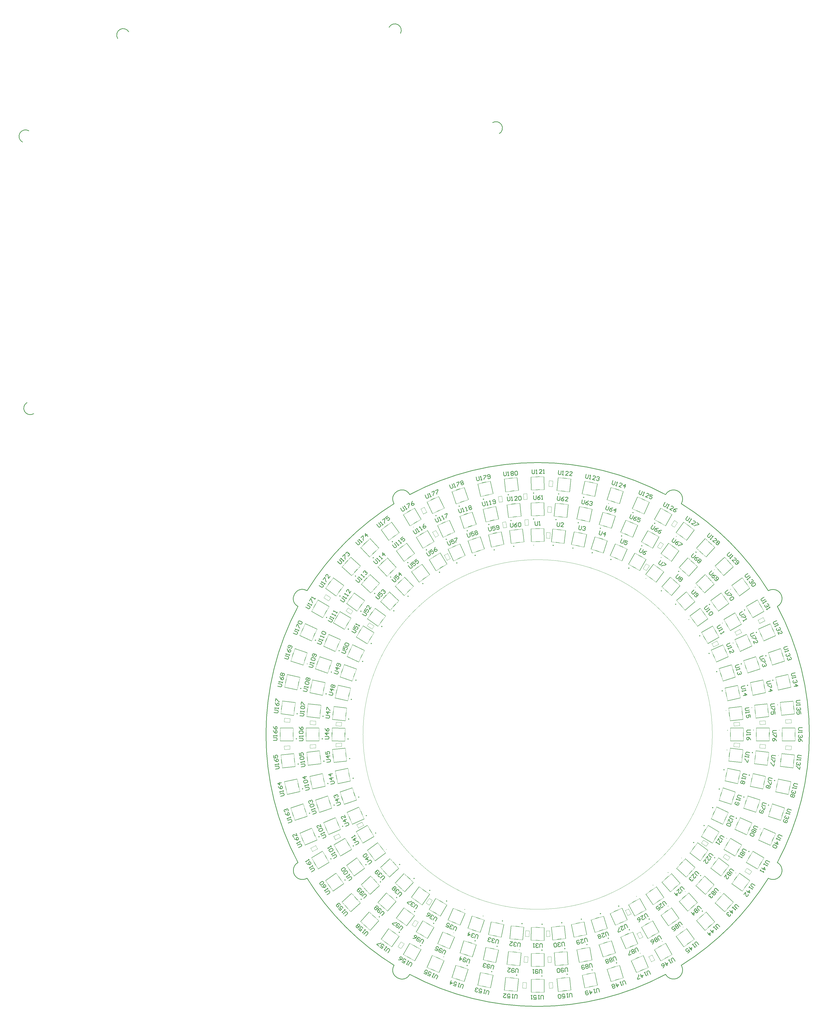
<source format=gto>
G04 Layer_Color=65535*
%FSLAX42Y42*%
%MOMM*%
G71*
G01*
G75*
%ADD112C,0.10*%
%ADD113C,0.25*%
%ADD152C,0.25*%
%ADD153C,0.25*%
%ADD154C,0.20*%
D112*
X6750Y0D02*
G03*
X6750Y0I-6750J0D01*
G01*
X-7435Y-530D02*
X-7383Y-1027D01*
X-7933Y-582D02*
X-7880Y-1080D01*
X-7933Y-582D02*
X-7435Y-530D01*
X-7880Y-1080D02*
X-7383Y-1027D01*
X-246Y7446D02*
X254Y7454D01*
X-254Y7946D02*
X246Y7954D01*
X254Y7454D01*
X-254Y7946D02*
X-246Y7446D01*
X528Y7438D02*
X1025Y7381D01*
X585Y7935D02*
X1082Y7878D01*
X1025Y7381D02*
X1082Y7878D01*
X528Y7438D02*
X585Y7935D01*
X1304Y7340D02*
X1792Y7235D01*
X1409Y7829D02*
X1898Y7723D01*
X1792Y7235D02*
X1898Y7723D01*
X1304Y7340D02*
X1409Y7829D01*
X2065Y7162D02*
X2541Y7009D01*
X2218Y7638D02*
X2694Y7484D01*
X2541Y7009D02*
X2694Y7484D01*
X2065Y7162D02*
X2218Y7638D01*
X2802Y6907D02*
X3259Y6705D01*
X3004Y7364D02*
X3462Y7162D01*
X3259Y6705D02*
X3462Y7162D01*
X2802Y6907D02*
X3004Y7364D01*
X4176Y6176D02*
X4579Y5880D01*
X4473Y6579D02*
X4875Y6283D01*
X4579Y5880D02*
X4875Y6283D01*
X4176Y6176D02*
X4473Y6579D01*
X4799Y5700D02*
X5175Y5369D01*
X5130Y6075D02*
X5505Y5745D01*
X5175Y5369D02*
X5505Y5745D01*
X4799Y5700D02*
X5130Y6075D01*
X5369Y5176D02*
X5698Y4800D01*
X5746Y5505D02*
X6075Y5128D01*
X5698Y4800D02*
X6075Y5128D01*
X5369Y5176D02*
X5746Y5505D01*
X5880Y4581D02*
X6175Y4177D01*
X6284Y4875D02*
X6579Y4471D01*
X6175Y4177D02*
X6579Y4471D01*
X5880Y4581D02*
X6284Y4875D01*
X6704Y3258D02*
X6908Y2802D01*
X7160Y3462D02*
X7365Y3006D01*
X6908Y2802D02*
X7365Y3006D01*
X6704Y3258D02*
X7160Y3462D01*
X7011Y2546D02*
X7157Y2067D01*
X7489Y2691D02*
X7635Y2213D01*
X7157Y2067D02*
X7635Y2213D01*
X7011Y2546D02*
X7489Y2691D01*
X7236Y1795D02*
X7338Y1305D01*
X7726Y1897D02*
X7827Y1407D01*
X7338Y1305D02*
X7827Y1407D01*
X7236Y1795D02*
X7726Y1897D01*
X7381Y1025D02*
X7438Y528D01*
X7878Y1082D02*
X7935Y585D01*
X7438Y528D02*
X7935Y585D01*
X7381Y1025D02*
X7878Y1082D01*
X-1025Y7381D02*
X-528Y7438D01*
X-1082Y7878D02*
X-585Y7935D01*
X-528Y7438D01*
X-1082Y7878D02*
X-1025Y7381D01*
X-246Y8446D02*
X254Y8454D01*
X-254Y8946D02*
X246Y8954D01*
X254Y8454D01*
X-254Y8946D02*
X-246Y8446D01*
X635Y8430D02*
X1132Y8378D01*
X687Y8927D02*
X1184Y8875D01*
X1132Y8378D02*
X1184Y8875D01*
X635Y8430D02*
X687Y8927D01*
X1512Y8317D02*
X2001Y8213D01*
X1616Y8806D02*
X2105Y8702D01*
X2001Y8213D02*
X2105Y8702D01*
X1512Y8317D02*
X1616Y8806D01*
X2376Y8108D02*
X2854Y7962D01*
X2522Y8586D02*
X3001Y8440D01*
X2854Y7962D02*
X3001Y8440D01*
X2376Y8108D02*
X2522Y8586D01*
X3211Y7815D02*
X3671Y7620D01*
X3406Y8276D02*
X3866Y8080D01*
X3671Y7620D02*
X3866Y8080D01*
X3211Y7815D02*
X3406Y8276D01*
X4765Y6983D02*
X5169Y6689D01*
X5058Y7388D02*
X5463Y7094D01*
X5169Y6689D02*
X5463Y7094D01*
X4765Y6983D02*
X5058Y7388D01*
X5468Y6447D02*
X5840Y6112D01*
X5803Y6818D02*
X6175Y6484D01*
X5840Y6112D02*
X6175Y6484D01*
X5468Y6447D02*
X5803Y6818D01*
X6112Y5834D02*
X6453Y5468D01*
X6478Y6175D02*
X6819Y5809D01*
X6453Y5468D02*
X6819Y5809D01*
X6112Y5834D02*
X6478Y6175D01*
X6689Y5166D02*
X6986Y4764D01*
X7091Y5463D02*
X7388Y5061D01*
X6986Y4764D02*
X7388Y5061D01*
X6689Y5166D02*
X7091Y5463D01*
X7193Y4442D02*
X7443Y4008D01*
X7626Y4692D02*
X7876Y4258D01*
X7443Y4008D02*
X7876Y4258D01*
X7193Y4442D02*
X7626Y4692D01*
X7617Y3662D02*
X7824Y3207D01*
X8072Y3870D02*
X8279Y3415D01*
X7824Y3207D02*
X8279Y3415D01*
X7617Y3662D02*
X8072Y3870D01*
X7958Y2846D02*
X8116Y2372D01*
X8432Y3005D02*
X8591Y2531D01*
X8116Y2372D02*
X8591Y2531D01*
X7958Y2846D02*
X8432Y3005D01*
X8217Y2007D02*
X8312Y1516D01*
X8708Y2102D02*
X8803Y1611D01*
X8312Y1516D02*
X8803Y1611D01*
X8217Y2007D02*
X8708Y2102D01*
X8378Y1132D02*
X8430Y635D01*
X8875Y1184D02*
X8927Y687D01*
X8430Y635D02*
X8927Y687D01*
X8378Y1132D02*
X8875Y1184D01*
X-1129Y8376D02*
X-633Y8432D01*
X-1186Y8872D02*
X-689Y8929D01*
X-633Y8432D01*
X-1186Y8872D02*
X-1129Y8376D01*
X-246Y9446D02*
X254Y9454D01*
X-254Y9946D02*
X246Y9954D01*
X254Y9454D01*
X-254Y9946D02*
X-246Y9446D01*
X739Y9424D02*
X1236Y9372D01*
X791Y9922D02*
X1289Y9869D01*
X1236Y9372D02*
X1289Y9869D01*
X739Y9424D02*
X791Y9922D01*
X1720Y9295D02*
X2209Y9192D01*
X1824Y9785D02*
X2313Y9681D01*
X2209Y9192D02*
X2313Y9681D01*
X1720Y9295D02*
X1824Y9785D01*
X3654Y8716D02*
X4112Y8515D01*
X3856Y9174D02*
X4313Y8972D01*
X4112Y8515D02*
X4313Y8972D01*
X3654Y8716D02*
X3856Y9174D01*
X5352Y7795D02*
X5754Y7498D01*
X5649Y8197D02*
X6051Y7900D01*
X5754Y7498D02*
X6051Y7900D01*
X5352Y7795D02*
X5649Y8197D01*
X6137Y7190D02*
X6509Y6855D01*
X6472Y7562D02*
X6844Y7227D01*
X6509Y6855D02*
X6844Y7227D01*
X6137Y7190D02*
X6472Y7562D01*
X6855Y6509D02*
X7190Y6137D01*
X7227Y6844D02*
X7562Y6472D01*
X7190Y6137D02*
X7562Y6472D01*
X6855Y6509D02*
X7227Y6844D01*
X7498Y5757D02*
X7792Y5352D01*
X7903Y6051D02*
X8197Y5646D01*
X7792Y5352D02*
X8197Y5646D01*
X7498Y5757D02*
X7903Y6051D01*
X8059Y4942D02*
X8309Y4508D01*
X8492Y5192D02*
X8742Y4758D01*
X8309Y4508D02*
X8742Y4758D01*
X8059Y4942D02*
X8492Y5192D01*
X8531Y4071D02*
X8735Y3615D01*
X8987Y4276D02*
X9192Y3819D01*
X8735Y3615D02*
X9192Y3819D01*
X8531Y4071D02*
X8987Y4276D01*
X8910Y3158D02*
X9065Y2682D01*
X9386Y3312D02*
X9540Y2837D01*
X9065Y2682D02*
X9540Y2837D01*
X8910Y3158D02*
X9386Y3312D01*
X9190Y2207D02*
X9298Y1719D01*
X9678Y2315D02*
X9786Y1827D01*
X9298Y1719D02*
X9786Y1827D01*
X9190Y2207D02*
X9678Y2315D01*
X9374Y1239D02*
X9422Y741D01*
X9872Y1287D02*
X9920Y789D01*
X9422Y741D02*
X9920Y789D01*
X9374Y1239D02*
X9872Y1287D01*
X-1234Y9370D02*
X-737Y9427D01*
X-1291Y9867D02*
X-794Y9924D01*
X-737Y9427D01*
X-1291Y9867D02*
X-1234Y9370D01*
X2684Y9062D02*
X3161Y8912D01*
X2834Y9539D02*
X3311Y9389D01*
X3161Y8912D02*
X3311Y9389D01*
X2684Y9062D02*
X2834Y9539D01*
X6328Y3945D02*
X6574Y3509D01*
X6763Y4191D02*
X7009Y3755D01*
X6574Y3509D02*
X7009Y3755D01*
X6328Y3945D02*
X6763Y4191D01*
X473Y7578D02*
X478Y7798D01*
X328Y7581D02*
X333Y7801D01*
X328Y7581D02*
X473Y7578D01*
X333Y7801D02*
X478Y7798D01*
X4197Y6326D02*
X4313Y6513D01*
X4074Y6402D02*
X4190Y6589D01*
X4074Y6402D02*
X4197Y6326D01*
X4190Y6589D02*
X4313Y6513D01*
X4740Y7165D02*
X4859Y7350D01*
X4618Y7243D02*
X4737Y7428D01*
X4618Y7243D02*
X4740Y7165D01*
X4737Y7428D02*
X4859Y7350D01*
X4509Y8306D02*
X4944Y8060D01*
X4756Y8741D02*
X5191Y8495D01*
X4944Y8060D02*
X5191Y8495D01*
X4509Y8306D02*
X4756Y8741D01*
X4010Y7437D02*
X4447Y7195D01*
X4253Y7874D02*
X4690Y7632D01*
X4447Y7195D02*
X4690Y7632D01*
X4010Y7437D02*
X4253Y7874D01*
X3509Y6574D02*
X3945Y6328D01*
X3755Y7009D02*
X4191Y6763D01*
X3945Y6328D02*
X4191Y6763D01*
X3509Y6574D02*
X3755Y7009D01*
X5283Y8003D02*
X5404Y8187D01*
X5162Y8083D02*
X5283Y8267D01*
X5162Y8083D02*
X5283Y8003D01*
X5283Y8267D02*
X5404Y8187D01*
X6796Y3381D02*
X6992Y3482D01*
X6730Y3510D02*
X6925Y3611D01*
X6730Y3510D02*
X6796Y3381D01*
X6925Y3611D02*
X6992Y3482D01*
X7688Y3835D02*
X7883Y3936D01*
X7621Y3963D02*
X7816Y4065D01*
X7621Y3963D02*
X7688Y3835D01*
X7816Y4065D02*
X7883Y3936D01*
X8578Y4289D02*
X8774Y4389D01*
X8512Y4418D02*
X8708Y4518D01*
X8512Y4418D02*
X8578Y4289D01*
X8708Y4518D02*
X8774Y4389D01*
X7575Y-469D02*
X7795Y-482D01*
X7584Y-324D02*
X7803Y-337D01*
X7575Y-469D02*
X7584Y-324D01*
X7795Y-482D02*
X7803Y-337D01*
X8574Y-522D02*
X8794Y-534D01*
X8582Y-377D02*
X8802Y-389D01*
X8574Y-522D02*
X8582Y-377D01*
X8794Y-534D02*
X8802Y-389D01*
X9574Y-575D02*
X9794Y-585D01*
X9580Y-431D02*
X9800Y-440D01*
X9574Y-575D02*
X9580Y-431D01*
X9794Y-585D02*
X9800Y-440D01*
X6326Y-4193D02*
X6509Y-4315D01*
X6406Y-4073D02*
X6590Y-4194D01*
X6326Y-4193D02*
X6406Y-4073D01*
X6509Y-4315D02*
X6590Y-4194D01*
X7165Y-4739D02*
X7349Y-4859D01*
X7244Y-4618D02*
X7428Y-4737D01*
X7165Y-4739D02*
X7244Y-4618D01*
X7349Y-4859D02*
X7428Y-4737D01*
X8003Y-5283D02*
X8187Y-5404D01*
X8083Y-5162D02*
X8267Y-5283D01*
X8003Y-5283D02*
X8083Y-5162D01*
X8187Y-5404D02*
X8267Y-5283D01*
X3381Y-6796D02*
X3482Y-6992D01*
X3510Y-6730D02*
X3611Y-6925D01*
X3381Y-6796D02*
X3510Y-6730D01*
X3482Y-6992D02*
X3611Y-6925D01*
X3835Y-7687D02*
X3936Y-7883D01*
X3964Y-7621D02*
X4065Y-7816D01*
X3835Y-7687D02*
X3964Y-7621D01*
X3936Y-7883D02*
X4065Y-7816D01*
X4289Y-8577D02*
X4389Y-8774D01*
X4419Y-8512D02*
X4518Y-8708D01*
X4289Y-8577D02*
X4419Y-8512D01*
X4389Y-8774D02*
X4518Y-8708D01*
X-481Y-7796D02*
X-470Y-7576D01*
X-336Y-7803D02*
X-325Y-7583D01*
X-470Y-7576D02*
X-325Y-7583D01*
X-481Y-7796D02*
X-336Y-7803D01*
X-533Y-8794D02*
X-522Y-8575D01*
X-388Y-8802D02*
X-377Y-8582D01*
X-522Y-8575D02*
X-377Y-8582D01*
X-533Y-8794D02*
X-388Y-8802D01*
X-585Y-9793D02*
X-575Y-9574D01*
X-440Y-9800D02*
X-430Y-9580D01*
X-575Y-9574D02*
X-430Y-9580D01*
X-585Y-9793D02*
X-440Y-9800D01*
X-4315Y-6509D02*
X-4193Y-6326D01*
X-4194Y-6590D02*
X-4072Y-6406D01*
X-4193Y-6326D02*
X-4072Y-6406D01*
X-4315Y-6509D02*
X-4194Y-6590D01*
X-4859Y-7349D02*
X-4739Y-7165D01*
X-4738Y-7428D02*
X-4618Y-7244D01*
X-4739Y-7165D02*
X-4618Y-7244D01*
X-4859Y-7349D02*
X-4738Y-7428D01*
X-5404Y-8188D02*
X-5284Y-8003D01*
X-5282Y-8267D02*
X-5162Y-8082D01*
X-5284Y-8003D02*
X-5162Y-8082D01*
X-5404Y-8188D02*
X-5282Y-8267D01*
X-6992Y-3481D02*
X-6796Y-3381D01*
X-6926Y-3610D02*
X-6730Y-3510D01*
X-6796Y-3381D02*
X-6730Y-3510D01*
X-6992Y-3481D02*
X-6926Y-3610D01*
X525Y8576D02*
X531Y8796D01*
X380Y8580D02*
X386Y8800D01*
X380Y8580D02*
X525Y8576D01*
X386Y8800D02*
X531Y8796D01*
X576Y9574D02*
X584Y9794D01*
X431Y9580D02*
X439Y9799D01*
X431Y9580D02*
X576Y9574D01*
X439Y9799D02*
X584Y9794D01*
X-3942Y7883D02*
X-3832Y7692D01*
X-4067Y7811D02*
X-3958Y7620D01*
X-3832Y7692D01*
X-4067Y7811D02*
X-3942Y7883D01*
X-9800Y-445D02*
X-9793Y-580D01*
X-9580Y-435D02*
X-9574Y-570D01*
X-9793Y-580D02*
X-9574Y-570D01*
X-9800Y-445D02*
X-9580Y-435D01*
X9793Y581D02*
X9800Y446D01*
X9573Y569D02*
X9580Y434D01*
X9573Y569D02*
X9793Y581D01*
X9580Y434D02*
X9800Y446D01*
X-543Y9074D02*
X-408Y9081D01*
X-555Y9294D02*
X-420Y9301D01*
X-408Y9081D01*
X-555Y9294D02*
X-543Y9074D01*
X-8801Y-393D02*
X-8795Y-528D01*
X-8581Y-383D02*
X-8575Y-518D01*
X-8795Y-528D02*
X-8575Y-518D01*
X-8801Y-393D02*
X-8581Y-383D01*
X8795Y527D02*
X8801Y393D01*
X8575Y518D02*
X8581Y383D01*
X8575Y518D02*
X8795Y527D01*
X8581Y383D02*
X8801Y393D01*
X-491Y8075D02*
X-356Y8082D01*
X-502Y8295D02*
X-368Y8302D01*
X-356Y8082D01*
X-502Y8295D02*
X-491Y8075D01*
X-7803Y-342D02*
X-7796Y-476D01*
X-7583Y-329D02*
X-7576Y-464D01*
X-7796Y-476D02*
X-7576Y-464D01*
X-7803Y-342D02*
X-7583Y-329D01*
X7797Y475D02*
X7802Y340D01*
X7577Y466D02*
X7582Y331D01*
X7577Y466D02*
X7797Y475D01*
X7582Y331D02*
X7802Y340D01*
X7448Y248D02*
X7452Y-252D01*
X7948Y252D02*
X7952Y-248D01*
X7452Y-252D02*
X7952Y-248D01*
X7448Y248D02*
X7948Y252D01*
X8448Y-248D02*
X8452Y252D01*
X8948Y-252D02*
X8952Y248D01*
X8448Y-248D02*
X8948Y-252D01*
X8452Y252D02*
X8952Y248D01*
X9450Y250D02*
X9450Y-250D01*
X9950Y250D02*
X9950Y-250D01*
X9450Y-250D02*
X9950Y-250D01*
X9450Y250D02*
X9950Y250D01*
X9370Y-1234D02*
X9427Y-737D01*
X9867Y-1291D02*
X9924Y-794D01*
X9370Y-1234D02*
X9867Y-1291D01*
X9427Y-737D02*
X9924Y-794D01*
X8374Y-1127D02*
X8435Y-631D01*
X8870Y-1188D02*
X8931Y-692D01*
X8374Y-1127D02*
X8870Y-1188D01*
X8435Y-631D02*
X8931Y-692D01*
X7381Y-1025D02*
X7438Y-528D01*
X7878Y-1082D02*
X7935Y-585D01*
X7381Y-1025D02*
X7878Y-1082D01*
X7438Y-528D02*
X7935Y-585D01*
X7235Y-1793D02*
X7339Y-1304D01*
X7724Y-1897D02*
X7828Y-1408D01*
X7235Y-1793D02*
X7724Y-1897D01*
X7339Y-1304D02*
X7828Y-1408D01*
X7008Y-2540D02*
X7163Y-2064D01*
X7484Y-2694D02*
X7638Y-2219D01*
X7008Y-2540D02*
X7484Y-2694D01*
X7163Y-2064D02*
X7638Y-2219D01*
X7959Y-2849D02*
X8114Y-2373D01*
X8435Y-3003D02*
X8589Y-2528D01*
X7959Y-2849D02*
X8435Y-3003D01*
X8114Y-2373D02*
X8589Y-2528D01*
X8910Y-3158D02*
X9065Y-2682D01*
X9386Y-3312D02*
X9540Y-2837D01*
X8910Y-3158D02*
X9386Y-3312D01*
X9065Y-2682D02*
X9540Y-2837D01*
X9192Y-2209D02*
X9295Y-1720D01*
X9681Y-2313D02*
X9785Y-1824D01*
X9192Y-2209D02*
X9681Y-2313D01*
X9295Y-1720D02*
X9785Y-1824D01*
X8213Y-2001D02*
X8317Y-1512D01*
X8702Y-2105D02*
X8806Y-1616D01*
X8213Y-2001D02*
X8702Y-2105D01*
X8317Y-1512D02*
X8806Y-1616D01*
X8531Y-4072D02*
X8735Y-3615D01*
X8988Y-4275D02*
X9191Y-3819D01*
X8531Y-4072D02*
X8988Y-4275D01*
X8735Y-3615D02*
X9191Y-3819D01*
X7617Y-3664D02*
X7823Y-3208D01*
X8073Y-3869D02*
X8278Y-3413D01*
X7617Y-3664D02*
X8073Y-3869D01*
X7823Y-3208D02*
X8278Y-3413D01*
X6702Y-3253D02*
X6913Y-2800D01*
X7155Y-3464D02*
X7367Y-3011D01*
X6702Y-3253D02*
X7155Y-3464D01*
X6913Y-2800D02*
X7367Y-3011D01*
X6325Y-3936D02*
X6583Y-3507D01*
X6754Y-4193D02*
X7011Y-3764D01*
X6325Y-3936D02*
X6754Y-4193D01*
X6583Y-3507D02*
X7011Y-3764D01*
X7192Y-4439D02*
X7446Y-4008D01*
X7623Y-4692D02*
X7877Y-4261D01*
X7192Y-4439D02*
X7623Y-4692D01*
X7446Y-4008D02*
X7877Y-4261D01*
X8058Y-4939D02*
X8312Y-4508D01*
X8489Y-5192D02*
X8743Y-4761D01*
X8058Y-4939D02*
X8489Y-5192D01*
X8312Y-4508D02*
X8743Y-4761D01*
X6688Y-5163D02*
X6989Y-4764D01*
X7088Y-5464D02*
X7389Y-5065D01*
X6688Y-5163D02*
X7088Y-5464D01*
X6989Y-4764D02*
X7389Y-5065D01*
X7498Y-5757D02*
X7792Y-5352D01*
X7903Y-6051D02*
X8197Y-5646D01*
X7498Y-5757D02*
X7903Y-6051D01*
X7792Y-5352D02*
X8197Y-5646D01*
X5880Y-4578D02*
X6177Y-4176D01*
X6282Y-4876D02*
X6579Y-4474D01*
X5880Y-4578D02*
X6282Y-4876D01*
X6177Y-4176D02*
X6579Y-4474D01*
X6855Y-6509D02*
X7190Y-6137D01*
X7227Y-6844D02*
X7562Y-6472D01*
X6855Y-6509D02*
X7227Y-6844D01*
X7190Y-6137D02*
X7562Y-6472D01*
X6112Y-5840D02*
X6447Y-5468D01*
X6484Y-6175D02*
X6818Y-5803D01*
X6112Y-5840D02*
X6484Y-6175D01*
X6447Y-5468D02*
X6818Y-5803D01*
X5369Y-5171D02*
X5704Y-4799D01*
X5741Y-5505D02*
X6075Y-5134D01*
X5369Y-5171D02*
X5741Y-5505D01*
X5704Y-4799D02*
X6075Y-5134D01*
X6138Y-7187D02*
X6512Y-6856D01*
X6469Y-7561D02*
X6843Y-7230D01*
X6138Y-7187D02*
X6469Y-7561D01*
X6512Y-6856D02*
X6843Y-7230D01*
X5469Y-6444D02*
X5843Y-6112D01*
X5800Y-6818D02*
X6174Y-6487D01*
X5469Y-6444D02*
X5800Y-6818D01*
X5843Y-6112D02*
X6174Y-6487D01*
X4799Y-5701D02*
X5174Y-5369D01*
X5131Y-6075D02*
X5505Y-5744D01*
X4799Y-5701D02*
X5131Y-6075D01*
X5174Y-5369D02*
X5505Y-5744D01*
X5352Y-7792D02*
X5757Y-7498D01*
X5646Y-8197D02*
X6051Y-7903D01*
X5352Y-7792D02*
X5646Y-8197D01*
X5757Y-7498D02*
X6051Y-7903D01*
X4766Y-6977D02*
X5175Y-6690D01*
X5052Y-7387D02*
X5462Y-7100D01*
X4766Y-6977D02*
X5052Y-7387D01*
X5175Y-6690D02*
X5462Y-7100D01*
X4178Y-6165D02*
X4590Y-5882D01*
X4462Y-6577D02*
X4874Y-6294D01*
X4178Y-6165D02*
X4462Y-6577D01*
X4590Y-5882D02*
X4874Y-6294D01*
X4508Y-8310D02*
X4940Y-8059D01*
X4760Y-8742D02*
X5192Y-8491D01*
X4508Y-8310D02*
X4760Y-8742D01*
X4940Y-8059D02*
X5192Y-8491D01*
X4009Y-7440D02*
X4445Y-7194D01*
X4255Y-7875D02*
X4691Y-7629D01*
X4009Y-7440D02*
X4255Y-7875D01*
X4445Y-7194D02*
X4691Y-7629D01*
X3510Y-6571D02*
X3947Y-6329D01*
X3753Y-7008D02*
X4190Y-6766D01*
X3510Y-6571D02*
X3753Y-7008D01*
X3947Y-6329D02*
X4190Y-6766D01*
X3616Y-8732D02*
X4075Y-8532D01*
X3816Y-9190D02*
X4274Y-8991D01*
X3616Y-8732D02*
X3816Y-9190D01*
X4075Y-8532D02*
X4274Y-8991D01*
X3211Y-7815D02*
X3671Y-7620D01*
X3406Y-8276D02*
X3866Y-8080D01*
X3211Y-7815D02*
X3406Y-8276D01*
X3671Y-7620D02*
X3866Y-8080D01*
X2802Y-6908D02*
X3259Y-6704D01*
X3005Y-7364D02*
X3462Y-7161D01*
X2802Y-6908D02*
X3005Y-7364D01*
X3259Y-6704D02*
X3462Y-7161D01*
X2685Y-9059D02*
X3163Y-8913D01*
X2831Y-9537D02*
X3310Y-9391D01*
X2685Y-9059D02*
X2831Y-9537D01*
X3163Y-8913D02*
X3310Y-9391D01*
X2373Y-8114D02*
X2849Y-7959D01*
X2528Y-8589D02*
X3003Y-8435D01*
X2373Y-8114D02*
X2528Y-8589D01*
X2849Y-7959D02*
X3003Y-8435D01*
X2066Y-7160D02*
X2543Y-7010D01*
X2216Y-7637D02*
X2693Y-7486D01*
X2066Y-7160D02*
X2216Y-7637D01*
X2543Y-7010D02*
X2693Y-7486D01*
X1722Y-9293D02*
X2212Y-9193D01*
X1822Y-9783D02*
X2312Y-9683D01*
X1722Y-9293D02*
X1822Y-9783D01*
X2212Y-9193D02*
X2312Y-9683D01*
X1517Y-8310D02*
X2009Y-8219D01*
X1609Y-8801D02*
X2100Y-8710D01*
X1517Y-8310D02*
X1609Y-8801D01*
X2009Y-8219D02*
X2100Y-8710D01*
X1306Y-7337D02*
X1796Y-7237D01*
X1406Y-7827D02*
X1896Y-7727D01*
X1306Y-7337D02*
X1406Y-7827D01*
X1796Y-7237D02*
X1896Y-7727D01*
X739Y-9424D02*
X1236Y-9372D01*
X791Y-9922D02*
X1289Y-9869D01*
X739Y-9424D02*
X791Y-9922D01*
X1236Y-9372D02*
X1289Y-9869D01*
X-250Y-9450D02*
X250Y-9450D01*
X-250Y-9950D02*
X250Y-9950D01*
X-250Y-9450D02*
X-250Y-9950D01*
X250Y-9450D02*
X250Y-9950D01*
X-1238Y-9373D02*
X-740Y-9423D01*
X-1288Y-9871D02*
X-790Y-9921D01*
X-1288Y-9871D02*
X-1238Y-9373D01*
X-790Y-9921D02*
X-740Y-9423D01*
X-2209Y-9192D02*
X-1720Y-9295D01*
X-2313Y-9681D02*
X-1824Y-9785D01*
X-2313Y-9681D02*
X-2209Y-9192D01*
X-1824Y-9785D02*
X-1720Y-9295D01*
X-3158Y-8910D02*
X-2682Y-9065D01*
X-3312Y-9386D02*
X-2837Y-9540D01*
X-3312Y-9386D02*
X-3158Y-8910D01*
X-2837Y-9540D02*
X-2682Y-9065D01*
X643Y-8420D02*
X1141Y-8386D01*
X677Y-8919D02*
X1176Y-8884D01*
X643Y-8420D02*
X677Y-8919D01*
X1141Y-8386D02*
X1176Y-8884D01*
X-250Y-8450D02*
X250Y-8450D01*
X-250Y-8950D02*
X250Y-8950D01*
X-250Y-8450D02*
X-250Y-8950D01*
X250Y-8950D02*
X250Y-8450D01*
X530Y-7435D02*
X1027Y-7383D01*
X582Y-7933D02*
X1080Y-7880D01*
X530Y-7435D02*
X582Y-7933D01*
X1027Y-7383D02*
X1080Y-7880D01*
X-248Y-7448D02*
X252Y-7452D01*
X-252Y-7948D02*
X248Y-7952D01*
X-252Y-7948D02*
X-248Y-7448D01*
X248Y-7952D02*
X252Y-7452D01*
X-1030Y-7385D02*
X-532Y-7433D01*
X-1078Y-7883D02*
X-580Y-7931D01*
X-1078Y-7883D02*
X-1030Y-7385D01*
X-580Y-7931D02*
X-532Y-7433D01*
X-1132Y-8378D02*
X-635Y-8430D01*
X-1184Y-8875D02*
X-687Y-8927D01*
X-1184Y-8875D02*
X-1132Y-8378D01*
X-687Y-8927D02*
X-635Y-8430D01*
X-2001Y-8213D02*
X-1512Y-8317D01*
X-2105Y-8702D02*
X-1616Y-8806D01*
X-2105Y-8702D02*
X-2001Y-8213D01*
X-1616Y-8806D02*
X-1512Y-8317D01*
X-1793Y-7235D02*
X-1304Y-7339D01*
X-1897Y-7724D02*
X-1408Y-7828D01*
X-1897Y-7724D02*
X-1793Y-7235D01*
X-1408Y-7828D02*
X-1304Y-7339D01*
X-2852Y-7961D02*
X-2375Y-8111D01*
X-3002Y-8437D02*
X-2525Y-8588D01*
X-3002Y-8437D02*
X-2852Y-7961D01*
X-2525Y-8588D02*
X-2375Y-8111D01*
X-2537Y-7007D02*
X-2063Y-7165D01*
X-2696Y-7481D02*
X-2222Y-7640D01*
X-2696Y-7481D02*
X-2537Y-7007D01*
X-2222Y-7640D02*
X-2063Y-7165D01*
X-4075Y-8532D02*
X-3616Y-8732D01*
X-4274Y-8991D02*
X-3816Y-9190D01*
X-4274Y-8991D02*
X-4075Y-8532D01*
X-3816Y-9190D02*
X-3616Y-8732D01*
X-3671Y-7620D02*
X-3211Y-7815D01*
X-3866Y-8080D02*
X-3406Y-8276D01*
X-3866Y-8080D02*
X-3671Y-7620D01*
X-3406Y-8276D02*
X-3211Y-7815D01*
X-3261Y-6705D02*
X-2803Y-6905D01*
X-3461Y-7164D02*
X-3002Y-7363D01*
X-3461Y-7164D02*
X-3261Y-6705D01*
X-3002Y-7363D02*
X-2803Y-6905D01*
X-3939Y-6326D02*
X-3508Y-6580D01*
X-4192Y-6757D02*
X-3761Y-7011D01*
X-4192Y-6757D02*
X-3939Y-6326D01*
X-3761Y-7011D02*
X-3508Y-6580D01*
X-4442Y-7193D02*
X-4008Y-7443D01*
X-4692Y-7626D02*
X-4258Y-7876D01*
X-4692Y-7626D02*
X-4442Y-7193D01*
X-4258Y-7876D02*
X-4008Y-7443D01*
X-4947Y-8061D02*
X-4510Y-8303D01*
X-5190Y-8498D02*
X-4753Y-8740D01*
X-5190Y-8498D02*
X-4947Y-8061D01*
X-4753Y-8740D02*
X-4510Y-8303D01*
X-5760Y-7499D02*
X-5353Y-7789D01*
X-6050Y-7906D02*
X-5643Y-8196D01*
X-6050Y-7906D02*
X-5760Y-7499D01*
X-5643Y-8196D02*
X-5353Y-7789D01*
X-5166Y-6689D02*
X-4764Y-6986D01*
X-5463Y-7091D02*
X-5061Y-7388D01*
X-5463Y-7091D02*
X-5166Y-6689D01*
X-5061Y-7388D02*
X-4764Y-6986D01*
X-4584Y-5881D02*
X-4177Y-6171D01*
X-4875Y-6288D02*
X-4468Y-6578D01*
X-4875Y-6288D02*
X-4584Y-5881D01*
X-4468Y-6578D02*
X-4177Y-6171D01*
X-5168Y-5369D02*
X-4799Y-5707D01*
X-5506Y-5738D02*
X-5137Y-6075D01*
X-5506Y-5738D02*
X-5168Y-5369D01*
X-5137Y-6075D02*
X-4799Y-5707D01*
X-5843Y-6112D02*
X-5469Y-6444D01*
X-6174Y-6487D02*
X-5800Y-6818D01*
X-6174Y-6487D02*
X-5843Y-6112D01*
X-5800Y-6818D02*
X-5469Y-6444D01*
X-6509Y-6855D02*
X-6137Y-7190D01*
X-6844Y-7227D02*
X-6472Y-7562D01*
X-6844Y-7227D02*
X-6509Y-6855D01*
X-6472Y-7562D02*
X-6137Y-7190D01*
X-7190Y-6137D02*
X-6855Y-6509D01*
X-7562Y-6472D02*
X-7227Y-6844D01*
X-7562Y-6472D02*
X-7190Y-6137D01*
X-7227Y-6844D02*
X-6855Y-6509D01*
X-6450Y-5468D02*
X-6112Y-5837D01*
X-6819Y-5806D02*
X-6481Y-6175D01*
X-6819Y-5806D02*
X-6450Y-5468D01*
X-6481Y-6175D02*
X-6112Y-5837D01*
X-5707Y-4799D02*
X-5369Y-5168D01*
X-6075Y-5137D02*
X-5738Y-5506D01*
X-6075Y-5137D02*
X-5707Y-4799D01*
X-5738Y-5506D02*
X-5369Y-5168D01*
X-7789Y-5353D02*
X-7499Y-5760D01*
X-8196Y-5643D02*
X-7906Y-6050D01*
X-8196Y-5643D02*
X-7789Y-5353D01*
X-7906Y-6050D02*
X-7499Y-5760D01*
X-6983Y-4765D02*
X-6689Y-5169D01*
X-7388Y-5058D02*
X-7094Y-5463D01*
X-7388Y-5058D02*
X-6983Y-4765D01*
X-7094Y-5463D02*
X-6689Y-5169D01*
X-6179Y-4176D02*
X-5880Y-4577D01*
X-6579Y-4475D02*
X-6280Y-4876D01*
X-6579Y-4475D02*
X-6179Y-4176D01*
X-6280Y-4876D02*
X-5880Y-4577D01*
X-8312Y-4508D02*
X-8058Y-4939D01*
X-8743Y-4761D02*
X-8489Y-5192D01*
X-8743Y-4761D02*
X-8312Y-4508D01*
X-8489Y-5192D02*
X-8058Y-4939D01*
X-7446Y-4008D02*
X-7192Y-4439D01*
X-7877Y-4261D02*
X-7623Y-4692D01*
X-7877Y-4261D02*
X-7446Y-4008D01*
X-7623Y-4692D02*
X-7192Y-4439D01*
X-6577Y-3508D02*
X-6327Y-3942D01*
X-7010Y-3758D02*
X-6760Y-4192D01*
X-7010Y-3758D02*
X-6577Y-3508D01*
X-6760Y-4192D02*
X-6327Y-3942D01*
X-6908Y-2802D02*
X-6704Y-3259D01*
X-7364Y-3005D02*
X-7161Y-3462D01*
X-7364Y-3005D02*
X-6908Y-2802D01*
X-7161Y-3462D02*
X-6704Y-3259D01*
X-7815Y-3211D02*
X-7620Y-3671D01*
X-8276Y-3406D02*
X-8080Y-3866D01*
X-8276Y-3406D02*
X-7815Y-3211D01*
X-8080Y-3866D02*
X-7620Y-3671D01*
X-8732Y-3616D02*
X-8532Y-4075D01*
X-9190Y-3816D02*
X-8991Y-4274D01*
X-9190Y-3816D02*
X-8732Y-3616D01*
X-8991Y-4274D02*
X-8532Y-4075D01*
X-9065Y-2682D02*
X-8910Y-3158D01*
X-9540Y-2837D02*
X-9386Y-3312D01*
X-9540Y-2837D02*
X-9065Y-2682D01*
X-9386Y-3312D02*
X-8910Y-3158D01*
X-8116Y-2372D02*
X-7958Y-2846D01*
X-8591Y-2531D02*
X-8432Y-3005D01*
X-8591Y-2531D02*
X-8116Y-2372D01*
X-8432Y-3005D02*
X-7958Y-2846D01*
X-7165Y-2063D02*
X-7007Y-2537D01*
X-7640Y-2222D02*
X-7481Y-2696D01*
X-7640Y-2222D02*
X-7165Y-2063D01*
X-7481Y-2696D02*
X-7007Y-2537D01*
X-7337Y-1306D02*
X-7237Y-1796D01*
X-7827Y-1406D02*
X-7727Y-1896D01*
X-7827Y-1406D02*
X-7337Y-1306D01*
X-7727Y-1896D02*
X-7237Y-1796D01*
X-8317Y-1512D02*
X-8213Y-2001D01*
X-8806Y-1616D02*
X-8702Y-2105D01*
X-8806Y-1616D02*
X-8317Y-1512D01*
X-8702Y-2105D02*
X-8213Y-2001D01*
X-9298Y-1719D02*
X-9190Y-2207D01*
X-9786Y-1827D02*
X-9678Y-2315D01*
X-9786Y-1827D02*
X-9298Y-1719D01*
X-9678Y-2315D02*
X-9190Y-2207D01*
X-9424Y-739D02*
X-9372Y-1236D01*
X-9922Y-791D02*
X-9869Y-1289D01*
X-9922Y-791D02*
X-9424Y-739D01*
X-9869Y-1289D02*
X-9372Y-1236D01*
X-8432Y-633D02*
X-8376Y-1129D01*
X-8929Y-689D02*
X-8872Y-1186D01*
X-8929Y-689D02*
X-8432Y-633D01*
X-8872Y-1186D02*
X-8376Y-1129D01*
X-7454Y-254D02*
X-7446Y246D01*
X-7954Y-246D02*
X-7946Y254D01*
X-7446Y246D01*
X-7954Y-246D02*
X-7454Y-254D01*
X-8450Y250D02*
X-8450Y-250D01*
X-8950Y250D02*
X-8950Y-250D01*
X-8950Y250D02*
X-8450Y250D01*
X-8950Y-250D02*
X-8450Y-250D01*
X-9450Y250D02*
X-9450Y-250D01*
X-9950Y250D02*
X-9950Y-250D01*
X-9950Y250D02*
X-9450Y250D01*
X-9950Y-250D02*
X-9450Y-250D01*
X-9432Y733D02*
X-9366Y1229D01*
X-9927Y799D02*
X-9862Y1294D01*
X-9366Y1229D01*
X-9927Y799D02*
X-9432Y733D01*
X-8430Y635D02*
X-8378Y1132D01*
X-8927Y687D02*
X-8875Y1184D01*
X-8378Y1132D01*
X-8927Y687D02*
X-8430Y635D01*
X-7438Y528D02*
X-7381Y1025D01*
X-7935Y585D02*
X-7878Y1082D01*
X-7381Y1025D01*
X-7935Y585D02*
X-7438Y528D01*
X-7344Y1301D02*
X-7232Y1788D01*
X-7832Y1414D02*
X-7719Y1901D01*
X-7232Y1788D01*
X-7832Y1414D02*
X-7344Y1301D01*
X-8317Y1512D02*
X-8213Y2001D01*
X-8806Y1616D02*
X-8702Y2105D01*
X-8213Y2001D01*
X-8806Y1616D02*
X-8317Y1512D01*
X-9295Y1720D02*
X-9192Y2209D01*
X-9785Y1824D02*
X-9681Y2313D01*
X-9192Y2209D01*
X-9785Y1824D02*
X-9295Y1720D01*
X-9065Y2682D02*
X-8910Y3158D01*
X-9540Y2837D02*
X-9386Y3312D01*
X-8910Y3158D01*
X-9540Y2837D02*
X-9065Y2682D01*
X-8119Y2371D02*
X-7956Y2843D01*
X-8592Y2533D02*
X-8429Y3006D01*
X-7956Y2843D01*
X-8592Y2533D02*
X-8119Y2371D01*
X-7171Y2060D02*
X-7004Y2532D01*
X-7642Y2227D02*
X-7475Y2699D01*
X-7004Y2532D01*
X-7642Y2227D02*
X-7171Y2060D01*
X-6916Y2799D02*
X-6701Y3250D01*
X-7368Y3014D02*
X-7152Y3465D01*
X-6701Y3250D01*
X-7368Y3014D02*
X-6916Y2799D01*
X-7821Y3209D02*
X-7618Y3665D01*
X-8278Y3412D02*
X-8075Y3869D01*
X-7618Y3665D01*
X-8278Y3412D02*
X-7821Y3209D01*
X-8738Y3614D02*
X-8530Y4069D01*
X-9193Y3822D02*
X-8985Y4277D01*
X-8530Y4069D01*
X-9193Y3822D02*
X-8738Y3614D01*
X-6586Y3506D02*
X-6325Y3933D01*
X-7012Y3767D02*
X-6751Y4194D01*
X-6325Y3933D01*
X-7012Y3767D02*
X-6586Y3506D01*
X-7469Y4061D02*
X-7215Y4492D01*
X-7899Y4315D02*
X-7646Y4745D01*
X-7215Y4492D01*
X-7899Y4315D02*
X-7469Y4061D01*
X-8309Y4508D02*
X-8059Y4942D01*
X-8742Y4758D02*
X-8492Y5192D01*
X-8059Y4942D01*
X-8742Y4758D02*
X-8309Y4508D01*
X-7792Y5352D02*
X-7498Y5757D01*
X-8197Y5646D02*
X-7903Y6051D01*
X-7498Y5757D01*
X-8197Y5646D02*
X-7792Y5352D01*
X-6983Y4765D02*
X-6689Y5169D01*
X-7388Y5058D02*
X-7094Y5463D01*
X-6689Y5169D01*
X-7388Y5058D02*
X-6983Y4765D01*
X-6174Y4177D02*
X-5880Y4581D01*
X-6579Y4471D02*
X-6285Y4875D01*
X-5880Y4581D01*
X-6579Y4471D02*
X-6174Y4177D01*
X-5710Y4799D02*
X-5369Y5165D01*
X-6076Y5140D02*
X-5735Y5506D01*
X-5369Y5165D01*
X-6076Y5140D02*
X-5710Y4799D01*
X-6450Y5468D02*
X-6112Y5837D01*
X-6819Y5806D02*
X-6481Y6175D01*
X-6112Y5837D01*
X-6819Y5806D02*
X-6450Y5468D01*
X-7190Y6137D02*
X-6855Y6509D01*
X-7562Y6472D02*
X-7227Y6844D01*
X-6855Y6509D01*
X-7562Y6472D02*
X-7190Y6137D01*
X-5155Y5369D02*
X-4799Y5719D01*
X-5506Y5725D02*
X-5149Y6076D01*
X-4799Y5719D01*
X-5506Y5725D02*
X-5155Y5369D01*
X-4581Y5880D02*
X-4177Y6174D01*
X-4875Y6285D02*
X-4471Y6579D01*
X-4177Y6174D01*
X-4875Y6285D02*
X-4581Y5880D01*
X-5831Y6112D02*
X-5468Y6456D01*
X-6175Y6475D02*
X-5812Y6819D01*
X-5468Y6456D01*
X-6175Y6475D02*
X-5831Y6112D01*
X-6500Y6855D02*
X-6137Y7199D01*
X-6844Y7218D02*
X-6481Y7562D01*
X-6137Y7199D01*
X-6844Y7218D02*
X-6500Y6855D01*
X-5757Y7498D02*
X-5352Y7792D01*
X-6051Y7903D02*
X-5646Y8197D01*
X-5352Y7792D01*
X-6051Y7903D02*
X-5757Y7498D01*
X-5163Y6688D02*
X-4764Y6989D01*
X-5464Y7088D02*
X-5065Y7389D01*
X-4764Y6989D01*
X-5464Y7088D02*
X-5163Y6688D01*
X-3933Y6325D02*
X-3506Y6586D01*
X-4194Y6751D02*
X-3767Y7012D01*
X-3506Y6586D01*
X-4194Y6751D02*
X-3933Y6325D01*
X-4436Y7191D02*
X-4007Y7449D01*
X-4693Y7620D02*
X-4264Y7877D01*
X-4007Y7449D01*
X-4693Y7620D02*
X-4436Y7191D01*
X-4936Y8057D02*
X-4507Y8315D01*
X-5193Y8486D02*
X-4764Y8743D01*
X-4507Y8315D01*
X-5193Y8486D02*
X-4936Y8057D01*
X-3662Y7617D02*
X-3207Y7824D01*
X-3870Y8072D02*
X-3415Y8279D01*
X-3207Y7824D01*
X-3870Y8072D02*
X-3662Y7617D01*
X-3256Y6703D02*
X-2801Y6910D01*
X-3463Y7158D02*
X-3008Y7365D01*
X-2801Y6910D01*
X-3463Y7158D02*
X-3256Y6703D01*
X-4063Y8528D02*
X-3612Y8743D01*
X-4279Y8979D02*
X-3827Y9195D01*
X-3612Y8743D01*
X-4279Y8979D02*
X-4063Y8528D01*
X-3152Y8907D02*
X-2680Y9070D01*
X-3315Y9380D02*
X-2842Y9543D01*
X-2680Y9070D01*
X-3315Y9380D02*
X-3152Y8907D01*
X-2843Y7956D02*
X-2371Y8119D01*
X-3006Y8429D02*
X-2533Y8592D01*
X-2371Y8119D01*
X-3006Y8429D02*
X-2843Y7956D01*
X-2537Y7007D02*
X-2063Y7165D01*
X-2696Y7481D02*
X-2222Y7640D01*
X-2063Y7165D01*
X-2696Y7481D02*
X-2537Y7007D01*
X-1791Y7234D02*
X-1303Y7342D01*
X-1899Y7722D02*
X-1411Y7830D01*
X-1303Y7342D01*
X-1899Y7722D02*
X-1791Y7234D01*
X-1999Y8212D02*
X-1511Y8320D01*
X-2107Y8700D02*
X-1619Y8808D01*
X-1511Y8320D01*
X-2107Y8700D02*
X-1999Y8212D01*
X-2207Y9190D02*
X-1719Y9298D01*
X-2315Y9678D02*
X-1827Y9786D01*
X-1719Y9298D01*
X-2315Y9678D02*
X-2207Y9190D01*
X-1367Y8196D02*
X-1234Y8219D01*
X-1331Y7979D02*
X-1198Y8002D01*
X-1367Y8196D02*
X-1331Y7979D01*
X-1234Y8219D02*
X-1198Y8002D01*
X-1523Y9185D02*
X-1390Y9206D01*
X-1489Y8968D02*
X-1355Y8989D01*
X-1523Y9185D02*
X-1489Y8968D01*
X-1390Y9206D02*
X-1355Y8989D01*
X-3481Y6992D02*
X-3381Y6795D01*
X-3610Y6926D02*
X-3511Y6730D01*
X-3381Y6795D01*
X-3610Y6926D02*
X-3481Y6992D01*
X-4389Y8774D02*
X-4289Y8578D01*
X-4518Y8708D02*
X-4418Y8512D01*
X-4289Y8578D01*
X-4518Y8708D02*
X-4389Y8774D01*
X-6511Y4314D02*
X-6326Y4195D01*
X-6590Y4193D02*
X-6405Y4073D01*
X-6326Y4195D01*
X-6590Y4193D02*
X-6511Y4314D01*
X-7328Y4891D02*
X-7144Y4770D01*
X-7407Y4770D02*
X-7224Y4649D01*
X-7144Y4770D01*
X-7407Y4770D02*
X-7328Y4891D01*
X-8188Y5404D02*
X-8003Y5284D01*
X-8267Y5282D02*
X-8082Y5162D01*
X-8003Y5284D01*
X-8267Y5282D02*
X-8188Y5404D01*
X-7795Y481D02*
X-7576Y469D01*
X-7803Y337D02*
X-7584Y324D01*
X-7576Y469D01*
X-7803Y337D02*
X-7795Y481D01*
X-8795Y532D02*
X-8575Y523D01*
X-8801Y387D02*
X-8581Y378D01*
X-8575Y523D01*
X-8801Y387D02*
X-8795Y532D01*
X-9790Y629D02*
X-9570Y616D01*
X-9798Y484D02*
X-9579Y471D01*
X-9570Y616D01*
X-9798Y484D02*
X-9790Y629D01*
X-7883Y-3935D02*
X-7687Y-3835D01*
X-7817Y-4064D02*
X-7621Y-3964D01*
X-7687Y-3835D02*
X-7621Y-3964D01*
X-7883Y-3935D02*
X-7817Y-4064D01*
X-8774Y-4390D02*
X-8579Y-4289D01*
X-8707Y-4519D02*
X-8512Y-4417D01*
X-8579Y-4289D02*
X-8512Y-4417D01*
X-8774Y-4390D02*
X-8707Y-4519D01*
X444Y-9799D02*
X579Y-9794D01*
X436Y-9579D02*
X571Y-9574D01*
X579Y-9794D01*
X436Y-9579D02*
X444Y-9799D01*
X392Y-8800D02*
X527Y-8796D01*
X384Y-8580D02*
X519Y-8576D01*
X527Y-8796D01*
X384Y-8580D02*
X392Y-8800D01*
X340Y-7802D02*
X475Y-7796D01*
X331Y-7583D02*
X466Y-7577D01*
X475Y-7796D01*
X331Y-7583D02*
X340Y-7802D01*
D113*
X7054Y4235D02*
X6944Y4172D01*
X6934Y4137D01*
X6960Y4093D01*
X6994Y4084D01*
X7104Y4147D01*
X6998Y4027D02*
X7023Y3983D01*
X7010Y4005D01*
X7142Y4081D01*
X7108Y4090D01*
X7061Y3917D02*
X7086Y3873D01*
X7074Y3895D01*
X7206Y3971D01*
X7171Y3980D01*
X2906Y9806D02*
X2869Y9684D01*
X2886Y9653D01*
X2934Y9638D01*
X2966Y9655D01*
X3003Y9776D01*
X3007Y9616D02*
X3056Y9601D01*
X3031Y9608D01*
X3076Y9754D01*
X3044Y9737D01*
X3226Y9549D02*
X3129Y9578D01*
X3255Y9646D01*
X3263Y9670D01*
X3246Y9702D01*
X3197Y9717D01*
X3166Y9700D01*
X3347Y9512D02*
X3392Y9657D01*
X3297Y9607D01*
X3394Y9577D01*
X-10192Y853D02*
X-10066Y837D01*
X-10037Y859D01*
X-10031Y910D01*
X-10053Y938D01*
X-10179Y954D01*
X-10022Y986D02*
X-10016Y1036D01*
X-10019Y1011D01*
X-10170Y1029D01*
X-10148Y1001D01*
X-10145Y1231D02*
X-10126Y1177D01*
X-10082Y1121D01*
X-10032Y1115D01*
X-10003Y1137D01*
X-9997Y1187D01*
X-10019Y1215D01*
X-10044Y1219D01*
X-10073Y1196D01*
X-10082Y1121D01*
X-10139Y1281D02*
X-10127Y1382D01*
X-10101Y1379D01*
X-10013Y1266D01*
X-9988Y1263D01*
X-4357Y9253D02*
X-4308Y9136D01*
X-4274Y9122D01*
X-4228Y9142D01*
X-4214Y9175D01*
X-4264Y9292D01*
X-4157Y9172D02*
X-4111Y9192D01*
X-4134Y9182D01*
X-4194Y9322D01*
X-4207Y9289D01*
X-4100Y9362D02*
X-4007Y9401D01*
X-3997Y9378D01*
X-4050Y9245D01*
X-4041Y9222D01*
X-3960Y9421D02*
X-3866Y9461D01*
X-3856Y9438D01*
X-3910Y9304D01*
X-3900Y9281D01*
X-5797Y-8426D02*
X-5722Y-8323D01*
X-5727Y-8288D01*
X-5768Y-8258D01*
X-5803Y-8263D01*
X-5879Y-8365D01*
X-5829Y-8212D02*
X-5870Y-8182D01*
X-5849Y-8197D01*
X-5940Y-8320D01*
X-5905Y-8315D01*
X-6103Y-8199D02*
X-6022Y-8259D01*
X-5976Y-8198D01*
X-6032Y-8188D01*
X-6053Y-8173D01*
X-6058Y-8138D01*
X-6028Y-8097D01*
X-5992Y-8092D01*
X-5951Y-8122D01*
X-5946Y-8157D01*
X-6144Y-8169D02*
X-6226Y-8108D01*
X-6211Y-8088D01*
X-6069Y-8067D01*
X-6054Y-8046D01*
X10195Y-812D02*
X10069Y-794D01*
X10040Y-816D01*
X10033Y-866D01*
X10055Y-895D01*
X10181Y-912D01*
X10023Y-941D02*
X10016Y-992D01*
X10019Y-966D01*
X10170Y-988D01*
X10148Y-959D01*
X10131Y-1085D02*
X10152Y-1113D01*
X10145Y-1164D01*
X10117Y-1185D01*
X10092Y-1182D01*
X10070Y-1153D01*
X10073Y-1128D01*
X10070Y-1153D01*
X10041Y-1175D01*
X10016Y-1171D01*
X9994Y-1143D01*
X10002Y-1092D01*
X10030Y-1071D01*
X10135Y-1239D02*
X10121Y-1340D01*
X10095Y-1336D01*
X10009Y-1221D01*
X9984Y-1218D01*
X-3971Y8329D02*
X-3918Y8214D01*
X-3884Y8202D01*
X-3838Y8223D01*
X-3826Y8257D01*
X-3879Y8372D01*
X-3769Y8255D02*
X-3723Y8277D01*
X-3746Y8266D01*
X-3810Y8404D01*
X-3822Y8370D01*
X-3654Y8309D02*
X-3608Y8330D01*
X-3631Y8320D01*
X-3695Y8458D01*
X-3707Y8424D01*
X-3603Y8501D02*
X-3511Y8544D01*
X-3500Y8521D01*
X-3549Y8386D01*
X-3539Y8363D01*
X-5298Y-7555D02*
X-5221Y-7454D01*
X-5225Y-7418D01*
X-5266Y-7387D01*
X-5301Y-7392D01*
X-5379Y-7493D01*
X-5342Y-7361D02*
X-5346Y-7326D01*
X-5387Y-7295D01*
X-5422Y-7299D01*
X-5484Y-7380D01*
X-5479Y-7416D01*
X-5439Y-7446D01*
X-5403Y-7442D01*
X-5388Y-7422D01*
X-5393Y-7386D01*
X-5453Y-7340D01*
X-5540Y-7369D02*
X-5620Y-7307D01*
X-5605Y-7287D01*
X-5462Y-7268D01*
X-5447Y-7248D01*
X9191Y-816D02*
X9066Y-795D01*
X9036Y-816D01*
X9028Y-866D01*
X9049Y-895D01*
X9174Y-916D01*
X9166Y-966D02*
X9149Y-1067D01*
X9124Y-1062D01*
X9040Y-945D01*
X9015Y-941D01*
X9140Y-1117D02*
X9124Y-1217D01*
X9099Y-1213D01*
X9015Y-1096D01*
X8990Y-1091D01*
X-3504Y7444D02*
X-3454Y7327D01*
X-3421Y7313D01*
X-3374Y7333D01*
X-3361Y7367D01*
X-3411Y7483D01*
X-3270Y7543D02*
X-3364Y7503D01*
X-3334Y7433D01*
X-3297Y7476D01*
X-3274Y7486D01*
X-3241Y7473D01*
X-3221Y7426D01*
X-3234Y7393D01*
X-3281Y7373D01*
X-3314Y7386D01*
X-3224Y7563D02*
X-3130Y7602D01*
X-3120Y7579D01*
X-3174Y7446D01*
X-3164Y7423D01*
X-4722Y-6737D02*
X-4647Y-6635D01*
X-4652Y-6600D01*
X-4693Y-6569D01*
X-4728Y-6575D01*
X-4804Y-6677D01*
X-4830Y-6626D02*
X-4865Y-6631D01*
X-4906Y-6601D01*
X-4911Y-6566D01*
X-4896Y-6545D01*
X-4861Y-6540D01*
X-4840Y-6555D01*
X-4861Y-6540D01*
X-4866Y-6504D01*
X-4851Y-6484D01*
X-4815Y-6479D01*
X-4775Y-6509D01*
X-4769Y-6544D01*
X-4967Y-6556D02*
X-5049Y-6495D01*
X-5034Y-6475D01*
X-4892Y-6454D01*
X-4877Y-6433D01*
X-1324Y10141D02*
X-1317Y10014D01*
X-1290Y9990D01*
X-1239Y9993D01*
X-1215Y10020D01*
X-1223Y10147D01*
X-1163Y9998D02*
X-1112Y10001D01*
X-1138Y10000D01*
X-1147Y10152D01*
X-1171Y10125D01*
X-1044Y10133D02*
X-1020Y10159D01*
X-970Y10163D01*
X-943Y10139D01*
X-941Y10113D01*
X-965Y10087D01*
X-938Y10063D01*
X-936Y10037D01*
X-960Y10011D01*
X-1011Y10007D01*
X-1038Y10031D01*
X-1039Y10057D01*
X-1016Y10083D01*
X-1042Y10107D01*
X-1044Y10133D01*
X-1016Y10083D02*
X-965Y10087D01*
X-892Y10142D02*
X-868Y10169D01*
X-817Y10172D01*
X-791Y10148D01*
X-784Y10047D01*
X-808Y10020D01*
X-859Y10017D01*
X-886Y10041D01*
X-892Y10142D01*
X-2380Y9946D02*
X-2357Y9822D01*
X-2327Y9801D01*
X-2277Y9811D01*
X-2257Y9840D01*
X-2280Y9965D01*
X-2202Y9824D02*
X-2152Y9834D01*
X-2177Y9829D01*
X-2205Y9979D01*
X-2225Y9949D01*
X-2105Y9997D02*
X-2005Y10016D01*
X-2001Y9991D01*
X-2082Y9872D01*
X-2077Y9848D01*
X-1932Y9900D02*
X-1903Y9880D01*
X-1853Y9889D01*
X-1832Y9919D01*
X-1851Y10019D01*
X-1880Y10039D01*
X-1930Y10030D01*
X-1951Y10000D01*
X-1946Y9975D01*
X-1916Y9955D01*
X-1842Y9969D01*
X-3410Y9642D02*
X-3371Y9521D01*
X-3339Y9505D01*
X-3291Y9521D01*
X-3274Y9553D01*
X-3314Y9673D01*
X-3218Y9544D02*
X-3170Y9560D01*
X-3194Y9552D01*
X-3241Y9697D01*
X-3257Y9665D01*
X-3145Y9728D02*
X-3048Y9760D01*
X-3040Y9736D01*
X-3105Y9608D01*
X-3097Y9583D01*
X-2992Y9751D02*
X-2976Y9783D01*
X-2927Y9799D01*
X-2895Y9783D01*
X-2887Y9758D01*
X-2904Y9726D01*
X-2872Y9710D01*
X-2864Y9686D01*
X-2880Y9654D01*
X-2928Y9638D01*
X-2960Y9655D01*
X-2968Y9679D01*
X-2952Y9711D01*
X-2984Y9727D01*
X-2992Y9751D01*
X-2952Y9711D02*
X-2904Y9726D01*
X-5303Y8745D02*
X-5239Y8635D01*
X-5205Y8626D01*
X-5161Y8651D01*
X-5151Y8686D01*
X-5215Y8796D01*
X-5095Y8689D02*
X-5051Y8715D01*
X-5073Y8702D01*
X-5149Y8834D01*
X-5158Y8799D01*
X-5061Y8885D02*
X-4973Y8936D01*
X-4960Y8914D01*
X-4997Y8775D01*
X-4985Y8753D01*
X-4841Y9012D02*
X-4872Y8964D01*
X-4891Y8895D01*
X-4866Y8851D01*
X-4831Y8842D01*
X-4787Y8867D01*
X-4778Y8902D01*
X-4790Y8924D01*
X-4825Y8933D01*
X-4891Y8895D01*
X-6226Y8114D02*
X-6149Y8013D01*
X-6113Y8008D01*
X-6073Y8039D01*
X-6068Y8075D01*
X-6145Y8176D01*
X-6012Y8086D02*
X-5972Y8117D01*
X-5992Y8101D01*
X-6085Y8222D01*
X-6090Y8187D01*
X-6004Y8284D02*
X-5924Y8346D01*
X-5908Y8326D01*
X-5927Y8183D01*
X-5912Y8163D01*
X-5803Y8439D02*
X-5884Y8377D01*
X-5837Y8316D01*
X-5812Y8367D01*
X-5792Y8383D01*
X-5757Y8378D01*
X-5726Y8338D01*
X-5730Y8302D01*
X-5771Y8271D01*
X-5806Y8276D01*
X-7038Y7420D02*
X-6952Y7327D01*
X-6916Y7325D01*
X-6879Y7360D01*
X-6877Y7395D01*
X-6963Y7489D01*
X-6823Y7411D02*
X-6785Y7445D01*
X-6804Y7428D01*
X-6907Y7541D01*
X-6909Y7505D01*
X-6832Y7609D02*
X-6757Y7678D01*
X-6740Y7659D01*
X-6746Y7516D01*
X-6729Y7497D01*
X-6561Y7651D02*
X-6664Y7764D01*
X-6668Y7656D01*
X-6593Y7725D01*
X-7740Y6684D02*
X-7650Y6595D01*
X-7615D01*
X-7579Y6630D01*
Y6666D01*
X-7668Y6756D01*
X-7525Y6684D02*
X-7489Y6720D01*
X-7507Y6702D01*
X-7615Y6810D01*
Y6774D01*
X-7543Y6882D02*
X-7471Y6954D01*
X-7453Y6936D01*
Y6792D01*
X-7435Y6774D01*
X-7417Y6972D02*
Y7007D01*
X-7381Y7043D01*
X-7345D01*
X-7327Y7025D01*
Y6990D01*
X-7345Y6972D01*
X-7327Y6990D01*
X-7291D01*
X-7273Y6972D01*
Y6936D01*
X-7309Y6900D01*
X-7345D01*
X-8454Y5755D02*
X-8349Y5684D01*
X-8314Y5691D01*
X-8285Y5733D01*
X-8292Y5769D01*
X-8397Y5840D01*
X-8243Y5797D02*
X-8214Y5839D01*
X-8228Y5818D01*
X-8355Y5903D01*
X-8348Y5868D01*
X-8298Y5987D02*
X-8241Y6071D01*
X-8220Y6057D01*
X-8193Y5916D01*
X-8172Y5902D01*
X-8030Y6112D02*
X-8087Y6028D01*
X-8114Y6169D01*
X-8135Y6183D01*
X-8170Y6176D01*
X-8199Y6134D01*
X-8192Y6099D01*
X-8965Y4922D02*
X-8855Y4859D01*
X-8820Y4868D01*
X-8795Y4912D01*
X-8804Y4947D01*
X-8914Y5010D01*
X-8757Y4978D02*
X-8731Y5022D01*
X-8744Y5000D01*
X-8876Y5076D01*
X-8867Y5041D01*
X-8825Y5164D02*
X-8775Y5252D01*
X-8753Y5239D01*
X-8715Y5101D01*
X-8693Y5088D01*
X-8617Y5220D02*
X-8592Y5264D01*
X-8604Y5242D01*
X-8736Y5318D01*
X-8727Y5283D01*
X-9448Y3916D02*
X-9331Y3866D01*
X-9298Y3879D01*
X-9278Y3925D01*
X-9291Y3959D01*
X-9407Y4009D01*
X-9247Y3995D02*
X-9227Y4042D01*
X-9237Y4019D01*
X-9377Y4079D01*
X-9364Y4046D01*
X-9336Y4172D02*
X-9296Y4266D01*
X-9273Y4255D01*
X-9220Y4122D01*
X-9197Y4112D01*
X-9252Y4302D02*
X-9266Y4335D01*
X-9245Y4382D01*
X-9212Y4395D01*
X-9119Y4355D01*
X-9106Y4321D01*
X-9126Y4275D01*
X-9159Y4262D01*
X-9252Y4302D01*
X-9793Y2949D02*
X-9672Y2911D01*
X-9640Y2928D01*
X-9625Y2976D01*
X-9641Y3008D01*
X-9762Y3046D01*
X-9602Y3049D02*
X-9586Y3097D01*
X-9594Y3073D01*
X-9739Y3119D01*
X-9723Y3087D01*
X-9678Y3313D02*
X-9669Y3257D01*
X-9636Y3193D01*
X-9588Y3178D01*
X-9556Y3194D01*
X-9541Y3243D01*
X-9557Y3274D01*
X-9581Y3282D01*
X-9613Y3266D01*
X-9636Y3193D01*
X-9542Y3323D02*
X-9510Y3339D01*
X-9495Y3388D01*
X-9511Y3420D01*
X-9608Y3450D01*
X-9640Y3434D01*
X-9655Y3385D01*
X-9639Y3353D01*
X-9615Y3346D01*
X-9583Y3362D01*
X-9560Y3435D01*
X-10054Y1872D02*
X-9931Y1842D01*
X-9900Y1861D01*
X-9889Y1910D01*
X-9907Y1941D01*
X-10031Y1970D01*
X-9871Y1984D02*
X-9859Y2034D01*
X-9865Y2009D01*
X-10013Y2044D01*
X-9994Y2014D01*
X-9966Y2242D02*
X-9953Y2187D01*
X-9915Y2125D01*
X-9866Y2114D01*
X-9835Y2132D01*
X-9823Y2182D01*
X-9842Y2212D01*
X-9867Y2218D01*
X-9897Y2199D01*
X-9915Y2125D01*
X-9929Y2285D02*
X-9948Y2316D01*
X-9936Y2365D01*
X-9905Y2384D01*
X-9881Y2378D01*
X-9862Y2348D01*
X-9831Y2366D01*
X-9807Y2360D01*
X-9788Y2330D01*
X-9800Y2280D01*
X-9830Y2262D01*
X-9855Y2268D01*
X-9874Y2298D01*
X-9904Y2279D01*
X-9929Y2285D01*
X-9874Y2298D02*
X-9862Y2348D01*
X-10225Y-220D02*
X-10098D01*
X-10073Y-194D01*
Y-144D01*
X-10098Y-118D01*
X-10225D01*
X-10073Y-67D02*
Y-17D01*
Y-42D01*
X-10225D01*
X-10200Y-67D01*
X-10225Y161D02*
X-10200Y110D01*
X-10149Y60D01*
X-10098D01*
X-10073Y85D01*
Y136D01*
X-10098Y161D01*
X-10123D01*
X-10149Y136D01*
Y60D01*
X-10225Y313D02*
X-10200Y263D01*
X-10149Y212D01*
X-10098D01*
X-10073Y237D01*
Y288D01*
X-10098Y313D01*
X-10123D01*
X-10149Y288D01*
Y212D01*
X-10140Y-1335D02*
X-10014Y-1318D01*
X-9992Y-1290D01*
X-9999Y-1240D01*
X-10027Y-1218D01*
X-10153Y-1234D01*
X-10009Y-1164D02*
X-10015Y-1114D01*
X-10012Y-1139D01*
X-10163Y-1159D01*
X-10135Y-1181D01*
X-10190Y-957D02*
X-10158Y-1004D01*
X-10101Y-1048D01*
X-10050Y-1041D01*
X-10029Y-1013D01*
X-10035Y-963D01*
X-10064Y-941D01*
X-10089Y-944D01*
X-10111Y-973D01*
X-10101Y-1048D01*
X-10209Y-806D02*
X-10196Y-907D01*
X-10121Y-897D01*
X-10152Y-850D01*
X-10156Y-825D01*
X-10134Y-796D01*
X-10084Y-790D01*
X-10055Y-812D01*
X-10048Y-862D01*
X-10070Y-890D01*
X-9945Y-2385D02*
X-9821Y-2357D01*
X-9802Y-2327D01*
X-9813Y-2278D01*
X-9843Y-2258D01*
X-9967Y-2286D01*
X-9830Y-2203D02*
X-9841Y-2154D01*
X-9835Y-2178D01*
X-9984Y-2211D01*
X-9954Y-2231D01*
X-10028Y-2013D02*
X-9992Y-2057D01*
X-9931Y-2096D01*
X-9882Y-2085D01*
X-9863Y-2054D01*
X-9874Y-2005D01*
X-9904Y-1986D01*
X-9929Y-1991D01*
X-9948Y-2021D01*
X-9931Y-2096D01*
X-9907Y-1856D02*
X-10055Y-1889D01*
X-9964Y-1947D01*
X-9986Y-1848D01*
X-9642Y-3411D02*
X-9521Y-3371D01*
X-9505Y-3339D01*
X-9521Y-3291D01*
X-9553Y-3275D01*
X-9674Y-3315D01*
X-9545Y-3219D02*
X-9562Y-3170D01*
X-9554Y-3195D01*
X-9698Y-3243D01*
X-9666Y-3259D01*
X-9762Y-3050D02*
X-9722Y-3090D01*
X-9658Y-3122D01*
X-9610Y-3106D01*
X-9594Y-3074D01*
X-9610Y-3026D01*
X-9642Y-3010D01*
X-9666Y-3018D01*
X-9682Y-3050D01*
X-9658Y-3122D01*
X-9754Y-2994D02*
X-9787Y-2978D01*
X-9803Y-2930D01*
X-9787Y-2898D01*
X-9763Y-2890D01*
X-9730Y-2906D01*
X-9722Y-2930D01*
X-9730Y-2906D01*
X-9714Y-2874D01*
X-9690Y-2865D01*
X-9658Y-2882D01*
X-9642Y-2930D01*
X-9658Y-2962D01*
X-9250Y-4363D02*
X-9135Y-4309D01*
X-9123Y-4275D01*
X-9145Y-4229D01*
X-9179Y-4217D01*
X-9294Y-4272D01*
X-9178Y-4160D02*
X-9200Y-4114D01*
X-9189Y-4137D01*
X-9326Y-4203D01*
X-9293Y-4215D01*
X-9414Y-4019D02*
X-9369Y-4054D01*
X-9301Y-4078D01*
X-9256Y-4057D01*
X-9244Y-4023D01*
X-9265Y-3977D01*
X-9299Y-3965D01*
X-9322Y-3976D01*
X-9334Y-4010D01*
X-9301Y-4078D01*
X-9342Y-3816D02*
X-9298Y-3908D01*
X-9434Y-3860D01*
X-9457Y-3871D01*
X-9469Y-3905D01*
X-9447Y-3951D01*
X-9413Y-3963D01*
X-8745Y-5303D02*
X-8635Y-5239D01*
X-8626Y-5205D01*
X-8651Y-5161D01*
X-8686Y-5151D01*
X-8796Y-5215D01*
X-8689Y-5095D02*
X-8715Y-5051D01*
X-8702Y-5073D01*
X-8834Y-5149D01*
X-8799Y-5158D01*
X-8936Y-4973D02*
X-8888Y-5004D01*
X-8819Y-5023D01*
X-8775Y-4997D01*
X-8766Y-4963D01*
X-8791Y-4919D01*
X-8826Y-4909D01*
X-8848Y-4922D01*
X-8857Y-4957D01*
X-8819Y-5023D01*
X-8829Y-4853D02*
X-8854Y-4809D01*
X-8842Y-4831D01*
X-8974Y-4907D01*
X-8939Y-4916D01*
X-8147Y-6182D02*
X-8041Y-6112D01*
X-8034Y-6077D01*
X-8062Y-6035D01*
X-8097Y-6028D01*
X-8203Y-6098D01*
X-8104Y-5971D02*
X-8132Y-5929D01*
X-8118Y-5950D01*
X-8245Y-6034D01*
X-8210Y-6041D01*
X-8357Y-5865D02*
X-8308Y-5893D01*
X-8237Y-5907D01*
X-8195Y-5879D01*
X-8188Y-5844D01*
X-8216Y-5802D01*
X-8251Y-5795D01*
X-8272Y-5809D01*
X-8279Y-5844D01*
X-8237Y-5907D01*
X-8364Y-5808D02*
X-8399Y-5801D01*
X-8427Y-5759D01*
X-8420Y-5724D01*
X-8335Y-5668D01*
X-8300Y-5675D01*
X-8272Y-5717D01*
X-8279Y-5752D01*
X-8364Y-5808D01*
X-7454Y-7002D02*
X-7358Y-6920D01*
X-7355Y-6884D01*
X-7388Y-6845D01*
X-7424Y-6842D01*
X-7520Y-6925D01*
X-7437Y-6787D02*
X-7470Y-6749D01*
X-7454Y-6768D01*
X-7570Y-6867D01*
X-7534Y-6870D01*
X-7702Y-6713D02*
X-7636Y-6790D01*
X-7578Y-6740D01*
X-7630Y-6718D01*
X-7646Y-6699D01*
X-7644Y-6663D01*
X-7605Y-6630D01*
X-7569Y-6633D01*
X-7536Y-6672D01*
X-7539Y-6707D01*
X-7638Y-6591D02*
X-7635Y-6556D01*
X-7668Y-6517D01*
X-7704Y-6514D01*
X-7781Y-6580D01*
X-7784Y-6616D01*
X-7751Y-6655D01*
X-7715Y-6657D01*
X-7696Y-6641D01*
X-7693Y-6605D01*
X-7743Y-6547D01*
X-6646Y-7773D02*
X-6560Y-7680D01*
X-6562Y-7644D01*
X-6599Y-7610D01*
X-6635Y-7611D01*
X-6721Y-7705D01*
X-6656Y-7558D02*
X-6693Y-7524D01*
X-6674Y-7541D01*
X-6777Y-7653D01*
X-6741Y-7652D01*
X-6927Y-7516D02*
X-6852Y-7585D01*
X-6801Y-7529D01*
X-6855Y-7513D01*
X-6874Y-7496D01*
X-6875Y-7460D01*
X-6841Y-7422D01*
X-6805Y-7421D01*
X-6768Y-7455D01*
X-6766Y-7491D01*
X-6947Y-7463D02*
X-6983Y-7465D01*
X-7021Y-7430D01*
X-7022Y-7394D01*
X-7005Y-7376D01*
X-6969Y-7374D01*
X-6971Y-7338D01*
X-6953Y-7320D01*
X-6918Y-7318D01*
X-6880Y-7352D01*
X-6879Y-7388D01*
X-6896Y-7407D01*
X-6932Y-7408D01*
X-6930Y-7444D01*
X-6947Y-7463D01*
X-6932Y-7408D02*
X-6969Y-7374D01*
X-4922Y-8965D02*
X-4859Y-8855D01*
X-4868Y-8820D01*
X-4912Y-8795D01*
X-4947Y-8804D01*
X-5010Y-8914D01*
X-4978Y-8757D02*
X-5022Y-8731D01*
X-5000Y-8744D01*
X-5076Y-8876D01*
X-5041Y-8867D01*
X-5252Y-8775D02*
X-5164Y-8825D01*
X-5126Y-8759D01*
X-5183Y-8756D01*
X-5205Y-8743D01*
X-5214Y-8709D01*
X-5189Y-8665D01*
X-5154Y-8655D01*
X-5110Y-8681D01*
X-5101Y-8715D01*
X-5384Y-8698D02*
X-5327Y-8702D01*
X-5258Y-8683D01*
X-5232Y-8639D01*
X-5242Y-8604D01*
X-5286Y-8579D01*
X-5320Y-8588D01*
X-5333Y-8610D01*
X-5324Y-8645D01*
X-5258Y-8683D01*
X-3921Y-9446D02*
X-3866Y-9331D01*
X-3878Y-9297D01*
X-3924Y-9275D01*
X-3958Y-9287D01*
X-4013Y-9402D01*
X-3993Y-9242D02*
X-4039Y-9221D01*
X-4016Y-9232D01*
X-4082Y-9369D01*
X-4048Y-9357D01*
X-4265Y-9282D02*
X-4173Y-9325D01*
X-4140Y-9257D01*
X-4197Y-9258D01*
X-4220Y-9247D01*
X-4232Y-9213D01*
X-4210Y-9167D01*
X-4176Y-9155D01*
X-4131Y-9177D01*
X-4119Y-9211D01*
X-4402Y-9216D02*
X-4311Y-9260D01*
X-4278Y-9191D01*
X-4335Y-9192D01*
X-4358Y-9181D01*
X-4370Y-9147D01*
X-4348Y-9101D01*
X-4314Y-9089D01*
X-4268Y-9111D01*
X-4256Y-9145D01*
X-2911Y-9804D02*
X-2870Y-9684D01*
X-2885Y-9652D01*
X-2933Y-9635D01*
X-2966Y-9651D01*
X-3007Y-9771D01*
X-3006Y-9611D02*
X-3054Y-9594D01*
X-3030Y-9602D01*
X-3079Y-9746D01*
X-3047Y-9731D01*
X-3271Y-9680D02*
X-3175Y-9713D01*
X-3150Y-9641D01*
X-3207Y-9649D01*
X-3231Y-9640D01*
X-3246Y-9608D01*
X-3230Y-9560D01*
X-3198Y-9544D01*
X-3150Y-9561D01*
X-3134Y-9593D01*
X-3342Y-9495D02*
X-3391Y-9639D01*
X-3294Y-9592D01*
X-3390Y-9559D01*
X-1915Y-10046D02*
X-1885Y-9923D01*
X-1904Y-9892D01*
X-1953Y-9880D01*
X-1984Y-9899D01*
X-2014Y-10023D01*
X-2027Y-9863D02*
X-2077Y-9851D01*
X-2052Y-9857D01*
X-2088Y-10005D01*
X-2057Y-9986D01*
X-2285Y-9957D02*
X-2186Y-9981D01*
X-2169Y-9907D01*
X-2224Y-9920D01*
X-2249Y-9914D01*
X-2267Y-9883D01*
X-2256Y-9834D01*
X-2225Y-9815D01*
X-2176Y-9827D01*
X-2157Y-9858D01*
X-2329Y-9921D02*
X-2359Y-9940D01*
X-2409Y-9928D01*
X-2427Y-9897D01*
X-2421Y-9872D01*
X-2391Y-9854D01*
X-2366Y-9860D01*
X-2391Y-9854D01*
X-2410Y-9823D01*
X-2404Y-9798D01*
X-2373Y-9780D01*
X-2324Y-9791D01*
X-2305Y-9822D01*
X-802Y-10196D02*
X-792Y-10069D01*
X-816Y-10042D01*
X-866Y-10038D01*
X-894Y-10061D01*
X-904Y-10188D01*
X-942Y-10032D02*
X-993Y-10028D01*
X-968Y-10030D01*
X-980Y-10182D01*
X-952Y-10159D01*
X-1182Y-10166D02*
X-1081Y-10174D01*
X-1075Y-10098D01*
X-1128Y-10119D01*
X-1153Y-10117D01*
X-1176Y-10090D01*
X-1172Y-10039D01*
X-1145Y-10016D01*
X-1094Y-10020D01*
X-1071Y-10047D01*
X-1322Y-10002D02*
X-1221Y-10010D01*
X-1330Y-10103D01*
X-1332Y-10129D01*
X-1309Y-10156D01*
X-1258Y-10160D01*
X-1231Y-10137D01*
X220Y-10225D02*
Y-10098D01*
X194Y-10073D01*
X144D01*
X118Y-10098D01*
Y-10225D01*
X67Y-10073D02*
X17D01*
X42D01*
Y-10225D01*
X67Y-10200D01*
X-161Y-10225D02*
X-60D01*
Y-10149D01*
X-110Y-10174D01*
X-136D01*
X-161Y-10149D01*
Y-10098D01*
X-136Y-10073D01*
X-85D01*
X-60Y-10098D01*
X-212Y-10073D02*
X-263D01*
X-237D01*
Y-10225D01*
X-212Y-10200D01*
X1330Y-10140D02*
X1317Y-10014D01*
X1290Y-9991D01*
X1239Y-9996D01*
X1216Y-10024D01*
X1229Y-10150D01*
X1163Y-10003D02*
X1113Y-10008D01*
X1138Y-10006D01*
X1153Y-10157D01*
X1176Y-10130D01*
X951Y-10177D02*
X1052Y-10167D01*
X1044Y-10091D01*
X996Y-10122D01*
X971Y-10124D01*
X943Y-10101D01*
X938Y-10051D01*
X961Y-10023D01*
X1012Y-10018D01*
X1039Y-10041D01*
X898Y-10157D02*
X875Y-10184D01*
X824Y-10189D01*
X796Y-10166D01*
X787Y-10065D01*
X810Y-10037D01*
X860Y-10033D01*
X888Y-10055D01*
X898Y-10157D01*
X2385Y-9945D02*
X2357Y-9821D01*
X2327Y-9802D01*
X2278Y-9813D01*
X2258Y-9843D01*
X2286Y-9967D01*
X2203Y-9830D02*
X2154Y-9841D01*
X2178Y-9835D01*
X2211Y-9984D01*
X2231Y-9954D01*
X2005Y-9874D02*
X2038Y-10022D01*
X2096Y-9931D01*
X1997Y-9953D01*
X1936Y-9915D02*
X1906Y-9896D01*
X1856Y-9907D01*
X1837Y-9937D01*
X1859Y-10036D01*
X1889Y-10055D01*
X1939Y-10044D01*
X1958Y-10014D01*
X1953Y-9989D01*
X1922Y-9970D01*
X1848Y-9986D01*
X3409Y-9642D02*
X3371Y-9521D01*
X3339Y-9505D01*
X3290Y-9520D01*
X3274Y-9552D01*
X3312Y-9673D01*
X3218Y-9543D02*
X3169Y-9558D01*
X3194Y-9551D01*
X3239Y-9696D01*
X3256Y-9664D01*
X3024Y-9604D02*
X3070Y-9749D01*
X3120Y-9654D01*
X3023Y-9684D01*
X2990Y-9748D02*
X2973Y-9780D01*
X2925Y-9795D01*
X2893Y-9779D01*
X2885Y-9754D01*
X2902Y-9722D01*
X2870Y-9706D01*
X2862Y-9682D01*
X2879Y-9650D01*
X2927Y-9635D01*
X2959Y-9651D01*
X2967Y-9675D01*
X2950Y-9707D01*
X2982Y-9724D01*
X2990Y-9748D01*
X2950Y-9707D02*
X2902Y-9722D01*
X4355Y-9254D02*
X4307Y-9136D01*
X4274Y-9122D01*
X4227Y-9141D01*
X4213Y-9174D01*
X4261Y-9292D01*
X4156Y-9169D02*
X4109Y-9188D01*
X4133Y-9179D01*
X4190Y-9320D01*
X4204Y-9287D01*
X3968Y-9246D02*
X4025Y-9387D01*
X4067Y-9288D01*
X3973Y-9326D01*
X3955Y-9415D02*
X3860Y-9453D01*
X3851Y-9430D01*
X3907Y-9298D01*
X3897Y-9274D01*
X5303Y-8745D02*
X5239Y-8635D01*
X5205Y-8626D01*
X5161Y-8651D01*
X5151Y-8686D01*
X5215Y-8796D01*
X5095Y-8689D02*
X5051Y-8715D01*
X5073Y-8702D01*
X5149Y-8834D01*
X5158Y-8799D01*
X4919Y-8791D02*
X4995Y-8923D01*
X5023Y-8819D01*
X4935Y-8870D01*
X4841Y-9012D02*
X4872Y-8964D01*
X4891Y-8895D01*
X4866Y-8851D01*
X4831Y-8842D01*
X4787Y-8867D01*
X4778Y-8902D01*
X4790Y-8924D01*
X4825Y-8933D01*
X4891Y-8895D01*
X6224Y-8116D02*
X6148Y-8013D01*
X6113Y-8008D01*
X6072Y-8038D01*
X6067Y-8074D01*
X6142Y-8176D01*
X6011Y-8084D02*
X5970Y-8114D01*
X5990Y-8099D01*
X6081Y-8221D01*
X6086Y-8186D01*
X5848Y-8204D02*
X5938Y-8327D01*
X5954Y-8220D01*
X5872Y-8281D01*
X5795Y-8433D02*
X5877Y-8372D01*
X5832Y-8311D01*
X5806Y-8362D01*
X5785Y-8377D01*
X5750Y-8371D01*
X5720Y-8331D01*
X5725Y-8295D01*
X5766Y-8265D01*
X5801Y-8270D01*
X7037Y-7421D02*
X6952Y-7327D01*
X6916Y-7325D01*
X6879Y-7359D01*
X6877Y-7395D01*
X6962Y-7489D01*
X6822Y-7410D02*
X6784Y-7444D01*
X6803Y-7427D01*
X6905Y-7540D01*
X6907Y-7504D01*
X6671Y-7546D02*
X6773Y-7659D01*
X6779Y-7552D01*
X6703Y-7620D01*
X6558Y-7648D02*
X6660Y-7761D01*
X6665Y-7654D01*
X6590Y-7722D01*
X7770Y-6650D02*
X7679Y-6561D01*
X7643Y-6561D01*
X7608Y-6598D01*
X7608Y-6633D01*
X7699Y-6722D01*
X7554Y-6652D02*
X7519Y-6688D01*
X7537Y-6670D01*
X7645Y-6777D01*
X7645Y-6741D01*
X7412Y-6797D02*
X7521Y-6904D01*
X7520Y-6796D01*
X7448Y-6868D01*
X7449Y-6940D02*
X7449Y-6976D01*
X7414Y-7012D01*
X7378Y-7013D01*
X7360Y-6995D01*
X7359Y-6959D01*
X7377Y-6941D01*
X7359Y-6959D01*
X7324Y-6959D01*
X7305Y-6941D01*
X7305Y-6905D01*
X7341Y-6869D01*
X7377Y-6869D01*
X8401Y-5832D02*
X8299Y-5758D01*
X8263Y-5763D01*
X8233Y-5804D01*
X8239Y-5840D01*
X8342Y-5914D01*
X8189Y-5866D02*
X8159Y-5907D01*
X8174Y-5887D01*
X8297Y-5976D01*
X8291Y-5941D01*
X8069Y-6030D02*
X8192Y-6120D01*
X8176Y-6013D01*
X8116Y-6096D01*
X7965Y-6174D02*
X8024Y-6092D01*
X8047Y-6234D01*
X8067Y-6249D01*
X8103Y-6243D01*
X8133Y-6202D01*
X8127Y-6167D01*
X8964Y-4923D02*
X8855Y-4859D01*
X8820Y-4868D01*
X8794Y-4912D01*
X8803Y-4946D01*
X8913Y-5011D01*
X8756Y-4977D02*
X8730Y-5021D01*
X8743Y-4999D01*
X8874Y-5076D01*
X8865Y-5042D01*
X8653Y-5152D02*
X8784Y-5230D01*
X8757Y-5125D01*
X8705Y-5213D01*
X8614Y-5218D02*
X8588Y-5262D01*
X8601Y-5240D01*
X8732Y-5317D01*
X8723Y-5282D01*
X9444Y-3924D02*
X9331Y-3867D01*
X9297Y-3878D01*
X9274Y-3924D01*
X9285Y-3958D01*
X9399Y-4014D01*
X9240Y-3992D02*
X9217Y-4037D01*
X9229Y-4015D01*
X9365Y-4083D01*
X9354Y-4049D01*
X9149Y-4174D02*
X9286Y-4242D01*
X9252Y-4139D01*
X9206Y-4230D01*
X9229Y-4298D02*
X9240Y-4333D01*
X9218Y-4378D01*
X9184Y-4389D01*
X9093Y-4344D01*
X9081Y-4310D01*
X9104Y-4265D01*
X9138Y-4253D01*
X9229Y-4298D01*
X9804Y-2912D02*
X9684Y-2870D01*
X9652Y-2885D01*
X9635Y-2933D01*
X9650Y-2966D01*
X9770Y-3008D01*
X9609Y-3005D02*
X9592Y-3053D01*
X9601Y-3029D01*
X9744Y-3080D01*
X9729Y-3047D01*
X9687Y-3167D02*
X9702Y-3200D01*
X9685Y-3247D01*
X9653Y-3263D01*
X9629Y-3254D01*
X9613Y-3222D01*
X9622Y-3198D01*
X9613Y-3222D01*
X9581Y-3237D01*
X9557Y-3229D01*
X9541Y-3197D01*
X9558Y-3149D01*
X9591Y-3133D01*
X9540Y-3277D02*
X9508Y-3292D01*
X9491Y-3340D01*
X9506Y-3373D01*
X9602Y-3406D01*
X9634Y-3391D01*
X9651Y-3343D01*
X9636Y-3311D01*
X9612Y-3302D01*
X9579Y-3318D01*
X9554Y-3390D01*
X10045Y-1919D02*
X9923Y-1886D01*
X9892Y-1904D01*
X9878Y-1953D01*
X9896Y-1984D01*
X10019Y-2017D01*
X9859Y-2026D02*
X9846Y-2075D01*
X9852Y-2051D01*
X9999Y-2090D01*
X9981Y-2059D01*
X9949Y-2182D02*
X9966Y-2213D01*
X9953Y-2262D01*
X9922Y-2280D01*
X9898Y-2273D01*
X9880Y-2242D01*
X9886Y-2218D01*
X9880Y-2242D01*
X9849Y-2260D01*
X9824Y-2254D01*
X9806Y-2223D01*
X9819Y-2174D01*
X9850Y-2156D01*
X9909Y-2329D02*
X9927Y-2360D01*
X9914Y-2409D01*
X9883Y-2427D01*
X9858Y-2421D01*
X9840Y-2389D01*
X9809Y-2407D01*
X9785Y-2401D01*
X9767Y-2370D01*
X9780Y-2321D01*
X9811Y-2303D01*
X9836Y-2309D01*
X9853Y-2340D01*
X9885Y-2322D01*
X9909Y-2329D01*
X9853Y-2340D02*
X9840Y-2389D01*
X10224Y264D02*
X10097D01*
X10072Y238D01*
Y188D01*
X10097Y162D01*
X10224D01*
X10072Y111D02*
Y61D01*
Y86D01*
X10224D01*
X10199Y111D01*
Y-16D02*
X10224Y-41D01*
Y-92D01*
X10199Y-117D01*
X10173D01*
X10148Y-92D01*
Y-66D01*
Y-92D01*
X10122Y-117D01*
X10097D01*
X10072Y-92D01*
Y-41D01*
X10097Y-16D01*
X10224Y-269D02*
X10199Y-219D01*
X10148Y-168D01*
X10097D01*
X10072Y-193D01*
Y-244D01*
X10097Y-269D01*
X10122D01*
X10148Y-244D01*
Y-168D01*
X10141Y1322D02*
X10014Y1316D01*
X9990Y1290D01*
X9992Y1239D01*
X10019Y1215D01*
X10145Y1220D01*
X9995Y1163D02*
X9998Y1112D01*
X9997Y1137D01*
X10149Y1144D01*
X10122Y1168D01*
X10128Y1042D02*
X10154Y1017D01*
X10157Y967D01*
X10132Y940D01*
X10107Y939D01*
X10080Y963D01*
X10079Y989D01*
X10080Y963D01*
X10056Y937D01*
X10031Y936D01*
X10004Y960D01*
X10002Y1011D01*
X10026Y1037D01*
X10164Y789D02*
X10160Y890D01*
X10084Y887D01*
X10111Y837D01*
X10112Y812D01*
X10088Y786D01*
X10037Y783D01*
X10011Y808D01*
X10009Y858D01*
X10033Y885D01*
X9945Y2385D02*
X9821Y2357D01*
X9802Y2327D01*
X9813Y2278D01*
X9843Y2258D01*
X9967Y2286D01*
X9830Y2203D02*
X9841Y2154D01*
X9835Y2178D01*
X9984Y2211D01*
X9954Y2231D01*
X9981Y2107D02*
X10011Y2087D01*
X10022Y2038D01*
X10003Y2008D01*
X9978Y2002D01*
X9948Y2021D01*
X9942Y2046D01*
X9948Y2021D01*
X9929Y1991D01*
X9904Y1986D01*
X9874Y2005D01*
X9863Y2054D01*
X9882Y2085D01*
X9907Y1856D02*
X10055Y1889D01*
X9964Y1947D01*
X9986Y1848D01*
X9642Y3411D02*
X9521Y3371D01*
X9505Y3339D01*
X9521Y3291D01*
X9553Y3275D01*
X9674Y3315D01*
X9545Y3219D02*
X9562Y3170D01*
X9554Y3195D01*
X9698Y3243D01*
X9666Y3259D01*
X9706Y3139D02*
X9738Y3122D01*
X9754Y3074D01*
X9738Y3042D01*
X9714Y3034D01*
X9682Y3050D01*
X9674Y3074D01*
X9682Y3050D01*
X9666Y3018D01*
X9642Y3010D01*
X9610Y3026D01*
X9594Y3074D01*
X9610Y3106D01*
X9754Y2994D02*
X9787Y2978D01*
X9803Y2930D01*
X9787Y2898D01*
X9763Y2890D01*
X9730Y2906D01*
X9722Y2930D01*
X9730Y2906D01*
X9714Y2874D01*
X9690Y2865D01*
X9658Y2882D01*
X9642Y2930D01*
X9658Y2962D01*
X9232Y4402D02*
X9117Y4348D01*
X9104Y4314D01*
X9126Y4268D01*
X9159Y4256D01*
X9275Y4310D01*
X9158Y4199D02*
X9179Y4153D01*
X9169Y4176D01*
X9307Y4241D01*
X9273Y4253D01*
X9327Y4138D02*
X9360Y4126D01*
X9382Y4080D01*
X9370Y4046D01*
X9347Y4035D01*
X9313Y4047D01*
X9302Y4070D01*
X9313Y4047D01*
X9301Y4014D01*
X9278Y4003D01*
X9244Y4015D01*
X9222Y4061D01*
X9235Y4095D01*
X9319Y3854D02*
X9276Y3946D01*
X9411Y3897D01*
X9434Y3908D01*
X9446Y3942D01*
X9425Y3988D01*
X9391Y4000D01*
X8744Y5305D02*
X8635Y5240D01*
X8626Y5205D01*
X8652Y5161D01*
X8687Y5153D01*
X8796Y5218D01*
X8692Y5096D02*
X8718Y5053D01*
X8705Y5074D01*
X8835Y5153D01*
X8801Y5161D01*
X8866Y5053D02*
X8901Y5044D01*
X8927Y5000D01*
X8918Y4966D01*
X8896Y4952D01*
X8862Y4961D01*
X8849Y4983D01*
X8862Y4961D01*
X8853Y4926D01*
X8831Y4913D01*
X8796Y4922D01*
X8770Y4965D01*
X8779Y5000D01*
X8836Y4857D02*
X8862Y4813D01*
X8849Y4835D01*
X8979Y4913D01*
X8944Y4922D01*
X8116Y6224D02*
X8013Y6148D01*
X8008Y6113D01*
X8038Y6072D01*
X8074Y6067D01*
X8176Y6142D01*
X8084Y6011D02*
X8114Y5970D01*
X8099Y5990D01*
X8221Y6081D01*
X8186Y6086D01*
X8261Y5984D02*
X8297Y5979D01*
X8327Y5938D01*
X8322Y5903D01*
X8301Y5888D01*
X8266Y5893D01*
X8251Y5913D01*
X8266Y5893D01*
X8260Y5857D01*
X8240Y5842D01*
X8204Y5848D01*
X8174Y5888D01*
X8180Y5924D01*
X8352Y5862D02*
X8387Y5856D01*
X8418Y5816D01*
X8412Y5780D01*
X8331Y5720D01*
X8295Y5725D01*
X8265Y5766D01*
X8270Y5801D01*
X8352Y5862D01*
X7417Y7042D02*
X7326Y6953D01*
X7326Y6917D01*
X7362Y6881D01*
X7397Y6881D01*
X7488Y6970D01*
X7415Y6827D02*
X7451Y6790D01*
X7433Y6808D01*
X7541Y6915D01*
X7505Y6915D01*
X7575Y6664D02*
X7504Y6736D01*
X7648Y6735D01*
X7666Y6752D01*
X7666Y6788D01*
X7630Y6825D01*
X7594Y6825D01*
X7629Y6645D02*
X7628Y6609D01*
X7664Y6573D01*
X7700Y6573D01*
X7772Y6644D01*
X7773Y6680D01*
X7737Y6716D01*
X7701Y6716D01*
X7683Y6698D01*
X7683Y6663D01*
X7736Y6608D01*
X6643Y7776D02*
X6560Y7680D01*
X6562Y7644D01*
X6601Y7611D01*
X6637Y7614D01*
X6720Y7709D01*
X6658Y7561D02*
X6696Y7528D01*
X6677Y7544D01*
X6777Y7659D01*
X6741Y7657D01*
X6831Y7411D02*
X6754Y7478D01*
X6897Y7488D01*
X6914Y7507D01*
X6911Y7543D01*
X6873Y7576D01*
X6837Y7574D01*
X6952Y7474D02*
X6988Y7476D01*
X7026Y7443D01*
X7029Y7407D01*
X7012Y7388D01*
X6976Y7385D01*
X6979Y7350D01*
X6962Y7330D01*
X6926Y7328D01*
X6888Y7361D01*
X6886Y7397D01*
X6902Y7416D01*
X6938Y7419D01*
X6936Y7455D01*
X6952Y7474D01*
X6938Y7419D02*
X6976Y7385D01*
X5793Y8429D02*
X5721Y8324D01*
X5727Y8289D01*
X5769Y8260D01*
X5805Y8266D01*
X5877Y8371D01*
X5832Y8217D02*
X5874Y8188D01*
X5853Y8202D01*
X5939Y8328D01*
X5904Y8321D01*
X6020Y8087D02*
X5937Y8145D01*
X6078Y8171D01*
X6092Y8192D01*
X6086Y8227D01*
X6044Y8256D01*
X6009Y8249D01*
X6149Y8184D02*
X6232Y8127D01*
X6218Y8106D01*
X6077Y8080D01*
X6062Y8059D01*
X4917Y8968D02*
X4858Y8855D01*
X4868Y8821D01*
X4913Y8797D01*
X4948Y8808D01*
X5007Y8920D01*
X4980Y8761D02*
X5025Y8738D01*
X5003Y8750D01*
X5074Y8884D01*
X5040Y8874D01*
X5182Y8654D02*
X5093Y8702D01*
X5230Y8744D01*
X5242Y8766D01*
X5231Y8801D01*
X5187Y8824D01*
X5152Y8814D01*
X5388Y8717D02*
X5332Y8719D01*
X5263Y8698D01*
X5239Y8653D01*
X5250Y8618D01*
X5294Y8595D01*
X5329Y8605D01*
X5341Y8628D01*
X5330Y8662D01*
X5263Y8698D01*
X3954Y9432D02*
X3906Y9315D01*
X3920Y9282D01*
X3967Y9262D01*
X4000Y9276D01*
X4048Y9394D01*
X4037Y9233D02*
X4084Y9214D01*
X4061Y9224D01*
X4118Y9365D01*
X4085Y9351D01*
X4249Y9147D02*
X4155Y9185D01*
X4287Y9241D01*
X4297Y9264D01*
X4283Y9298D01*
X4236Y9317D01*
X4203Y9303D01*
X4447Y9230D02*
X4353Y9269D01*
X4324Y9198D01*
X4381Y9203D01*
X4405Y9193D01*
X4418Y9160D01*
X4399Y9113D01*
X4366Y9099D01*
X4319Y9118D01*
X4305Y9151D01*
X1868Y10055D02*
X1841Y9931D01*
X1861Y9901D01*
X1911Y9890D01*
X1941Y9910D01*
X1967Y10034D01*
X1985Y9875D02*
X2035Y9864D01*
X2010Y9869D01*
X2042Y10018D01*
X2011Y9999D01*
X2209Y9827D02*
X2109Y9848D01*
X2230Y9926D01*
X2235Y9951D01*
X2215Y9981D01*
X2166Y9992D01*
X2136Y9972D01*
X2285Y9941D02*
X2315Y9960D01*
X2364Y9950D01*
X2384Y9920D01*
X2379Y9895D01*
X2349Y9875D01*
X2324Y9880D01*
X2349Y9875D01*
X2368Y9845D01*
X2363Y9820D01*
X2333Y9801D01*
X2283Y9811D01*
X2264Y9841D01*
X805Y10196D02*
X793Y10069D01*
X816Y10042D01*
X866Y10037D01*
X894Y10059D01*
X906Y10186D01*
X942Y10029D02*
X993Y10024D01*
X967Y10027D01*
X982Y10179D01*
X954Y10156D01*
X1170Y10007D02*
X1068Y10017D01*
X1179Y10109D01*
X1182Y10134D01*
X1159Y10162D01*
X1108Y10166D01*
X1081Y10144D01*
X1321Y9993D02*
X1220Y10003D01*
X1331Y10094D01*
X1333Y10119D01*
X1311Y10147D01*
X1260Y10152D01*
X1232Y10129D01*
X-222Y10225D02*
X-220Y10098D01*
X-194Y10073D01*
X-144Y10074D01*
X-119Y10100D01*
X-121Y10227D01*
X-67Y10075D02*
X-17Y10076D01*
X-42Y10076D01*
X-45Y10228D01*
X-70Y10202D01*
X161Y10079D02*
X59Y10077D01*
X159Y10181D01*
X159Y10206D01*
X133Y10231D01*
X82Y10230D01*
X57Y10204D01*
X212Y10080D02*
X263Y10081D01*
X237Y10081D01*
X235Y10233D01*
X210Y10207D01*
X-1179Y9175D02*
X-1171Y9049D01*
X-1144Y9025D01*
X-1093Y9028D01*
X-1070Y9055D01*
X-1077Y9182D01*
X-1017Y9033D02*
X-967Y9036D01*
X-992Y9034D01*
X-1001Y9186D01*
X-1025Y9159D01*
X-789Y9047D02*
X-891Y9040D01*
X-796Y9148D01*
X-797Y9173D01*
X-824Y9197D01*
X-875Y9194D01*
X-898Y9167D01*
X-746Y9176D02*
X-723Y9203D01*
X-672Y9206D01*
X-645Y9183D01*
X-639Y9081D01*
X-663Y9054D01*
X-713Y9051D01*
X-740Y9075D01*
X-746Y9176D01*
X-2149Y8974D02*
X-2124Y8849D01*
X-2094Y8829D01*
X-2044Y8839D01*
X-2024Y8869D01*
X-2049Y8994D01*
X-1969Y8855D02*
X-1919Y8865D01*
X-1944Y8860D01*
X-1975Y9009D01*
X-1995Y8979D01*
X-1845Y8880D02*
X-1795Y8890D01*
X-1820Y8885D01*
X-1850Y9034D01*
X-1870Y9004D01*
X-1725Y8930D02*
X-1696Y8910D01*
X-1646Y8920D01*
X-1626Y8950D01*
X-1646Y9050D01*
X-1676Y9070D01*
X-1726Y9060D01*
X-1746Y9030D01*
X-1741Y9005D01*
X-1711Y8985D01*
X-1636Y9000D01*
X-3074Y8700D02*
X-3037Y8579D01*
X-3005Y8562D01*
X-2956Y8577D01*
X-2940Y8608D01*
X-2977Y8730D01*
X-2884Y8599D02*
X-2835Y8614D01*
X-2859Y8606D01*
X-2904Y8752D01*
X-2921Y8720D01*
X-2762Y8636D02*
X-2714Y8651D01*
X-2738Y8644D01*
X-2782Y8789D01*
X-2799Y8758D01*
X-2678Y8795D02*
X-2661Y8826D01*
X-2612Y8841D01*
X-2581Y8824D01*
X-2573Y8800D01*
X-2590Y8768D01*
X-2558Y8752D01*
X-2551Y8727D01*
X-2568Y8696D01*
X-2616Y8681D01*
X-2648Y8698D01*
X-2656Y8722D01*
X-2639Y8754D01*
X-2670Y8770D01*
X-2678Y8795D01*
X-2639Y8754D02*
X-2590Y8768D01*
X-4822Y7867D02*
X-4755Y7759D01*
X-4720Y7751D01*
X-4677Y7778D01*
X-4669Y7813D01*
X-4736Y7921D01*
X-4612Y7818D02*
X-4569Y7845D01*
X-4591Y7832D01*
X-4672Y7961D01*
X-4680Y7926D01*
X-4505Y7886D02*
X-4462Y7913D01*
X-4483Y7899D01*
X-4564Y8028D01*
X-4572Y7993D01*
X-4392Y8136D02*
X-4421Y8088D01*
X-4438Y8018D01*
X-4411Y7975D01*
X-4376Y7966D01*
X-4333Y7993D01*
X-4324Y8028D01*
X-4338Y8050D01*
X-4373Y8058D01*
X-4438Y8018D01*
X-5618Y7320D02*
X-5540Y7220D01*
X-5505Y7215D01*
X-5464Y7247D01*
X-5460Y7282D01*
X-5538Y7382D01*
X-5404Y7293D02*
X-5364Y7325D01*
X-5384Y7309D01*
X-5478Y7429D01*
X-5483Y7394D01*
X-5304Y7372D02*
X-5264Y7403D01*
X-5284Y7387D01*
X-5378Y7507D01*
X-5383Y7472D01*
X-5218Y7632D02*
X-5298Y7570D01*
X-5251Y7510D01*
X-5227Y7561D01*
X-5207Y7577D01*
X-5171Y7572D01*
X-5140Y7532D01*
X-5144Y7497D01*
X-5184Y7465D01*
X-5220Y7470D01*
X-6350Y6695D02*
X-6264Y6601D01*
X-6228Y6600D01*
X-6191Y6634D01*
X-6189Y6670D01*
X-6275Y6764D01*
X-6134Y6686D02*
X-6097Y6720D01*
X-6116Y6703D01*
X-6219Y6815D01*
X-6220Y6779D01*
X-6041Y6771D02*
X-6003Y6806D01*
X-6022Y6789D01*
X-6125Y6901D01*
X-6127Y6865D01*
X-5891Y6909D02*
X-5994Y7021D01*
X-5999Y6913D01*
X-5924Y6982D01*
X-7038Y5967D02*
X-6945Y5881D01*
X-6909Y5882D01*
X-6874Y5919D01*
X-6876Y5955D01*
X-6968Y6042D01*
X-6822Y5975D02*
X-6788Y6012D01*
X-6805Y5994D01*
X-6917Y6097D01*
X-6915Y6062D01*
X-6736Y6068D02*
X-6701Y6105D01*
X-6719Y6086D01*
X-6830Y6190D01*
X-6829Y6154D01*
X-6742Y6247D02*
X-6743Y6283D01*
X-6709Y6320D01*
X-6673Y6322D01*
X-6654Y6304D01*
X-6653Y6268D01*
X-6670Y6250D01*
X-6653Y6268D01*
X-6617Y6270D01*
X-6599Y6252D01*
X-6597Y6216D01*
X-6632Y6179D01*
X-6668Y6178D01*
X-7628Y5192D02*
X-7522Y5121D01*
X-7487Y5129D01*
X-7459Y5171D01*
X-7466Y5206D01*
X-7572Y5276D01*
X-7417Y5234D02*
X-7389Y5277D01*
X-7403Y5256D01*
X-7530Y5340D01*
X-7523Y5305D01*
X-7347Y5340D02*
X-7319Y5383D01*
X-7333Y5362D01*
X-7460Y5446D01*
X-7453Y5410D01*
X-7221Y5531D02*
X-7277Y5446D01*
X-7306Y5587D01*
X-7327Y5601D01*
X-7362Y5594D01*
X-7390Y5551D01*
X-7383Y5516D01*
X-8107Y4406D02*
X-7997Y4343D01*
X-7963Y4352D01*
X-7937Y4396D01*
X-7946Y4431D01*
X-8056Y4494D01*
X-7899Y4462D02*
X-7874Y4506D01*
X-7886Y4484D01*
X-8018Y4560D01*
X-8009Y4526D01*
X-7836Y4572D02*
X-7810Y4616D01*
X-7823Y4594D01*
X-7955Y4670D01*
X-7946Y4636D01*
X-7772Y4682D02*
X-7747Y4726D01*
X-7759Y4704D01*
X-7891Y4780D01*
X-7882Y4746D01*
X-8524Y3534D02*
X-8407Y3483D01*
X-8374Y3496D01*
X-8354Y3543D01*
X-8367Y3576D01*
X-8483Y3627D01*
X-8323Y3613D02*
X-8303Y3659D01*
X-8313Y3636D01*
X-8453Y3697D01*
X-8440Y3663D01*
X-8273Y3729D02*
X-8253Y3776D01*
X-8263Y3752D01*
X-8402Y3813D01*
X-8389Y3780D01*
X-8339Y3896D02*
X-8352Y3929D01*
X-8332Y3976D01*
X-8298Y3989D01*
X-8205Y3949D01*
X-8192Y3915D01*
X-8212Y3869D01*
X-8245Y3856D01*
X-8339Y3896D01*
X-8847Y2621D02*
X-8726Y2585D01*
X-8694Y2602D01*
X-8680Y2650D01*
X-8697Y2682D01*
X-8819Y2718D01*
X-8658Y2724D02*
X-8644Y2772D01*
X-8651Y2748D01*
X-8797Y2791D01*
X-8780Y2760D01*
X-8744Y2881D02*
X-8761Y2913D01*
X-8746Y2962D01*
X-8715Y2979D01*
X-8617Y2950D01*
X-8600Y2918D01*
X-8615Y2870D01*
X-8646Y2852D01*
X-8744Y2881D01*
X-8603Y2999D02*
X-8571Y3016D01*
X-8557Y3064D01*
X-8574Y3096D01*
X-8672Y3125D01*
X-8703Y3108D01*
X-8718Y3059D01*
X-8700Y3027D01*
X-8676Y3020D01*
X-8645Y3037D01*
X-8623Y3110D01*
X-9071Y1691D02*
X-8948Y1660D01*
X-8917Y1678D01*
X-8905Y1728D01*
X-8923Y1758D01*
X-9046Y1789D01*
X-8886Y1802D02*
X-8874Y1851D01*
X-8880Y1826D01*
X-9028Y1863D01*
X-9009Y1832D01*
X-8979Y1956D02*
X-8997Y1986D01*
X-8985Y2036D01*
X-8954Y2054D01*
X-8856Y2029D01*
X-8837Y1999D01*
X-8849Y1949D01*
X-8880Y1931D01*
X-8979Y1956D01*
X-8942Y2103D02*
X-8960Y2134D01*
X-8948Y2183D01*
X-8917Y2202D01*
X-8893Y2196D01*
X-8874Y2165D01*
X-8843Y2183D01*
X-8819Y2177D01*
X-8800Y2147D01*
X-8812Y2097D01*
X-8843Y2079D01*
X-8868Y2085D01*
X-8886Y2116D01*
X-8917Y2097D01*
X-8942Y2103D01*
X-8886Y2116D02*
X-8874Y2165D01*
X-9198Y729D02*
X-9072Y715D01*
X-9044Y737D01*
X-9038Y788D01*
X-9061Y816D01*
X-9187Y830D01*
X-9030Y863D02*
X-9024Y914D01*
X-9027Y889D01*
X-9178Y906D01*
X-9156Y878D01*
X-9142Y1004D02*
X-9164Y1032D01*
X-9158Y1082D01*
X-9130Y1105D01*
X-9029Y1093D01*
X-9007Y1065D01*
X-9013Y1015D01*
X-9041Y992D01*
X-9142Y1004D01*
X-9150Y1158D02*
X-9138Y1259D01*
X-9113Y1256D01*
X-9023Y1144D01*
X-8998Y1141D01*
X-9224Y-238D02*
X-9097D01*
X-9072Y-212D01*
Y-161D01*
X-9097Y-136D01*
X-9224D01*
X-9072Y-85D02*
Y-34D01*
Y-60D01*
X-9224D01*
X-9199Y-85D01*
Y42D02*
X-9224Y67D01*
Y118D01*
X-9199Y143D01*
X-9097D01*
X-9072Y118D01*
Y67D01*
X-9097Y42D01*
X-9199D01*
X-9224Y296D02*
X-9199Y245D01*
X-9148Y194D01*
X-9097D01*
X-9072Y219D01*
Y270D01*
X-9097Y296D01*
X-9123D01*
X-9148Y270D01*
Y194D01*
X-9143Y-1245D02*
X-9017Y-1227D01*
X-8996Y-1199D01*
X-9003Y-1148D01*
X-9031Y-1127D01*
X-9157Y-1144D01*
X-9013Y-1073D02*
X-9020Y-1023D01*
X-9017Y-1048D01*
X-9168Y-1069D01*
X-9139Y-1091D01*
X-9157Y-965D02*
X-9185Y-943D01*
X-9192Y-893D01*
X-9171Y-864D01*
X-9070Y-850D01*
X-9042Y-872D01*
X-9035Y-922D01*
X-9056Y-951D01*
X-9157Y-965D01*
X-9217Y-717D02*
X-9203Y-818D01*
X-9128Y-807D01*
X-9160Y-760D01*
X-9163Y-735D01*
X-9142Y-706D01*
X-9091Y-699D01*
X-9063Y-721D01*
X-9056Y-771D01*
X-9077Y-800D01*
X-8973Y-2151D02*
X-8849Y-2124D01*
X-8830Y-2094D01*
X-8841Y-2044D01*
X-8871Y-2025D01*
X-8995Y-2052D01*
X-8857Y-1970D02*
X-8868Y-1920D01*
X-8863Y-1945D01*
X-9011Y-1978D01*
X-8981Y-1997D01*
X-9009Y-1873D02*
X-9039Y-1854D01*
X-9050Y-1804D01*
X-9031Y-1774D01*
X-8931Y-1752D01*
X-8901Y-1771D01*
X-8890Y-1821D01*
X-8910Y-1851D01*
X-9009Y-1873D01*
X-8934Y-1623D02*
X-9083Y-1656D01*
X-8992Y-1714D01*
X-9014Y-1614D01*
X-8699Y-3076D02*
X-8579Y-3037D01*
X-8562Y-3005D01*
X-8578Y-2957D01*
X-8610Y-2941D01*
X-8731Y-2980D01*
X-8602Y-2884D02*
X-8617Y-2836D01*
X-8609Y-2860D01*
X-8754Y-2907D01*
X-8722Y-2924D01*
X-8762Y-2803D02*
X-8794Y-2787D01*
X-8809Y-2738D01*
X-8793Y-2706D01*
X-8696Y-2675D01*
X-8664Y-2691D01*
X-8649Y-2740D01*
X-8665Y-2772D01*
X-8762Y-2803D01*
X-8809Y-2658D02*
X-8841Y-2642D01*
X-8856Y-2593D01*
X-8840Y-2561D01*
X-8816Y-2554D01*
X-8784Y-2570D01*
X-8776Y-2594D01*
X-8784Y-2570D01*
X-8768Y-2538D01*
X-8743Y-2530D01*
X-8711Y-2546D01*
X-8696Y-2595D01*
X-8712Y-2627D01*
X-8311Y-4009D02*
X-8197Y-3954D01*
X-8185Y-3920D01*
X-8207Y-3874D01*
X-8241Y-3862D01*
X-8355Y-3918D01*
X-8241Y-3806D02*
X-8263Y-3760D01*
X-8252Y-3783D01*
X-8389Y-3850D01*
X-8355Y-3861D01*
X-8410Y-3747D02*
X-8444Y-3736D01*
X-8467Y-3690D01*
X-8455Y-3656D01*
X-8364Y-3611D01*
X-8330Y-3623D01*
X-8307Y-3669D01*
X-8319Y-3703D01*
X-8410Y-3747D01*
X-8408Y-3463D02*
X-8363Y-3555D01*
X-8499Y-3508D01*
X-8522Y-3519D01*
X-8533Y-3553D01*
X-8511Y-3599D01*
X-8477Y-3610D01*
X-7890Y-4784D02*
X-7780Y-4721D01*
X-7771Y-4686D01*
X-7796Y-4642D01*
X-7831Y-4633D01*
X-7941Y-4696D01*
X-7835Y-4576D02*
X-7860Y-4532D01*
X-7847Y-4554D01*
X-7979Y-4630D01*
X-7944Y-4639D01*
X-8008Y-4529D02*
X-8043Y-4520D01*
X-8068Y-4476D01*
X-8059Y-4441D01*
X-7971Y-4391D01*
X-7936Y-4400D01*
X-7911Y-4444D01*
X-7920Y-4479D01*
X-8008Y-4529D01*
X-7974Y-4334D02*
X-8000Y-4290D01*
X-7987Y-4312D01*
X-8119Y-4388D01*
X-8084Y-4398D01*
X-7300Y-5643D02*
X-7196Y-5570D01*
X-7190Y-5535D01*
X-7219Y-5493D01*
X-7255Y-5487D01*
X-7359Y-5560D01*
X-7263Y-5431D02*
X-7292Y-5389D01*
X-7277Y-5410D01*
X-7402Y-5498D01*
X-7367Y-5504D01*
X-7440Y-5400D02*
X-7475Y-5394D01*
X-7504Y-5352D01*
X-7498Y-5317D01*
X-7415Y-5258D01*
X-7379Y-5265D01*
X-7350Y-5306D01*
X-7357Y-5342D01*
X-7440Y-5400D01*
X-7527Y-5275D02*
X-7562Y-5269D01*
X-7592Y-5227D01*
X-7585Y-5192D01*
X-7502Y-5134D01*
X-7467Y-5140D01*
X-7438Y-5181D01*
X-7444Y-5217D01*
X-7527Y-5275D01*
X-6724Y-6319D02*
X-6629Y-6235D01*
X-6627Y-6199D01*
X-6660Y-6161D01*
X-6696Y-6159D01*
X-6791Y-6243D01*
X-6730Y-6121D02*
X-6728Y-6085D01*
X-6761Y-6047D01*
X-6797Y-6045D01*
X-6873Y-6112D01*
X-6875Y-6148D01*
X-6842Y-6186D01*
X-6806Y-6188D01*
X-6787Y-6171D01*
X-6785Y-6135D01*
X-6835Y-6078D01*
X-6831Y-6007D02*
X-6829Y-5971D01*
X-6862Y-5933D01*
X-6898Y-5931D01*
X-6974Y-5998D01*
X-6976Y-6034D01*
X-6943Y-6072D01*
X-6907Y-6074D01*
X-6888Y-6057D01*
X-6886Y-6021D01*
X-6936Y-5964D01*
X-6027Y-6987D02*
X-5941Y-6894D01*
X-5943Y-6858D01*
X-5980Y-6823D01*
X-6016Y-6825D01*
X-6102Y-6919D01*
X-6053Y-6791D02*
X-6055Y-6755D01*
X-6092Y-6721D01*
X-6128Y-6722D01*
X-6197Y-6797D01*
X-6195Y-6833D01*
X-6158Y-6867D01*
X-6122Y-6866D01*
X-6105Y-6847D01*
X-6106Y-6811D01*
X-6162Y-6760D01*
X-6234Y-6763D02*
X-6270Y-6764D01*
X-6308Y-6730D01*
X-6309Y-6694D01*
X-6292Y-6675D01*
X-6256Y-6674D01*
X-6258Y-6638D01*
X-6240Y-6619D01*
X-6205Y-6618D01*
X-6167Y-6652D01*
X-6166Y-6688D01*
X-6183Y-6706D01*
X-6219Y-6708D01*
X-6217Y-6744D01*
X-6234Y-6763D01*
X-6219Y-6708D02*
X-6256Y-6674D01*
X-4476Y-8069D02*
X-4412Y-7959D01*
X-4422Y-7924D01*
X-4466Y-7899D01*
X-4500Y-7908D01*
X-4564Y-8018D01*
X-4544Y-7883D02*
X-4554Y-7848D01*
X-4598Y-7823D01*
X-4632Y-7832D01*
X-4683Y-7920D01*
X-4674Y-7955D01*
X-4630Y-7980D01*
X-4595Y-7971D01*
X-4582Y-7949D01*
X-4592Y-7914D01*
X-4658Y-7876D01*
X-4828Y-7866D02*
X-4771Y-7869D01*
X-4702Y-7851D01*
X-4676Y-7807D01*
X-4686Y-7772D01*
X-4729Y-7747D01*
X-4764Y-7756D01*
X-4777Y-7778D01*
X-4768Y-7813D01*
X-4702Y-7851D01*
X-3614Y-8490D02*
X-3557Y-8376D01*
X-3569Y-8342D01*
X-3614Y-8320D01*
X-3648Y-8331D01*
X-3705Y-8445D01*
X-3694Y-8308D02*
X-3705Y-8274D01*
X-3750Y-8252D01*
X-3784Y-8263D01*
X-3830Y-8354D01*
X-3818Y-8388D01*
X-3773Y-8411D01*
X-3739Y-8399D01*
X-3728Y-8376D01*
X-3739Y-8342D01*
X-3807Y-8308D01*
X-3977Y-8309D02*
X-3887Y-8354D01*
X-3853Y-8286D01*
X-3909Y-8286D01*
X-3932Y-8275D01*
X-3943Y-8240D01*
X-3921Y-8195D01*
X-3887Y-8184D01*
X-3841Y-8206D01*
X-3830Y-8240D01*
X-2664Y-8834D02*
X-2623Y-8714D01*
X-2639Y-8682D01*
X-2688Y-8666D01*
X-2720Y-8682D01*
X-2760Y-8802D01*
X-2768Y-8666D02*
X-2784Y-8634D01*
X-2832Y-8617D01*
X-2864Y-8633D01*
X-2896Y-8730D01*
X-2880Y-8762D01*
X-2832Y-8778D01*
X-2800Y-8762D01*
X-2792Y-8738D01*
X-2808Y-8706D01*
X-2880Y-8682D01*
X-2977Y-8569D02*
X-3025Y-8714D01*
X-2929Y-8666D01*
X-3025Y-8633D01*
X-1727Y-9064D02*
X-1698Y-8940D01*
X-1717Y-8910D01*
X-1767Y-8899D01*
X-1797Y-8918D01*
X-1826Y-9041D01*
X-1847Y-8906D02*
X-1866Y-8876D01*
X-1915Y-8864D01*
X-1946Y-8883D01*
X-1969Y-8982D01*
X-1950Y-9013D01*
X-1900Y-9024D01*
X-1870Y-9005D01*
X-1864Y-8980D01*
X-1883Y-8950D01*
X-1957Y-8933D01*
X-2018Y-8971D02*
X-2049Y-8990D01*
X-2098Y-8979D01*
X-2117Y-8948D01*
X-2111Y-8923D01*
X-2081Y-8904D01*
X-2056Y-8910D01*
X-2081Y-8904D01*
X-2100Y-8874D01*
X-2094Y-8849D01*
X-2064Y-8830D01*
X-2014Y-8841D01*
X-1995Y-8872D01*
X-762Y-9196D02*
X-753Y-9069D01*
X-777Y-9042D01*
X-827Y-9039D01*
X-855Y-9062D01*
X-863Y-9189D01*
X-905Y-9059D02*
X-929Y-9031D01*
X-979Y-9028D01*
X-1007Y-9051D01*
X-1014Y-9153D01*
X-990Y-9180D01*
X-939Y-9183D01*
X-912Y-9160D01*
X-911Y-9135D01*
X-934Y-9107D01*
X-1010Y-9102D01*
X-1157Y-9015D02*
X-1055Y-9023D01*
X-1164Y-9117D01*
X-1166Y-9142D01*
X-1142Y-9169D01*
X-1091Y-9173D01*
X-1064Y-9149D01*
X158Y-9226D02*
Y-9099D01*
X133Y-9074D01*
X82D01*
X57Y-9099D01*
Y-9226D01*
X6Y-9099D02*
X-19Y-9074D01*
X-70D01*
X-96Y-9099D01*
Y-9201D01*
X-70Y-9226D01*
X-19D01*
X6Y-9201D01*
Y-9175D01*
X-19Y-9150D01*
X-96D01*
X-146Y-9074D02*
X-197D01*
X-172D01*
Y-9226D01*
X-146Y-9201D01*
X1159Y-9154D02*
X1147Y-9028D01*
X1120Y-9005D01*
X1069Y-9009D01*
X1046Y-9037D01*
X1057Y-9163D01*
X996Y-9041D02*
X968Y-9018D01*
X918Y-9022D01*
X895Y-9050D01*
X903Y-9151D01*
X931Y-9174D01*
X981Y-9170D01*
X1005Y-9142D01*
X1002Y-9117D01*
X975Y-9094D01*
X899Y-9100D01*
X853Y-9155D02*
X830Y-9183D01*
X779Y-9187D01*
X752Y-9164D01*
X743Y-9063D01*
X766Y-9036D01*
X816Y-9031D01*
X844Y-9054D01*
X853Y-9155D01*
X2112Y-8982D02*
X2085Y-8858D01*
X2055Y-8839D01*
X2005Y-8849D01*
X1986Y-8879D01*
X2012Y-9004D01*
X1957Y-8989D02*
X1938Y-9019D01*
X1888Y-9030D01*
X1858Y-9010D01*
X1853Y-8986D01*
X1872Y-8955D01*
X1842Y-8936D01*
X1837Y-8911D01*
X1856Y-8881D01*
X1906Y-8870D01*
X1936Y-8890D01*
X1942Y-8915D01*
X1922Y-8945D01*
X1952Y-8964D01*
X1957Y-8989D01*
X1922Y-8945D02*
X1872Y-8955D01*
X1787Y-8922D02*
X1757Y-8902D01*
X1707Y-8913D01*
X1688Y-8943D01*
X1709Y-9042D01*
X1739Y-9062D01*
X1789Y-9051D01*
X1808Y-9021D01*
X1803Y-8996D01*
X1773Y-8977D01*
X1698Y-8992D01*
X3042Y-8712D02*
X3000Y-8592D01*
X2968Y-8576D01*
X2920Y-8592D01*
X2904Y-8625D01*
X2946Y-8745D01*
X2889Y-8737D02*
X2873Y-8770D01*
X2825Y-8786D01*
X2793Y-8770D01*
X2785Y-8746D01*
X2801Y-8714D01*
X2768Y-8698D01*
X2760Y-8674D01*
X2776Y-8642D01*
X2824Y-8625D01*
X2856Y-8641D01*
X2864Y-8665D01*
X2849Y-8698D01*
X2881Y-8713D01*
X2889Y-8737D01*
X2849Y-8698D02*
X2801Y-8714D01*
X2745Y-8787D02*
X2729Y-8819D01*
X2681Y-8836D01*
X2649Y-8820D01*
X2641Y-8796D01*
X2657Y-8764D01*
X2624Y-8748D01*
X2616Y-8724D01*
X2632Y-8692D01*
X2680Y-8675D01*
X2712Y-8691D01*
X2720Y-8715D01*
X2705Y-8747D01*
X2737Y-8763D01*
X2745Y-8787D01*
X2705Y-8747D02*
X2657Y-8764D01*
X3895Y-8365D02*
X3845Y-8248D01*
X3812Y-8235D01*
X3765Y-8255D01*
X3752Y-8288D01*
X3801Y-8405D01*
X3745Y-8401D02*
X3731Y-8434D01*
X3684Y-8454D01*
X3651Y-8441D01*
X3641Y-8417D01*
X3655Y-8384D01*
X3621Y-8371D01*
X3611Y-8347D01*
X3625Y-8314D01*
X3672Y-8294D01*
X3705Y-8308D01*
X3715Y-8331D01*
X3701Y-8364D01*
X3735Y-8378D01*
X3745Y-8401D01*
X3701Y-8364D02*
X3655Y-8384D01*
X3614Y-8484D02*
X3521Y-8524D01*
X3511Y-8500D01*
X3565Y-8367D01*
X3555Y-8344D01*
X4784Y-7890D02*
X4721Y-7780D01*
X4686Y-7771D01*
X4642Y-7796D01*
X4633Y-7831D01*
X4696Y-7941D01*
X4639Y-7944D02*
X4630Y-7979D01*
X4586Y-8005D01*
X4551Y-7995D01*
X4539Y-7973D01*
X4548Y-7939D01*
X4513Y-7929D01*
X4501Y-7907D01*
X4510Y-7873D01*
X4554Y-7847D01*
X4589Y-7856D01*
X4601Y-7878D01*
X4592Y-7913D01*
X4627Y-7922D01*
X4639Y-7944D01*
X4592Y-7913D02*
X4548Y-7939D01*
X4432Y-8093D02*
X4463Y-8046D01*
X4482Y-7977D01*
X4457Y-7933D01*
X4422Y-7923D01*
X4378Y-7949D01*
X4369Y-7983D01*
X4381Y-8005D01*
X4416Y-8015D01*
X4482Y-7977D01*
X5583Y-7347D02*
X5508Y-7244D01*
X5473Y-7239D01*
X5431Y-7268D01*
X5426Y-7304D01*
X5500Y-7407D01*
X5444Y-7416D02*
X5439Y-7451D01*
X5398Y-7481D01*
X5362Y-7476D01*
X5347Y-7455D01*
X5353Y-7420D01*
X5317Y-7414D01*
X5303Y-7394D01*
X5308Y-7358D01*
X5349Y-7328D01*
X5385Y-7334D01*
X5400Y-7354D01*
X5394Y-7390D01*
X5429Y-7395D01*
X5444Y-7416D01*
X5394Y-7390D02*
X5353Y-7420D01*
X5254Y-7586D02*
X5336Y-7526D01*
X5291Y-7464D01*
X5265Y-7515D01*
X5245Y-7530D01*
X5209Y-7524D01*
X5179Y-7483D01*
X5185Y-7448D01*
X5226Y-7418D01*
X5261Y-7423D01*
X6320Y-6723D02*
X6235Y-6629D01*
X6199Y-6627D01*
X6161Y-6661D01*
X6160Y-6697D01*
X6244Y-6791D01*
X6190Y-6806D02*
X6188Y-6842D01*
X6150Y-6876D01*
X6114Y-6874D01*
X6097Y-6855D01*
X6099Y-6819D01*
X6063Y-6818D01*
X6046Y-6799D01*
X6048Y-6763D01*
X6086Y-6729D01*
X6122Y-6731D01*
X6139Y-6750D01*
X6137Y-6786D01*
X6173Y-6787D01*
X6190Y-6806D01*
X6137Y-6786D02*
X6099Y-6819D01*
X5935Y-6865D02*
X6037Y-6978D01*
X6043Y-6870D01*
X5967Y-6938D01*
X6985Y-6029D02*
X6893Y-5941D01*
X6857Y-5942D01*
X6822Y-5979D01*
X6823Y-6015D01*
X6915Y-6102D01*
X6862Y-6122D02*
X6863Y-6158D01*
X6828Y-6194D01*
X6792Y-6195D01*
X6774Y-6178D01*
X6773Y-6142D01*
X6737Y-6143D01*
X6719Y-6125D01*
X6718Y-6090D01*
X6753Y-6053D01*
X6788Y-6052D01*
X6807Y-6069D01*
X6808Y-6105D01*
X6844Y-6104D01*
X6862Y-6122D01*
X6808Y-6105D02*
X6773Y-6142D01*
X6757Y-6232D02*
X6758Y-6268D01*
X6723Y-6305D01*
X6687Y-6306D01*
X6669Y-6288D01*
X6668Y-6253D01*
X6685Y-6234D01*
X6668Y-6253D01*
X6632Y-6253D01*
X6614Y-6236D01*
X6613Y-6200D01*
X6648Y-6163D01*
X6684Y-6162D01*
X7577Y-5265D02*
X7477Y-5188D01*
X7441Y-5193D01*
X7410Y-5233D01*
X7415Y-5269D01*
X7515Y-5346D01*
X7464Y-5371D02*
X7469Y-5406D01*
X7438Y-5447D01*
X7403Y-5451D01*
X7382Y-5436D01*
X7378Y-5400D01*
X7342Y-5405D01*
X7322Y-5390D01*
X7317Y-5354D01*
X7348Y-5314D01*
X7384Y-5309D01*
X7404Y-5325D01*
X7409Y-5360D01*
X7444Y-5355D01*
X7464Y-5371D01*
X7409Y-5360D02*
X7378Y-5400D01*
X7209Y-5495D02*
X7271Y-5414D01*
X7290Y-5557D01*
X7310Y-5572D01*
X7345Y-5568D01*
X7376Y-5527D01*
X7372Y-5492D01*
X8068Y-4477D02*
X7959Y-4413D01*
X7924Y-4422D01*
X7899Y-4465D01*
X7908Y-4500D01*
X8017Y-4564D01*
X7969Y-4595D02*
X7978Y-4630D01*
X7952Y-4674D01*
X7918Y-4683D01*
X7896Y-4670D01*
X7887Y-4635D01*
X7852Y-4644D01*
X7830Y-4631D01*
X7821Y-4597D01*
X7847Y-4553D01*
X7882Y-4544D01*
X7904Y-4557D01*
X7913Y-4591D01*
X7947Y-4582D01*
X7969Y-4595D01*
X7913Y-4591D02*
X7887Y-4635D01*
X7783Y-4662D02*
X7757Y-4706D01*
X7770Y-4684D01*
X7901Y-4761D01*
X7892Y-4727D01*
X8506Y-3576D02*
X8392Y-3521D01*
X8358Y-3532D01*
X8336Y-3578D01*
X8347Y-3612D01*
X8461Y-3667D01*
X8416Y-3702D02*
X8428Y-3736D01*
X8406Y-3782D01*
X8372Y-3793D01*
X8349Y-3782D01*
X8337Y-3748D01*
X8303Y-3760D01*
X8280Y-3749D01*
X8269Y-3715D01*
X8291Y-3669D01*
X8325Y-3657D01*
X8348Y-3669D01*
X8360Y-3703D01*
X8393Y-3691D01*
X8416Y-3702D01*
X8360Y-3703D02*
X8337Y-3748D01*
X8350Y-3839D02*
X8361Y-3873D01*
X8339Y-3919D01*
X8305Y-3930D01*
X8214Y-3886D01*
X8202Y-3852D01*
X8224Y-3806D01*
X8258Y-3794D01*
X8350Y-3839D01*
X8834Y-2666D02*
X8714Y-2624D01*
X8681Y-2639D01*
X8665Y-2687D01*
X8680Y-2720D01*
X8800Y-2762D01*
X8783Y-2810D02*
X8749Y-2906D01*
X8725Y-2897D01*
X8663Y-2767D01*
X8639Y-2759D01*
X8612Y-2911D02*
X8580Y-2927D01*
X8563Y-2974D01*
X8578Y-3007D01*
X8674Y-3041D01*
X8706Y-3025D01*
X8723Y-2977D01*
X8708Y-2945D01*
X8684Y-2937D01*
X8652Y-2952D01*
X8626Y-3024D01*
X9070Y-1693D02*
X8948Y-1660D01*
X8916Y-1678D01*
X8903Y-1727D01*
X8921Y-1758D01*
X9044Y-1791D01*
X9031Y-1840D02*
X9004Y-1938D01*
X8980Y-1932D01*
X8908Y-1808D01*
X8884Y-1801D01*
X8967Y-1981D02*
X8985Y-2012D01*
X8972Y-2061D01*
X8941Y-2079D01*
X8916Y-2073D01*
X8898Y-2041D01*
X8867Y-2059D01*
X8842Y-2053D01*
X8824Y-2022D01*
X8838Y-1973D01*
X8869Y-1955D01*
X8893Y-1961D01*
X8911Y-1992D01*
X8942Y-1974D01*
X8967Y-1981D01*
X8911Y-1992D02*
X8898Y-2041D01*
X9226Y158D02*
X9099D01*
X9074Y133D01*
Y82D01*
X9099Y57D01*
X9226D01*
Y6D02*
Y-96D01*
X9201D01*
X9099Y6D01*
X9074D01*
X9226Y-248D02*
X9201Y-197D01*
X9150Y-146D01*
X9099D01*
X9074Y-172D01*
Y-222D01*
X9099Y-248D01*
X9124D01*
X9150Y-222D01*
Y-146D01*
X9150Y1192D02*
X9023Y1186D01*
X8999Y1159D01*
X9001Y1108D01*
X9028Y1084D01*
X9155Y1091D01*
X9157Y1040D02*
X9163Y939D01*
X9137Y938D01*
X9031Y1034D01*
X9005Y1032D01*
X9171Y787D02*
X9165Y888D01*
X9089Y884D01*
X9117Y835D01*
X9119Y809D01*
X9095Y783D01*
X9044Y780D01*
X9017Y804D01*
X9015Y855D01*
X9039Y882D01*
X8992Y2072D02*
X8867Y2046D01*
X8847Y2017D01*
X8858Y1967D01*
X8888Y1947D01*
X9012Y1972D01*
X9022Y1923D02*
X9042Y1823D01*
X9017Y1818D01*
X8898Y1897D01*
X8873Y1892D01*
X8918Y1668D02*
X9068Y1699D01*
X8978Y1758D01*
X8998Y1659D01*
X8712Y3042D02*
X8592Y3000D01*
X8576Y2968D01*
X8592Y2920D01*
X8625Y2904D01*
X8745Y2946D01*
X8761Y2897D02*
X8794Y2801D01*
X8770Y2793D01*
X8641Y2856D01*
X8617Y2848D01*
X8787Y2745D02*
X8819Y2729D01*
X8836Y2681D01*
X8820Y2649D01*
X8796Y2641D01*
X8764Y2657D01*
X8755Y2681D01*
X8764Y2657D01*
X8748Y2624D01*
X8724Y2616D01*
X8692Y2632D01*
X8675Y2680D01*
X8691Y2712D01*
X8347Y3933D02*
X8231Y3881D01*
X8218Y3848D01*
X8239Y3802D01*
X8272Y3789D01*
X8388Y3840D01*
X8409Y3794D02*
X8450Y3701D01*
X8427Y3691D01*
X8293Y3742D01*
X8270Y3732D01*
X8373Y3500D02*
X8332Y3593D01*
X8466Y3541D01*
X8489Y3552D01*
X8502Y3585D01*
X8481Y3632D01*
X8448Y3644D01*
X7910Y4751D02*
X7801Y4687D01*
X7792Y4652D01*
X7817Y4608D01*
X7852Y4599D01*
X7962Y4664D01*
X7987Y4620D02*
X8039Y4533D01*
X8017Y4520D01*
X7878Y4556D01*
X7856Y4543D01*
X7933Y4411D02*
X7959Y4368D01*
X7946Y4390D01*
X8078Y4467D01*
X8043Y4476D01*
X7346Y5584D02*
X7244Y5508D01*
X7239Y5473D01*
X7269Y5432D01*
X7305Y5427D01*
X7407Y5502D01*
X7437Y5461D02*
X7497Y5380D01*
X7477Y5364D01*
X7335Y5386D01*
X7314Y5371D01*
X7507Y5324D02*
X7543Y5318D01*
X7573Y5277D01*
X7567Y5242D01*
X7486Y5182D01*
X7450Y5187D01*
X7420Y5228D01*
X7425Y5263D01*
X7507Y5324D01*
X6721Y6322D02*
X6629Y6235D01*
X6627Y6199D01*
X6662Y6162D01*
X6698Y6161D01*
X6791Y6248D01*
X6895Y6136D02*
X6841Y6156D01*
X6770Y6159D01*
X6732Y6124D01*
X6731Y6088D01*
X6766Y6051D01*
X6802Y6050D01*
X6820Y6067D01*
X6822Y6103D01*
X6770Y6159D01*
X6836Y6013D02*
X6835Y5977D01*
X6870Y5939D01*
X6906Y5938D01*
X6980Y6007D01*
X6981Y6043D01*
X6947Y6081D01*
X6911Y6082D01*
X6892Y6064D01*
X6891Y6029D01*
X6943Y5973D01*
X6022Y6992D02*
X5940Y6894D01*
X5943Y6859D01*
X5982Y6826D01*
X6018Y6829D01*
X6100Y6926D01*
X6216Y6828D02*
X6161Y6842D01*
X6089Y6835D01*
X6057Y6796D01*
X6060Y6761D01*
X6099Y6728D01*
X6135Y6731D01*
X6151Y6751D01*
X6148Y6786D01*
X6089Y6835D01*
X6239Y6776D02*
X6275Y6779D01*
X6313Y6747D01*
X6317Y6711D01*
X6300Y6692D01*
X6265Y6688D01*
X6268Y6653D01*
X6251Y6633D01*
X6216Y6630D01*
X6177Y6663D01*
X6174Y6698D01*
X6190Y6718D01*
X6226Y6721D01*
X6222Y6757D01*
X6239Y6776D01*
X6226Y6721D02*
X6265Y6688D01*
X5258Y7583D02*
X5187Y7477D01*
X5194Y7442D01*
X5236Y7414D01*
X5271Y7421D01*
X5342Y7526D01*
X5468Y7441D02*
X5412Y7448D01*
X5342Y7434D01*
X5313Y7392D01*
X5320Y7357D01*
X5362Y7329D01*
X5397Y7336D01*
X5412Y7357D01*
X5405Y7392D01*
X5342Y7434D01*
X5511Y7412D02*
X5595Y7356D01*
X5581Y7335D01*
X5440Y7307D01*
X5425Y7286D01*
X4440Y8089D02*
X4377Y7978D01*
X4387Y7944D01*
X4431Y7919D01*
X4466Y7928D01*
X4528Y8039D01*
X4661Y7964D02*
X4604Y7967D01*
X4535Y7948D01*
X4510Y7903D01*
X4520Y7869D01*
X4564Y7844D01*
X4598Y7853D01*
X4611Y7875D01*
X4601Y7910D01*
X4535Y7948D01*
X4794Y7889D02*
X4737Y7892D01*
X4668Y7873D01*
X4643Y7828D01*
X4652Y7794D01*
X4696Y7769D01*
X4731Y7778D01*
X4744Y7800D01*
X4734Y7835D01*
X4668Y7873D01*
X3604Y8494D02*
X3556Y8377D01*
X3569Y8344D01*
X3616Y8324D01*
X3649Y8338D01*
X3698Y8455D01*
X3839Y8397D02*
X3782Y8393D01*
X3716Y8366D01*
X3696Y8319D01*
X3710Y8286D01*
X3757Y8266D01*
X3790Y8280D01*
X3800Y8303D01*
X3786Y8337D01*
X3716Y8366D01*
X3980Y8339D02*
X3886Y8378D01*
X3857Y8307D01*
X3913Y8311D01*
X3937Y8302D01*
X3950Y8268D01*
X3931Y8222D01*
X3898Y8208D01*
X3851Y8227D01*
X3837Y8260D01*
X2664Y8834D02*
X2623Y8714D01*
X2639Y8682D01*
X2688Y8666D01*
X2720Y8682D01*
X2760Y8802D01*
X2905Y8754D02*
X2848Y8746D01*
X2784Y8714D01*
X2768Y8666D01*
X2784Y8634D01*
X2832Y8617D01*
X2864Y8633D01*
X2872Y8658D01*
X2856Y8690D01*
X2784Y8714D01*
X2977Y8569D02*
X3025Y8714D01*
X2929Y8666D01*
X3025Y8633D01*
X1720Y9066D02*
X1697Y8941D01*
X1718Y8911D01*
X1768Y8902D01*
X1797Y8922D01*
X1820Y9047D01*
X1970Y9019D02*
X1916Y9004D01*
X1856Y8963D01*
X1847Y8913D01*
X1867Y8883D01*
X1917Y8874D01*
X1947Y8894D01*
X1952Y8919D01*
X1931Y8949D01*
X1856Y8963D01*
X2015Y8985D02*
X2045Y9005D01*
X2095Y8996D01*
X2115Y8967D01*
X2111Y8942D01*
X2081Y8921D01*
X2056Y8926D01*
X2081Y8921D01*
X2101Y8892D01*
X2097Y8867D01*
X2067Y8846D01*
X2017Y8856D01*
X1997Y8885D01*
X763Y9196D02*
X753Y9069D01*
X777Y9042D01*
X827Y9038D01*
X855Y9061D01*
X865Y9188D01*
X1017Y9176D02*
X964Y9154D01*
X909Y9108D01*
X905Y9057D01*
X929Y9030D01*
X979Y9026D01*
X1007Y9049D01*
X1009Y9075D01*
X985Y9102D01*
X909Y9108D01*
X1157Y9012D02*
X1055Y9020D01*
X1164Y9113D01*
X1166Y9139D01*
X1143Y9166D01*
X1093Y9170D01*
X1065Y9146D01*
X-161Y9226D02*
X-159Y9099D01*
X-133Y9074D01*
X-82Y9075D01*
X-57Y9101D01*
X-59Y9228D01*
X93Y9230D02*
X43Y9204D01*
X-7Y9152D01*
X-6Y9102D01*
X19Y9077D01*
X70Y9078D01*
X95Y9103D01*
X95Y9129D01*
X69Y9154D01*
X-7Y9152D01*
X146Y9079D02*
X197Y9080D01*
X172Y9079D01*
X169Y9232D01*
X144Y9206D01*
X-1063Y8158D02*
X-1056Y8031D01*
X-1029Y8007D01*
X-978Y8011D01*
X-954Y8037D01*
X-962Y8164D01*
X-810Y8173D02*
X-859Y8145D01*
X-907Y8091D01*
X-903Y8041D01*
X-877Y8017D01*
X-826Y8020D01*
X-802Y8047D01*
X-804Y8072D01*
X-831Y8096D01*
X-907Y8091D01*
X-758Y8151D02*
X-734Y8178D01*
X-683Y8181D01*
X-656Y8157D01*
X-650Y8056D01*
X-674Y8029D01*
X-725Y8026D01*
X-751Y8050D01*
X-758Y8151D01*
X-1915Y8001D02*
X-1890Y7877D01*
X-1860Y7857D01*
X-1810Y7867D01*
X-1791Y7897D01*
X-1816Y8021D01*
X-1667Y8052D02*
X-1766Y8032D01*
X-1751Y7957D01*
X-1706Y7992D01*
X-1681Y7997D01*
X-1651Y7977D01*
X-1641Y7927D01*
X-1661Y7897D01*
X-1711Y7887D01*
X-1741Y7907D01*
X-1592Y7938D02*
X-1562Y7918D01*
X-1512Y7928D01*
X-1492Y7958D01*
X-1512Y8057D01*
X-1542Y8077D01*
X-1592Y8067D01*
X-1612Y8037D01*
X-1607Y8012D01*
X-1577Y7992D01*
X-1502Y8008D01*
X-2741Y7757D02*
X-2703Y7636D01*
X-2671Y7619D01*
X-2623Y7635D01*
X-2606Y7667D01*
X-2644Y7788D01*
X-2499Y7833D02*
X-2596Y7803D01*
X-2573Y7730D01*
X-2532Y7770D01*
X-2508Y7777D01*
X-2476Y7761D01*
X-2461Y7712D01*
X-2478Y7681D01*
X-2526Y7665D01*
X-2558Y7682D01*
X-2443Y7825D02*
X-2426Y7856D01*
X-2378Y7872D01*
X-2346Y7855D01*
X-2339Y7831D01*
X-2355Y7799D01*
X-2323Y7782D01*
X-2316Y7758D01*
X-2332Y7726D01*
X-2381Y7711D01*
X-2413Y7728D01*
X-2420Y7752D01*
X-2404Y7784D01*
X-2435Y7800D01*
X-2443Y7825D01*
X-2404Y7784D02*
X-2355Y7799D01*
X-4302Y7013D02*
X-4233Y6906D01*
X-4198Y6899D01*
X-4155Y6927D01*
X-4148Y6962D01*
X-4217Y7068D01*
X-4089Y7151D02*
X-4174Y7096D01*
X-4133Y7032D01*
X-4104Y7081D01*
X-4083Y7095D01*
X-4048Y7087D01*
X-4020Y7045D01*
X-4028Y7010D01*
X-4070Y6982D01*
X-4105Y6989D01*
X-3961Y7234D02*
X-3990Y7185D01*
X-4005Y7115D01*
X-3977Y7072D01*
X-3942Y7065D01*
X-3900Y7093D01*
X-3892Y7128D01*
X-3906Y7149D01*
X-3941Y7156D01*
X-4005Y7115D01*
X-5007Y6528D02*
X-4931Y6427D01*
X-4895Y6422D01*
X-4855Y6452D01*
X-4850Y6488D01*
X-4926Y6589D01*
X-4805Y6681D02*
X-4886Y6620D01*
X-4840Y6559D01*
X-4815Y6610D01*
X-4794Y6625D01*
X-4759Y6620D01*
X-4728Y6579D01*
X-4733Y6544D01*
X-4774Y6513D01*
X-4809Y6518D01*
X-4683Y6772D02*
X-4764Y6711D01*
X-4718Y6651D01*
X-4693Y6701D01*
X-4673Y6717D01*
X-4637Y6712D01*
X-4607Y6671D01*
X-4612Y6636D01*
X-4652Y6605D01*
X-4688Y6610D01*
X-5638Y5992D02*
X-5550Y5900D01*
X-5514Y5899D01*
X-5478Y5934D01*
X-5477Y5970D01*
X-5564Y6062D01*
X-5454Y6167D02*
X-5527Y6097D01*
X-5475Y6042D01*
X-5455Y6095D01*
X-5437Y6113D01*
X-5401Y6112D01*
X-5366Y6075D01*
X-5367Y6039D01*
X-5404Y6004D01*
X-5440Y6005D01*
X-5257Y6144D02*
X-5361Y6254D01*
X-5364Y6147D01*
X-5291Y6217D01*
X-6271Y5325D02*
X-6181Y5235D01*
X-6145D01*
X-6109Y5271D01*
Y5307D01*
X-6199Y5397D01*
X-6091Y5505D02*
X-6163Y5433D01*
X-6109Y5379D01*
X-6091Y5433D01*
X-6073Y5451D01*
X-6037D01*
X-6002Y5415D01*
Y5379D01*
X-6037Y5343D01*
X-6073D01*
X-6037Y5523D02*
Y5559D01*
X-6002Y5594D01*
X-5966D01*
X-5948Y5577D01*
Y5541D01*
X-5966Y5523D01*
X-5948Y5541D01*
X-5912D01*
X-5894Y5523D01*
Y5487D01*
X-5930Y5451D01*
X-5966D01*
X-6785Y4653D02*
X-6676Y4587D01*
X-6642Y4595D01*
X-6615Y4639D01*
X-6623Y4674D01*
X-6732Y4740D01*
X-6652Y4870D02*
X-6705Y4783D01*
X-6640Y4743D01*
X-6635Y4800D01*
X-6622Y4822D01*
X-6587Y4830D01*
X-6544Y4803D01*
X-6535Y4769D01*
X-6562Y4725D01*
X-6597Y4717D01*
X-6443Y4920D02*
X-6496Y4834D01*
X-6529Y4973D01*
X-6551Y4986D01*
X-6586Y4978D01*
X-6612Y4935D01*
X-6604Y4900D01*
X-7194Y3991D02*
X-7085Y3928D01*
X-7050Y3937D01*
X-7024Y3981D01*
X-7034Y4015D01*
X-7144Y4079D01*
X-7068Y4211D02*
X-7118Y4123D01*
X-7052Y4085D01*
X-7049Y4142D01*
X-7036Y4164D01*
X-7002Y4173D01*
X-6958Y4147D01*
X-6948Y4113D01*
X-6974Y4069D01*
X-7008Y4059D01*
X-6910Y4179D02*
X-6885Y4223D01*
X-6898Y4201D01*
X-7029Y4277D01*
X-7020Y4242D01*
X-7587Y3182D02*
X-7470Y3133D01*
X-7437Y3146D01*
X-7417Y3193D01*
X-7430Y3226D01*
X-7547Y3276D01*
X-7488Y3416D02*
X-7527Y3322D01*
X-7457Y3293D01*
X-7461Y3349D01*
X-7451Y3373D01*
X-7418Y3386D01*
X-7371Y3366D01*
X-7357Y3333D01*
X-7377Y3286D01*
X-7411Y3273D01*
X-7445Y3453D02*
X-7458Y3486D01*
X-7438Y3533D01*
X-7405Y3546D01*
X-7311Y3507D01*
X-7298Y3473D01*
X-7318Y3427D01*
X-7351Y3413D01*
X-7445Y3453D01*
X-7877Y2374D02*
X-7757Y2335D01*
X-7725Y2351D01*
X-7709Y2400D01*
X-7725Y2432D01*
X-7846Y2471D01*
X-7662Y2545D02*
X-7807Y2592D01*
X-7758Y2496D01*
X-7726Y2592D01*
X-7662Y2625D02*
X-7630Y2641D01*
X-7615Y2689D01*
X-7631Y2721D01*
X-7728Y2753D01*
X-7760Y2736D01*
X-7775Y2688D01*
X-7759Y2656D01*
X-7735Y2648D01*
X-7703Y2665D01*
X-7679Y2737D01*
X-8080Y1546D02*
X-7958Y1513D01*
X-7927Y1531D01*
X-7914Y1580D01*
X-7932Y1611D01*
X-8054Y1644D01*
X-7874Y1727D02*
X-8021Y1766D01*
X-7967Y1673D01*
X-7941Y1771D01*
X-7977Y1833D02*
X-7995Y1864D01*
X-7982Y1914D01*
X-7951Y1931D01*
X-7926Y1925D01*
X-7908Y1894D01*
X-7877Y1912D01*
X-7853Y1905D01*
X-7835Y1874D01*
X-7848Y1825D01*
X-7879Y1807D01*
X-7903Y1814D01*
X-7921Y1845D01*
X-7953Y1827D01*
X-7977Y1833D01*
X-7921Y1845D02*
X-7908Y1894D01*
X-8201Y651D02*
X-8075Y636D01*
X-8047Y659D01*
X-8041Y709D01*
X-8064Y737D01*
X-8190Y752D01*
X-8024Y861D02*
X-8176Y878D01*
X-8109Y794D01*
X-8097Y894D01*
X-8167Y954D02*
X-8155Y1054D01*
X-8130Y1052D01*
X-8041Y939D01*
X-8016Y936D01*
X-8225Y-176D02*
X-8098D01*
X-8073Y-151D01*
Y-100D01*
X-8098Y-75D01*
X-8225D01*
X-8073Y52D02*
X-8225D01*
X-8149Y-24D01*
Y78D01*
X-8225Y230D02*
X-8200Y179D01*
X-8149Y129D01*
X-8098D01*
X-8073Y154D01*
Y205D01*
X-8098Y230D01*
X-8124D01*
X-8149Y205D01*
Y129D01*
X-8157Y-1071D02*
X-8031Y-1057D01*
X-8009Y-1029D01*
X-8015Y-978D01*
X-8043Y-956D01*
X-8169Y-970D01*
X-8032Y-827D02*
X-8183Y-844D01*
X-8099Y-911D01*
X-8110Y-810D01*
X-8203Y-668D02*
X-8192Y-769D01*
X-8116Y-760D01*
X-8147Y-712D01*
X-8150Y-687D01*
X-8128Y-659D01*
X-8077Y-653D01*
X-8049Y-676D01*
X-8043Y-726D01*
X-8066Y-754D01*
X-8000Y-1919D02*
X-7877Y-1891D01*
X-7858Y-1860D01*
X-7869Y-1811D01*
X-7899Y-1792D01*
X-8023Y-1820D01*
X-7903Y-1662D02*
X-8052Y-1697D01*
X-7960Y-1754D01*
X-7983Y-1655D01*
X-7938Y-1514D02*
X-8086Y-1548D01*
X-7995Y-1605D01*
X-8018Y-1506D01*
X-7756Y-2744D02*
X-7636Y-2704D01*
X-7620Y-2671D01*
X-7636Y-2623D01*
X-7668Y-2607D01*
X-7789Y-2648D01*
X-7684Y-2479D02*
X-7829Y-2527D01*
X-7732Y-2575D01*
X-7765Y-2479D01*
X-7829Y-2447D02*
X-7861Y-2431D01*
X-7877Y-2383D01*
X-7861Y-2351D01*
X-7837Y-2342D01*
X-7805Y-2358D01*
X-7797Y-2383D01*
X-7805Y-2358D01*
X-7789Y-2326D01*
X-7765Y-2318D01*
X-7733Y-2334D01*
X-7717Y-2382D01*
X-7733Y-2415D01*
X-7425Y-3544D02*
X-7311Y-3488D01*
X-7300Y-3454D01*
X-7322Y-3408D01*
X-7356Y-3397D01*
X-7470Y-3453D01*
X-7390Y-3272D02*
X-7527Y-3340D01*
X-7425Y-3374D01*
X-7470Y-3283D01*
X-7470Y-3113D02*
X-7424Y-3204D01*
X-7561Y-3158D01*
X-7583Y-3169D01*
X-7595Y-3203D01*
X-7572Y-3249D01*
X-7538Y-3260D01*
X-7035Y-4265D02*
X-6925Y-4202D01*
X-6916Y-4167D01*
X-6942Y-4123D01*
X-6976Y-4114D01*
X-7086Y-4177D01*
X-7018Y-3991D02*
X-7150Y-4067D01*
X-7046Y-4095D01*
X-7096Y-4007D01*
X-7056Y-3925D02*
X-7081Y-3881D01*
X-7068Y-3903D01*
X-7200Y-3979D01*
X-7166Y-3989D01*
X-6531Y-5003D02*
X-6427Y-4930D01*
X-6421Y-4895D01*
X-6450Y-4853D01*
X-6485Y-4847D01*
X-6589Y-4920D01*
X-6537Y-4729D02*
X-6662Y-4816D01*
X-6556Y-4835D01*
X-6614Y-4751D01*
X-6685Y-4739D02*
X-6720Y-4733D01*
X-6750Y-4691D01*
X-6743Y-4656D01*
X-6660Y-4598D01*
X-6625Y-4604D01*
X-6596Y-4645D01*
X-6602Y-4681D01*
X-6685Y-4739D01*
X-6013Y-5615D02*
X-5924Y-5525D01*
Y-5489D01*
X-5960Y-5453D01*
X-5995D01*
X-6085Y-5543D01*
X-6103Y-5489D02*
X-6139D01*
X-6175Y-5453D01*
Y-5417D01*
X-6157Y-5399D01*
X-6121D01*
X-6103Y-5417D01*
X-6121Y-5399D01*
Y-5363D01*
X-6103Y-5346D01*
X-6067D01*
X-6031Y-5381D01*
Y-5417D01*
X-6139Y-5310D02*
Y-5274D01*
X-6175Y-5238D01*
X-6211D01*
X-6283Y-5310D01*
Y-5346D01*
X-6247Y-5381D01*
X-6211D01*
X-6193Y-5363D01*
Y-5328D01*
X-6247Y-5274D01*
X-5352Y-6248D02*
X-5262Y-6158D01*
Y-6122D01*
X-5298Y-6086D01*
X-5334D01*
X-5424Y-6176D01*
X-5442Y-6122D02*
X-5478D01*
X-5514Y-6086D01*
Y-6051D01*
X-5496Y-6033D01*
X-5460D01*
X-5442Y-6051D01*
X-5460Y-6033D01*
Y-5997D01*
X-5442Y-5979D01*
X-5406D01*
X-5370Y-6015D01*
Y-6051D01*
X-5550Y-6015D02*
X-5585D01*
X-5621Y-5979D01*
Y-5943D01*
X-5603Y-5925D01*
X-5567D01*
Y-5889D01*
X-5550Y-5871D01*
X-5514D01*
X-5478Y-5907D01*
Y-5943D01*
X-5496Y-5961D01*
X-5532D01*
Y-5997D01*
X-5550Y-6015D01*
X-5532Y-5961D02*
X-5567Y-5925D01*
X-3960Y-7212D02*
X-3897Y-7102D01*
X-3906Y-7067D01*
X-3950Y-7041D01*
X-3985Y-7051D01*
X-4048Y-7161D01*
X-4079Y-7113D02*
X-4114Y-7123D01*
X-4158Y-7097D01*
X-4167Y-7063D01*
X-4155Y-7041D01*
X-4120Y-7031D01*
X-4098Y-7044D01*
X-4120Y-7031D01*
X-4129Y-6997D01*
X-4117Y-6975D01*
X-4082Y-6965D01*
X-4038Y-6991D01*
X-4029Y-7025D01*
X-4312Y-7008D02*
X-4255Y-7012D01*
X-4186Y-6993D01*
X-4161Y-6949D01*
X-4170Y-6915D01*
X-4214Y-6889D01*
X-4249Y-6898D01*
X-4261Y-6920D01*
X-4252Y-6955D01*
X-4186Y-6993D01*
X-3189Y-7584D02*
X-3134Y-7470D01*
X-3146Y-7436D01*
X-3191Y-7413D01*
X-3225Y-7425D01*
X-3281Y-7539D01*
X-3315Y-7494D02*
X-3349Y-7506D01*
X-3395Y-7484D01*
X-3407Y-7450D01*
X-3395Y-7427D01*
X-3361Y-7415D01*
X-3339Y-7426D01*
X-3361Y-7415D01*
X-3373Y-7381D01*
X-3362Y-7358D01*
X-3328Y-7347D01*
X-3282Y-7369D01*
X-3271Y-7403D01*
X-3555Y-7406D02*
X-3463Y-7450D01*
X-3430Y-7382D01*
X-3487Y-7382D01*
X-3510Y-7371D01*
X-3521Y-7337D01*
X-3499Y-7291D01*
X-3465Y-7280D01*
X-3419Y-7302D01*
X-3408Y-7336D01*
X-2341Y-7887D02*
X-2301Y-7767D01*
X-2318Y-7735D01*
X-2366Y-7719D01*
X-2398Y-7735D01*
X-2437Y-7856D01*
X-2478Y-7816D02*
X-2510Y-7832D01*
X-2558Y-7817D01*
X-2574Y-7785D01*
X-2566Y-7761D01*
X-2534Y-7744D01*
X-2510Y-7752D01*
X-2534Y-7744D01*
X-2551Y-7712D01*
X-2543Y-7688D01*
X-2511Y-7672D01*
X-2462Y-7688D01*
X-2446Y-7720D01*
X-2656Y-7625D02*
X-2703Y-7770D01*
X-2607Y-7721D01*
X-2703Y-7689D01*
X-1543Y-8081D02*
X-1512Y-7958D01*
X-1531Y-7927D01*
X-1580Y-7915D01*
X-1611Y-7933D01*
X-1642Y-8057D01*
X-1685Y-8020D02*
X-1716Y-8038D01*
X-1765Y-8026D01*
X-1783Y-7995D01*
X-1777Y-7970D01*
X-1746Y-7952D01*
X-1722Y-7958D01*
X-1746Y-7952D01*
X-1765Y-7921D01*
X-1759Y-7896D01*
X-1728Y-7878D01*
X-1679Y-7890D01*
X-1660Y-7921D01*
X-1833Y-7983D02*
X-1863Y-8001D01*
X-1913Y-7989D01*
X-1931Y-7958D01*
X-1925Y-7934D01*
X-1894Y-7915D01*
X-1870Y-7921D01*
X-1894Y-7915D01*
X-1913Y-7884D01*
X-1907Y-7860D01*
X-1876Y-7841D01*
X-1826Y-7853D01*
X-1808Y-7884D01*
X-689Y-8198D02*
X-672Y-8072D01*
X-694Y-8044D01*
X-744Y-8037D01*
X-773Y-8059D01*
X-789Y-8185D01*
X-836Y-8153D02*
X-865Y-8175D01*
X-915Y-8168D01*
X-937Y-8140D01*
X-934Y-8115D01*
X-905Y-8093D01*
X-880Y-8096D01*
X-905Y-8093D01*
X-927Y-8064D01*
X-924Y-8039D01*
X-895Y-8017D01*
X-845Y-8024D01*
X-823Y-8053D01*
X-1071Y-7994D02*
X-971Y-8007D01*
X-1085Y-8095D01*
X-1088Y-8120D01*
X-1066Y-8149D01*
X-1016Y-8155D01*
X-987Y-8133D01*
X176Y-8225D02*
Y-8098D01*
X151Y-8073D01*
X100D01*
X75Y-8098D01*
Y-8225D01*
X24Y-8200D02*
X-2Y-8225D01*
X-52D01*
X-78Y-8200D01*
Y-8175D01*
X-52Y-8149D01*
X-27D01*
X-52D01*
X-78Y-8124D01*
Y-8098D01*
X-52Y-8073D01*
X-2D01*
X24Y-8098D01*
X-129Y-8073D02*
X-179D01*
X-154D01*
Y-8225D01*
X-129Y-8200D01*
X1036Y-8162D02*
X1022Y-8036D01*
X994Y-8013D01*
X943Y-8019D01*
X921Y-8047D01*
X935Y-8173D01*
X882Y-8154D02*
X860Y-8182D01*
X809Y-8188D01*
X781Y-8165D01*
X778Y-8140D01*
X801Y-8112D01*
X826Y-8109D01*
X801Y-8112D01*
X773Y-8090D01*
X770Y-8064D01*
X792Y-8036D01*
X842Y-8031D01*
X871Y-8053D01*
X731Y-8171D02*
X708Y-8199D01*
X658Y-8205D01*
X630Y-8183D01*
X618Y-8082D01*
X641Y-8054D01*
X691Y-8048D01*
X719Y-8070D01*
X731Y-8171D01*
X1925Y-7999D02*
X1892Y-7876D01*
X1861Y-7858D01*
X1811Y-7872D01*
X1794Y-7903D01*
X1826Y-8025D01*
X1640Y-7918D02*
X1738Y-7891D01*
X1666Y-8016D01*
X1673Y-8040D01*
X1704Y-8058D01*
X1753Y-8045D01*
X1771Y-8014D01*
X1597Y-7955D02*
X1566Y-7937D01*
X1517Y-7950D01*
X1499Y-7982D01*
X1526Y-8080D01*
X1557Y-8098D01*
X1606Y-8084D01*
X1624Y-8053D01*
X1617Y-8029D01*
X1586Y-8011D01*
X1512Y-8031D01*
X2743Y-7757D02*
X2703Y-7636D01*
X2671Y-7620D01*
X2623Y-7635D01*
X2607Y-7667D01*
X2646Y-7788D01*
X2454Y-7690D02*
X2551Y-7659D01*
X2485Y-7787D01*
X2493Y-7811D01*
X2525Y-7827D01*
X2574Y-7812D01*
X2590Y-7780D01*
X2445Y-7827D02*
X2429Y-7859D01*
X2380Y-7874D01*
X2348Y-7858D01*
X2340Y-7834D01*
X2357Y-7802D01*
X2325Y-7786D01*
X2317Y-7762D01*
X2333Y-7730D01*
X2382Y-7714D01*
X2414Y-7730D01*
X2421Y-7754D01*
X2405Y-7786D01*
X2437Y-7803D01*
X2445Y-7827D01*
X2405Y-7786D02*
X2357Y-7802D01*
X3478Y-7456D02*
X3424Y-7341D01*
X3390Y-7329D01*
X3344Y-7351D01*
X3332Y-7385D01*
X3387Y-7500D01*
X3183Y-7428D02*
X3275Y-7384D01*
X3227Y-7519D01*
X3238Y-7542D01*
X3272Y-7554D01*
X3318Y-7532D01*
X3330Y-7499D01*
X3203Y-7587D02*
X3112Y-7631D01*
X3101Y-7608D01*
X3149Y-7473D01*
X3138Y-7450D01*
X4265Y-7035D02*
X4202Y-6925D01*
X4167Y-6916D01*
X4123Y-6942D01*
X4114Y-6976D01*
X4177Y-7086D01*
X3969Y-7030D02*
X4057Y-6980D01*
X4020Y-7118D01*
X4033Y-7140D01*
X4067Y-7150D01*
X4111Y-7124D01*
X4121Y-7090D01*
X3913Y-7238D02*
X3945Y-7191D01*
X3963Y-7122D01*
X3938Y-7078D01*
X3903Y-7068D01*
X3859Y-7094D01*
X3850Y-7129D01*
X3863Y-7151D01*
X3897Y-7160D01*
X3963Y-7122D01*
X4978Y-6550D02*
X4903Y-6448D01*
X4867Y-6443D01*
X4827Y-6473D01*
X4821Y-6509D01*
X4897Y-6611D01*
X4684Y-6579D02*
X4765Y-6518D01*
X4744Y-6660D01*
X4759Y-6681D01*
X4795Y-6686D01*
X4835Y-6656D01*
X4841Y-6620D01*
X4652Y-6792D02*
X4733Y-6731D01*
X4688Y-6670D01*
X4662Y-6721D01*
X4642Y-6736D01*
X4606Y-6731D01*
X4576Y-6690D01*
X4582Y-6654D01*
X4622Y-6624D01*
X4658Y-6629D01*
X5663Y-5968D02*
X5576Y-5876D01*
X5540Y-5875D01*
X5503Y-5910D01*
X5502Y-5946D01*
X5590Y-6038D01*
X5374Y-6032D02*
X5448Y-5962D01*
X5444Y-6106D01*
X5462Y-6124D01*
X5498Y-6125D01*
X5534Y-6090D01*
X5535Y-6054D01*
X5282Y-6120D02*
X5387Y-6230D01*
X5390Y-6122D01*
X5316Y-6192D01*
X6228Y-5376D02*
X6136Y-5289D01*
X6100Y-5289D01*
X6065Y-5326D01*
X6066Y-5362D01*
X6158Y-5450D01*
X5943Y-5455D02*
X6012Y-5382D01*
X6016Y-5525D01*
X6035Y-5543D01*
X6071Y-5542D01*
X6105Y-5505D01*
X6105Y-5469D01*
X6000Y-5579D02*
X6001Y-5615D01*
X5966Y-5652D01*
X5930Y-5653D01*
X5911Y-5636D01*
X5910Y-5600D01*
X5928Y-5581D01*
X5910Y-5600D01*
X5875Y-5601D01*
X5856Y-5583D01*
X5855Y-5547D01*
X5890Y-5510D01*
X5926Y-5510D01*
X6776Y-4665D02*
X6675Y-4589D01*
X6640Y-4594D01*
X6609Y-4635D01*
X6614Y-4670D01*
X6715Y-4747D01*
X6502Y-4777D02*
X6563Y-4695D01*
X6583Y-4838D01*
X6603Y-4853D01*
X6639Y-4848D01*
X6670Y-4807D01*
X6665Y-4772D01*
X6410Y-4898D02*
X6471Y-4817D01*
X6491Y-4959D01*
X6512Y-4975D01*
X6547Y-4970D01*
X6578Y-4929D01*
X6573Y-4893D01*
X7207Y-3968D02*
X7101Y-3898D01*
X7066Y-3905D01*
X7038Y-3948D01*
X7045Y-3983D01*
X7151Y-4053D01*
X6939Y-4096D02*
X6995Y-4011D01*
X7024Y-4152D01*
X7045Y-4166D01*
X7080Y-4159D01*
X7109Y-4116D01*
X7101Y-4081D01*
X6911Y-4138D02*
X6883Y-4180D01*
X6897Y-4159D01*
X7024Y-4243D01*
X7017Y-4208D01*
X7587Y-3182D02*
X7470Y-3133D01*
X7437Y-3146D01*
X7417Y-3193D01*
X7430Y-3226D01*
X7547Y-3276D01*
X7348Y-3356D02*
X7387Y-3263D01*
X7441Y-3396D01*
X7464Y-3406D01*
X7498Y-3393D01*
X7518Y-3346D01*
X7504Y-3313D01*
X7445Y-3453D02*
X7458Y-3486D01*
X7438Y-3533D01*
X7405Y-3546D01*
X7311Y-3507D01*
X7298Y-3473D01*
X7318Y-3427D01*
X7351Y-3413D01*
X7445Y-3453D01*
X7877Y-2376D02*
X7756Y-2335D01*
X7724Y-2351D01*
X7708Y-2399D01*
X7724Y-2432D01*
X7845Y-2472D01*
X7684Y-2472D02*
X7668Y-2520D01*
X7676Y-2496D01*
X7820Y-2544D01*
X7804Y-2512D01*
X7668Y-2600D02*
X7636Y-2616D01*
X7620Y-2664D01*
X7636Y-2696D01*
X7732Y-2729D01*
X7764Y-2713D01*
X7780Y-2664D01*
X7764Y-2632D01*
X7740Y-2624D01*
X7708Y-2640D01*
X7684Y-2713D01*
X8080Y-1546D02*
X7958Y-1513D01*
X7927Y-1531D01*
X7914Y-1580D01*
X7932Y-1611D01*
X8054Y-1644D01*
X7894Y-1653D02*
X7881Y-1702D01*
X7887Y-1678D01*
X8034Y-1717D01*
X8016Y-1686D01*
X7984Y-1809D02*
X8002Y-1840D01*
X7988Y-1889D01*
X7957Y-1907D01*
X7933Y-1900D01*
X7915Y-1869D01*
X7884Y-1887D01*
X7859Y-1881D01*
X7841Y-1850D01*
X7854Y-1801D01*
X7886Y-1783D01*
X7910Y-1789D01*
X7928Y-1820D01*
X7959Y-1802D01*
X7984Y-1809D01*
X7928Y-1820D02*
X7915Y-1869D01*
X8196Y-700D02*
X8072Y-674D01*
X8042Y-694D01*
X8031Y-743D01*
X8051Y-773D01*
X8175Y-800D01*
X8016Y-818D02*
X8005Y-867D01*
X8010Y-843D01*
X8159Y-874D01*
X8140Y-844D01*
X8138Y-974D02*
X8117Y-1073D01*
X8092Y-1068D01*
X8014Y-947D01*
X7989Y-942D01*
X8225Y176D02*
X8098D01*
X8073Y151D01*
Y100D01*
X8098Y75D01*
X8225D01*
X8073Y24D02*
Y-27D01*
Y-2D01*
X8225D01*
X8200Y24D01*
X8225Y-205D02*
X8200Y-154D01*
X8149Y-103D01*
X8098D01*
X8073Y-129D01*
Y-179D01*
X8098Y-205D01*
X8124D01*
X8149Y-179D01*
Y-103D01*
X8161Y1042D02*
X8036Y1023D01*
X8014Y994D01*
X8022Y944D01*
X8051Y922D01*
X8176Y941D01*
X8033Y868D02*
X8040Y818D01*
X8037Y843D01*
X8187Y866D01*
X8159Y887D01*
X8217Y665D02*
X8202Y765D01*
X8127Y754D01*
X8160Y708D01*
X8163Y682D01*
X8142Y654D01*
X8092Y646D01*
X8063Y667D01*
X8055Y718D01*
X8077Y747D01*
X8009Y1885D02*
X7885Y1856D01*
X7866Y1826D01*
X7877Y1777D01*
X7907Y1757D01*
X8031Y1786D01*
X7894Y1702D02*
X7905Y1653D01*
X7899Y1677D01*
X8048Y1711D01*
X8018Y1730D01*
X7939Y1504D02*
X8087Y1538D01*
X7996Y1595D01*
X8019Y1496D01*
X7769Y2707D02*
X7648Y2670D01*
X7631Y2638D01*
X7646Y2589D01*
X7677Y2572D01*
X7799Y2609D01*
X7668Y2517D02*
X7683Y2468D01*
X7675Y2492D01*
X7821Y2537D01*
X7789Y2554D01*
X7826Y2432D02*
X7858Y2415D01*
X7873Y2367D01*
X7856Y2335D01*
X7832Y2328D01*
X7800Y2344D01*
X7793Y2369D01*
X7800Y2344D01*
X7783Y2313D01*
X7759Y2305D01*
X7727Y2322D01*
X7712Y2371D01*
X7729Y2402D01*
X7427Y3539D02*
X7312Y3487D01*
X7299Y3453D01*
X7320Y3407D01*
X7353Y3394D01*
X7469Y3446D01*
X7351Y3337D02*
X7371Y3291D01*
X7361Y3314D01*
X7500Y3376D01*
X7467Y3389D01*
X7444Y3129D02*
X7403Y3221D01*
X7537Y3170D01*
X7560Y3181D01*
X7573Y3214D01*
X7552Y3261D01*
X7518Y3273D01*
X6548Y4981D02*
X6448Y4903D01*
X6443Y4868D01*
X6474Y4827D01*
X6510Y4823D01*
X6610Y4900D01*
X6521Y4767D02*
X6552Y4727D01*
X6536Y4747D01*
X6657Y4840D01*
X6621Y4844D01*
X6699Y4744D02*
X6734Y4739D01*
X6765Y4699D01*
X6761Y4663D01*
X6680Y4601D01*
X6645Y4606D01*
X6614Y4646D01*
X6618Y4682D01*
X6699Y4744D01*
X6038Y5588D02*
X5948Y5499D01*
X5947Y5463D01*
X5983Y5427D01*
X6019Y5427D01*
X6109Y5516D01*
X6055Y5391D02*
X6055Y5355D01*
X6090Y5319D01*
X6126Y5318D01*
X6198Y5390D01*
X6199Y5426D01*
X6163Y5462D01*
X6127Y5462D01*
X6109Y5444D01*
X6109Y5408D01*
X6162Y5354D01*
X5428Y6183D02*
X5341Y6090D01*
X5343Y6054D01*
X5380Y6019D01*
X5416Y6021D01*
X5502Y6114D01*
X5522Y6061D02*
X5558Y6062D01*
X5595Y6027D01*
X5597Y5991D01*
X5579Y5973D01*
X5544Y5971D01*
X5545Y5936D01*
X5528Y5917D01*
X5492Y5916D01*
X5454Y5950D01*
X5453Y5986D01*
X5470Y6005D01*
X5506Y6006D01*
X5505Y6042D01*
X5522Y6061D01*
X5506Y6006D02*
X5544Y5971D01*
X4749Y6719D02*
X4675Y6615D01*
X4681Y6580D01*
X4723Y6550D01*
X4758Y6556D01*
X4831Y6660D01*
X4873Y6631D02*
X4956Y6572D01*
X4941Y6551D01*
X4799Y6527D01*
X4785Y6506D01*
X3989Y7196D02*
X3927Y7085D01*
X3937Y7050D01*
X3981Y7026D01*
X4016Y7036D01*
X4077Y7147D01*
X4211Y7073D02*
X4154Y7075D01*
X4085Y7055D01*
X4060Y7011D01*
X4070Y6976D01*
X4115Y6952D01*
X4149Y6962D01*
X4162Y6984D01*
X4152Y7019D01*
X4085Y7055D01*
X3250Y7558D02*
X3198Y7442D01*
X3211Y7409D01*
X3257Y7388D01*
X3291Y7400D01*
X3343Y7516D01*
X3482Y7453D02*
X3389Y7495D01*
X3358Y7426D01*
X3414Y7428D01*
X3438Y7418D01*
X3450Y7384D01*
X3429Y7338D01*
X3396Y7325D01*
X3349Y7346D01*
X3337Y7380D01*
X2406Y7868D02*
X2368Y7746D01*
X2385Y7715D01*
X2434Y7699D01*
X2465Y7716D01*
X2503Y7837D01*
X2579Y7654D02*
X2624Y7799D01*
X2529Y7749D01*
X2626Y7719D01*
X1603Y8070D02*
X1580Y7945D01*
X1600Y7915D01*
X1650Y7906D01*
X1680Y7927D01*
X1703Y8051D01*
X1748Y8017D02*
X1778Y8038D01*
X1828Y8029D01*
X1848Y7999D01*
X1843Y7974D01*
X1814Y7954D01*
X1789Y7958D01*
X1814Y7954D01*
X1834Y7924D01*
X1830Y7899D01*
X1800Y7879D01*
X1750Y7888D01*
X1730Y7917D01*
X750Y8193D02*
X741Y8066D01*
X764Y8039D01*
X815Y8036D01*
X842Y8059D01*
X851Y8186D01*
X992Y8023D02*
X891Y8030D01*
X999Y8125D01*
X1001Y8150D01*
X977Y8177D01*
X927Y8181D01*
X900Y8157D01*
X-111Y8227D02*
X-107Y8100D01*
X-80Y8075D01*
X-30Y8077D01*
X-5Y8103D01*
X-9Y8230D01*
X47Y8079D02*
X97Y8081D01*
X72Y8080D01*
X67Y8233D01*
X42Y8206D01*
X5550Y8913D02*
G03*
X4944Y9263I-300J180D01*
G01*
X-4949Y9271D02*
G03*
X-5556Y8924I-301J-178D01*
G01*
X-8924Y5556D02*
G03*
X-9263Y4944I-169J-306D01*
G01*
X-9263Y-4944D02*
G03*
X-8913Y-5550I170J-306D01*
G01*
X-5556Y-8924D02*
G03*
X-4944Y-9263I306J-169D01*
G01*
X4944D02*
G03*
X5548Y-8910I306J170D01*
G01*
X8910Y-5548D02*
G03*
X9260Y-4942I183J298D01*
G01*
X9263Y4944D02*
G03*
X8913Y5550I-170J306D01*
G01*
X-8913Y-5550D02*
G03*
X-5550Y-8913I8913J5550D01*
G01*
X-4944Y-9263D02*
G03*
X4944Y-9263I4944J9263D01*
G01*
X5550Y-8913D02*
G03*
X8905Y-5564I-5550J8913D01*
G01*
X9263Y-4944D02*
G03*
X9263Y4944I-9263J4944D01*
G01*
X8913Y5550D02*
G03*
X5550Y8913I-8913J-5550D01*
G01*
X4944Y9263D02*
G03*
X-4944Y9263I-4944J-9263D01*
G01*
X-9263Y4944D02*
G03*
X-9263Y-4944I9263J-4944D01*
G01*
X-5550Y8913D02*
G03*
X-8913Y5550I5550J-8913D01*
G01*
X-19735Y12816D02*
G03*
X-19477Y12387I123J-218D01*
G01*
X-19668Y23312D02*
G03*
X-19910Y22875I-127J-215D01*
G01*
X-15803Y27131D02*
G03*
X-16230Y26872I-217J-125D01*
G01*
X-5300Y27073D02*
G03*
X-5742Y27307I-221J117D01*
G01*
X-1480Y23201D02*
G03*
X-1744Y23626I-131J213D01*
G01*
D152*
X-7255Y-930D02*
G03*
X-7255Y-930I-12J0D01*
G01*
X-157Y7310D02*
G03*
X-157Y7310I-2J12D01*
G01*
X611Y7304D02*
G03*
X611Y7304I-12J-0D01*
G01*
X1373Y7200D02*
G03*
X1373Y7200I-12J0D01*
G01*
X2111Y7029D02*
G03*
X2111Y7029I-4J-12D01*
G01*
X2842Y6758D02*
G03*
X2842Y6758I-12J0D01*
G01*
X4183Y6026D02*
G03*
X4183Y6026I-12J-1D01*
G01*
X4793Y5550D02*
G03*
X4793Y5550I-12J-0D01*
G01*
X5344Y5030D02*
G03*
X5344Y5030I-12J-0D01*
G01*
X5842Y4437D02*
G03*
X5842Y4437I-12J2D01*
G01*
X6637Y3130D02*
G03*
X6637Y3130I-12J-1D01*
G01*
X6929Y2428D02*
G03*
X6929Y2428I-12J-0D01*
G01*
X7144Y1687D02*
G03*
X7144Y1687I-12J-0D01*
G01*
X7279Y927D02*
G03*
X7279Y927I-12J-1D01*
G01*
X-914Y7267D02*
G03*
X-914Y7267I-12J0D01*
G01*
X-146Y8322D02*
G03*
X-146Y8322I-12J0D01*
G01*
X719Y8297D02*
G03*
X719Y8297I-12J0D01*
G01*
X1582Y8177D02*
G03*
X1582Y8177I-12J0D01*
G01*
X2434Y7964D02*
G03*
X2434Y7964I-12J0D01*
G01*
X3253Y7667D02*
G03*
X3253Y7667I-12J0D01*
G01*
X4772Y6833D02*
G03*
X4772Y6833I-12J-1D01*
G01*
X5457Y6288D02*
G03*
X5457Y6288I-9J9D01*
G01*
X6091Y5687D02*
G03*
X6091Y5687I-12J-1D01*
G01*
X6651Y5024D02*
G03*
X6651Y5024I-12J-1D01*
G01*
X7138Y4300D02*
G03*
X7138Y4300I-11J6D01*
G01*
X7551Y3531D02*
G03*
X7551Y3531I-12J2D01*
G01*
X7879Y2726D02*
G03*
X7879Y2726I-12J0D01*
G01*
X8123Y1900D02*
G03*
X8123Y1900I-12J-0D01*
G01*
X8275Y1035D02*
G03*
X8275Y1035I-12J-1D01*
G01*
X-1018Y8261D02*
G03*
X-1018Y8261I-12J0D01*
G01*
X-146Y9322D02*
G03*
X-146Y9322I-12J0D01*
G01*
X823Y9291D02*
G03*
X823Y9291I-12J0D01*
G01*
X1790Y9156D02*
G03*
X1790Y9156I-12J0D01*
G01*
X3694Y8568D02*
G03*
X3694Y8568I-12J-0D01*
G01*
X5358Y7645D02*
G03*
X5358Y7645I-12J-1D01*
G01*
X6126Y7031D02*
G03*
X6126Y7031I-9J9D01*
G01*
X6832Y6364D02*
G03*
X6832Y6364I-12J-1D01*
G01*
X7458Y5608D02*
G03*
X7458Y5608I-10J7D01*
G01*
X8006Y4806D02*
G03*
X8006Y4806I-12J-1D01*
G01*
X8463Y3938D02*
G03*
X8463Y3938I-12J4D01*
G01*
X8830Y3039D02*
G03*
X8830Y3039I-12J0D01*
G01*
X9099Y2097D02*
G03*
X9099Y2097I-12J-1D01*
G01*
X9270Y1143D02*
G03*
X9270Y1143I-12J-1D01*
G01*
X-1123Y9256D02*
G03*
X-1123Y9256I-12J0D01*
G01*
X2740Y8918D02*
G03*
X2740Y8918I-12J-1D01*
G01*
X6273Y3810D02*
G03*
X6273Y3810I-12J-1D01*
G01*
X4534Y8155D02*
G03*
X4534Y8155I-12J0D01*
G01*
X4036Y7286D02*
G03*
X4036Y7286I-12J0D01*
G01*
X3534Y6422D02*
G03*
X3534Y6422I-12J1D01*
G01*
X7336Y162D02*
G03*
X7336Y162I-12J-1D01*
G01*
X8339Y169D02*
G03*
X8339Y169I-12J-1D01*
G01*
X9337Y166D02*
G03*
X9337Y166I-12J-1D01*
G01*
X9305Y-807D02*
G03*
X9305Y-807I-12J-1D01*
G01*
X8313Y-699D02*
G03*
X8313Y-699I-12J-0D01*
G01*
X7316Y-598D02*
G03*
X7316Y-598I-12J-1D01*
G01*
X7212Y-1361D02*
G03*
X7212Y-1361I-12J-1D01*
G01*
X7030Y-2106D02*
G03*
X7030Y-2106I-12J-0D01*
G01*
X7981Y-2415D02*
G03*
X7981Y-2415I-12J-1D01*
G01*
X8932Y-2725D02*
G03*
X8932Y-2725I-12J0D01*
G01*
X9168Y-1777D02*
G03*
X9168Y-1777I-12J0D01*
G01*
X8189Y-1566D02*
G03*
X8189Y-1566I-12J-3D01*
G01*
X8596Y-3649D02*
G03*
X8596Y-3649I-10J7D01*
G01*
X7684Y-3227D02*
G03*
X7684Y-3227I-10J-7D01*
G01*
X6777Y-2824D02*
G03*
X6777Y-2824I-12J-0D01*
G01*
X6443Y-3509D02*
G03*
X6443Y-3509I-11J-7D01*
G01*
X7305Y-4010D02*
G03*
X7305Y-4010I-10J-8D01*
G01*
X8172Y-4511D02*
G03*
X8172Y-4511I-11J-7D01*
G01*
X6851Y-4756D02*
G03*
X6851Y-4756I-12J-0D01*
G01*
X7654Y-5347D02*
G03*
X7654Y-5347I-12J-1D01*
G01*
X6039Y-4170D02*
G03*
X6039Y-4170I-12J-1D01*
G01*
X7050Y-6109D02*
G03*
X7050Y-6109I-10J-8D01*
G01*
X6306Y-5439D02*
G03*
X6306Y-5439I-9J-9D01*
G01*
X5563Y-4770D02*
G03*
X5563Y-4770I-9J-9D01*
G01*
X6374Y-6809D02*
G03*
X6374Y-6809I-8J-10D01*
G01*
X5703Y-6065D02*
G03*
X5703Y-6065I-7J-10D01*
G01*
X5040Y-5331D02*
G03*
X5040Y-5331I-12J-1D01*
G01*
X5621Y-7437D02*
G03*
X5621Y-7437I-7J-10D01*
G01*
X5041Y-6626D02*
G03*
X5041Y-6626I-7J-10D01*
G01*
X4457Y-5817D02*
G03*
X4457Y-5817I-7J-10D01*
G01*
X4816Y-7993D02*
G03*
X4816Y-7993I-12J-1D01*
G01*
X4322Y-7127D02*
G03*
X4322Y-7127I-12J0D01*
G01*
X3819Y-6250D02*
G03*
X3819Y-6250I-7J-10D01*
G01*
X3960Y-8451D02*
G03*
X3960Y-8451I-12J-1D01*
G01*
X3556Y-7538D02*
G03*
X3556Y-7538I-12J0D01*
G01*
X3143Y-6625D02*
G03*
X3143Y-6625I-12J0D01*
G01*
X3058Y-8818D02*
G03*
X3058Y-8818I-12J0D01*
G01*
X2742Y-7867D02*
G03*
X2742Y-7867I-12J0D01*
G01*
X2437Y-6916D02*
G03*
X2437Y-6916I-12J0D01*
G01*
X2116Y-9088D02*
G03*
X2116Y-9088I-12J0D01*
G01*
X1915Y-8111D02*
G03*
X1915Y-8111I-12J0D01*
G01*
X1700Y-7131D02*
G03*
X1700Y-7131I-12J0D01*
G01*
X1151Y-9257D02*
G03*
X1151Y-9257I-12J0D01*
G01*
X164Y-9337D02*
G03*
X164Y-9337I-0J12D01*
G01*
X-817Y-9302D02*
G03*
X-817Y-9302I4J12D01*
G01*
X-1765Y-9156D02*
G03*
X-1765Y-9156I-12J0D01*
G01*
X-2712Y-8920D02*
G03*
X-2712Y-8920I-12J0D01*
G01*
X1060Y-8267D02*
G03*
X1060Y-8267I-12J0D01*
G01*
X178Y-8325D02*
G03*
X178Y-8325I-12J0D01*
G01*
X942Y-7268D02*
G03*
X942Y-7268I-12J0D01*
G01*
X181Y-7326D02*
G03*
X181Y-7326I-12J0D01*
G01*
X-592Y-7300D02*
G03*
X-592Y-7300I-12J0D01*
G01*
X-711Y-8308D02*
G03*
X-711Y-8308I5J11D01*
G01*
X-1557Y-8177D02*
G03*
X-1557Y-8177I-12J0D01*
G01*
X-1349Y-7199D02*
G03*
X-1349Y-7199I-12J0D01*
G01*
X-2406Y-7966D02*
G03*
X-2406Y-7966I-12J0D01*
G01*
X-2108Y-7008D02*
G03*
X-2108Y-7008I4J-12D01*
G01*
X-3632Y-8583D02*
G03*
X-3632Y-8583I-12J-1D01*
G01*
X-3245Y-7656D02*
G03*
X-3245Y-7656I5J-12D01*
G01*
X-2819Y-6755D02*
G03*
X-2819Y-6755I-12J-1D01*
G01*
X-3505Y-6429D02*
G03*
X-3505Y-6429I-12J0D01*
G01*
X-4007Y-7292D02*
G03*
X-4007Y-7292I-12J0D01*
G01*
X-4511Y-8152D02*
G03*
X-4511Y-8152I-12J0D01*
G01*
X-5337Y-7638D02*
G03*
X-5337Y-7638I-12J0D01*
G01*
X-4746Y-6835D02*
G03*
X-4746Y-6835I-12J0D01*
G01*
X-4161Y-6020D02*
G03*
X-4161Y-6020I-12J0D01*
G01*
X-4765Y-5557D02*
G03*
X-4765Y-5557I-12J0D01*
G01*
X-5437Y-6294D02*
G03*
X-5437Y-6294I-12J0D01*
G01*
X-6105Y-7040D02*
G03*
X-6105Y-7040I-12J0D01*
G01*
X-6807Y-6362D02*
G03*
X-6807Y-6362I-12J0D01*
G01*
X-6065Y-5690D02*
G03*
X-6065Y-5690I-12J0D01*
G01*
X-5322Y-5021D02*
G03*
X-5322Y-5021I-12J0D01*
G01*
X-7434Y-5618D02*
G03*
X-7434Y-5618I-12J0D01*
G01*
X-6626Y-5026D02*
G03*
X-6626Y-5026I-12J-1D01*
G01*
X-7981Y-4801D02*
G03*
X-7981Y-4801I-12J-1D01*
G01*
X-7115Y-4302D02*
G03*
X-7115Y-4302I-12J0D01*
G01*
X-6249Y-3805D02*
G03*
X-6249Y-3805I-12J-1D01*
G01*
X-6612Y-3130D02*
G03*
X-6612Y-3130I-12J0D01*
G01*
X-7526Y-3544D02*
G03*
X-7526Y-3544I-12J0D01*
G01*
X-8439Y-3947D02*
G03*
X-8439Y-3947I-12J0D01*
G01*
X-8805Y-3039D02*
G03*
X-8805Y-3039I-12J0D01*
G01*
X-7854Y-2726D02*
G03*
X-7854Y-2726I-12J0D01*
G01*
X-6903Y-2417D02*
G03*
X-6903Y-2417I-12J0D01*
G01*
X-7119Y-1688D02*
G03*
X-7119Y-1688I-12J0D01*
G01*
X-8096Y-1892D02*
G03*
X-8096Y-1892I-12J0D01*
G01*
X-9074Y-2097D02*
G03*
X-9074Y-2097I-12J0D01*
G01*
X-9244Y-1139D02*
G03*
X-9244Y-1139I-12J0D01*
G01*
X-8249Y-1031D02*
G03*
X-8249Y-1031I-12J0D01*
G01*
X-7315Y-172D02*
G03*
X-7315Y-172I-12J0D01*
G01*
X-8312Y-165D02*
G03*
X-8312Y-165I-12J0D01*
G01*
X-9313Y-165D02*
G03*
X-9313Y-165I-12J0D01*
G01*
X-9284Y801D02*
G03*
X-9284Y801I-12J0D01*
G01*
X-8284Y706D02*
G03*
X-8284Y706I-12J0D01*
G01*
X-7291Y598D02*
G03*
X-7291Y598I-12J0D01*
G01*
X-7191Y1356D02*
G03*
X-7191Y1356I-12J0D01*
G01*
X-8165Y1569D02*
G03*
X-8165Y1569I-12J0D01*
G01*
X-9143Y1777D02*
G03*
X-9143Y1777I-12J0D01*
G01*
X-8908Y2728D02*
G03*
X-8908Y2728I-12J-3D01*
G01*
X-7961Y2410D02*
G03*
X-7961Y2410I-12J0D01*
G01*
X-7012Y2099D02*
G03*
X-7012Y2099I-12J0D01*
G01*
X-6754Y2822D02*
G03*
X-6754Y2822I-12J0D01*
G01*
X-7660Y3235D02*
G03*
X-7660Y3235I-12J0D01*
G01*
X-8576Y3640D02*
G03*
X-8576Y3640I-12J0D01*
G01*
X-6422Y3513D02*
G03*
X-6422Y3513I-12J0D01*
G01*
X-7305Y4071D02*
G03*
X-7305Y4071I-12J0D01*
G01*
X-8146Y4520D02*
G03*
X-8146Y4520I-12J0D01*
G01*
X-7629Y5348D02*
G03*
X-7629Y5348I-12J0D01*
G01*
X-6820Y4760D02*
G03*
X-6820Y4760I-12J0D01*
G01*
X-6011Y4172D02*
G03*
X-6011Y4172I-12J0D01*
G01*
X-5548Y4776D02*
G03*
X-5548Y4776I-12J0D01*
G01*
X-6288Y5446D02*
G03*
X-6288Y5446I-12J0D01*
G01*
X-7028Y6117D02*
G03*
X-7028Y6117I-12J0D01*
G01*
X-4995Y5339D02*
G03*
X-4995Y5339I-12J0D01*
G01*
X-4427Y5829D02*
G03*
X-4427Y5829I-12J0D01*
G01*
X-5670Y6080D02*
G03*
X-5670Y6080I-12J0D01*
G01*
X-6340Y6823D02*
G03*
X-6340Y6823I-12J0D01*
G01*
X-5602Y7447D02*
G03*
X-5602Y7447I-12J0D01*
G01*
X-5007Y6640D02*
G03*
X-5007Y6640I-12J0D01*
G01*
X-3801Y6273D02*
G03*
X-3801Y6273I7J-11D01*
G01*
X-4305Y7139D02*
G03*
X-4305Y7139I6J-11D01*
G01*
X-3536Y7526D02*
G03*
X-3536Y7526I3J12D01*
G01*
X-3114Y6625D02*
G03*
X-3114Y6625I-12J0D01*
G01*
X-3920Y8452D02*
G03*
X-3920Y8452I-12J0D01*
G01*
X-3019Y8817D02*
G03*
X-3019Y8817I-12J0D01*
G01*
X-2725Y7854D02*
G03*
X-2725Y7854I3J12D01*
G01*
X-2420Y6903D02*
G03*
X-2420Y6903I3J12D01*
G01*
X-1668Y7130D02*
G03*
X-1668Y7130I-12J0D01*
G01*
X-1876Y8108D02*
G03*
X-1876Y8108I-12J0D01*
G01*
X-2084Y9086D02*
G03*
X-2084Y9086I-12J0D01*
G01*
D153*
X-5840Y-4441D02*
D03*
X-4805Y8005D02*
D03*
D154*
X-7418Y-699D02*
X-7401Y-858D01*
X-7933Y-582D02*
X-7435Y-530D01*
X-7915Y-751D02*
X-7898Y-911D01*
X-7880Y-1080D02*
X-7383Y-1027D01*
X-76Y7449D02*
X84Y7451D01*
X246Y7954D02*
X254Y7454D01*
X-84Y7949D02*
X76Y7951D01*
X-254Y7946D02*
X-246Y7446D01*
X697Y7418D02*
X856Y7400D01*
X1025Y7381D02*
X1082Y7878D01*
X754Y7915D02*
X913Y7897D01*
X528Y7438D02*
X585Y7935D01*
X1470Y7304D02*
X1626Y7270D01*
X1792Y7235D02*
X1898Y7723D01*
X1576Y7793D02*
X1732Y7759D01*
X1304Y7340D02*
X1409Y7829D01*
X2227Y7110D02*
X2379Y7061D01*
X2541Y7009D02*
X2694Y7484D01*
X2380Y7586D02*
X2532Y7537D01*
X2065Y7162D02*
X2218Y7638D01*
X2958Y6838D02*
X3104Y6773D01*
X3259Y6705D02*
X3462Y7162D01*
X3160Y7295D02*
X3306Y7231D01*
X2802Y6907D02*
X3004Y7364D01*
X4313Y6075D02*
X4442Y5981D01*
X4579Y5880D02*
X4875Y6283D01*
X4610Y6478D02*
X4738Y6384D01*
X4176Y6176D02*
X4473Y6579D01*
X4927Y5587D02*
X5047Y5482D01*
X5175Y5369D02*
X5505Y5745D01*
X5257Y5963D02*
X5378Y5857D01*
X4799Y5700D02*
X5130Y6075D01*
X5481Y5048D02*
X5587Y4928D01*
X5698Y4800D02*
X6075Y5128D01*
X5858Y5377D02*
X5963Y5256D01*
X5369Y5176D02*
X5746Y5505D01*
X5980Y4443D02*
X6074Y4314D01*
X6175Y4177D02*
X6579Y4471D01*
X6384Y4738D02*
X6479Y4609D01*
X5880Y4581D02*
X6284Y4875D01*
X6773Y3103D02*
X6839Y2957D01*
X6908Y2802D02*
X7365Y3006D01*
X7230Y3307D02*
X7295Y3161D01*
X6704Y3258D02*
X7160Y3462D01*
X7061Y2383D02*
X7107Y2230D01*
X7157Y2067D02*
X7635Y2213D01*
X7539Y2529D02*
X7586Y2376D01*
X7011Y2546D02*
X7489Y2691D01*
X7271Y1628D02*
X7303Y1472D01*
X7338Y1305D02*
X7827Y1407D01*
X7760Y1730D02*
X7793Y1573D01*
X7236Y1795D02*
X7726Y1897D01*
X7400Y856D02*
X7418Y697D01*
X7438Y528D02*
X7935Y585D01*
X7897Y913D02*
X7915Y754D01*
X7381Y1025D02*
X7878Y1082D01*
X-856Y7400D02*
X-697Y7418D01*
X-585Y7935D02*
X-528Y7438D01*
X-913Y7897D02*
X-754Y7915D01*
X-1082Y7878D02*
X-1025Y7381D01*
X-76Y8449D02*
X84Y8451D01*
X246Y8954D02*
X254Y8454D01*
X-84Y8949D02*
X76Y8951D01*
X-254Y8946D02*
X-246Y8446D01*
X804Y8412D02*
X963Y8395D01*
X1132Y8378D02*
X1184Y8875D01*
X856Y8909D02*
X1015Y8893D01*
X635Y8430D02*
X687Y8927D01*
X1679Y8282D02*
X1835Y8249D01*
X2001Y8213D02*
X2105Y8702D01*
X1783Y8771D02*
X1939Y8738D01*
X1512Y8317D02*
X1616Y8806D01*
X2539Y8059D02*
X2692Y8012D01*
X2854Y7962D02*
X3001Y8440D01*
X2685Y8537D02*
X2838Y8490D01*
X2376Y8108D02*
X2522Y8586D01*
X3367Y7749D02*
X3515Y7686D01*
X3671Y7620D02*
X3866Y8080D01*
X3563Y8209D02*
X3710Y8147D01*
X3211Y7815D02*
X3406Y8276D01*
X4902Y6883D02*
X5032Y6789D01*
X5169Y6689D02*
X5463Y7094D01*
X5196Y7288D02*
X5325Y7194D01*
X4765Y6983D02*
X5058Y7388D01*
X5595Y6333D02*
X5714Y6226D01*
X5840Y6112D02*
X6175Y6484D01*
X5929Y6705D02*
X6048Y6598D01*
X5468Y6447D02*
X5803Y6818D01*
X6228Y5709D02*
X6337Y5592D01*
X6453Y5468D02*
X6819Y5809D01*
X6594Y6050D02*
X6703Y5933D01*
X6112Y5834D02*
X6478Y6175D01*
X6790Y5029D02*
X6885Y4901D01*
X6986Y4764D02*
X7388Y5061D01*
X7192Y5327D02*
X7287Y5198D01*
X6689Y5166D02*
X7091Y5463D01*
X7278Y4294D02*
X7358Y4156D01*
X7443Y4008D02*
X7876Y4258D01*
X7711Y4544D02*
X7791Y4406D01*
X7193Y4442D02*
X7626Y4692D01*
X7687Y3508D02*
X7754Y3362D01*
X7824Y3207D02*
X8279Y3415D01*
X8142Y3715D02*
X8209Y3569D01*
X7617Y3662D02*
X8072Y3870D01*
X8012Y2685D02*
X8062Y2533D01*
X8116Y2372D02*
X8591Y2531D01*
X8486Y2844D02*
X8537Y2692D01*
X7958Y2846D02*
X8432Y3005D01*
X8249Y1840D02*
X8280Y1683D01*
X8312Y1516D02*
X8803Y1611D01*
X8740Y1935D02*
X8771Y1778D01*
X8217Y2007D02*
X8708Y2102D01*
X8395Y963D02*
X8412Y804D01*
X8430Y635D02*
X8927Y687D01*
X8893Y1015D02*
X8909Y856D01*
X8378Y1132D02*
X8875Y1184D01*
X-961Y8395D02*
X-802Y8413D01*
X-689Y8929D02*
X-633Y8432D01*
X-1017Y8892D02*
X-858Y8910D01*
X-1186Y8872D02*
X-1129Y8376D01*
X-76Y9449D02*
X84Y9451D01*
X246Y9954D02*
X254Y9454D01*
X-84Y9949D02*
X76Y9951D01*
X-254Y9946D02*
X-246Y9446D01*
X908Y9407D02*
X1067Y9390D01*
X1236Y9372D02*
X1289Y9869D01*
X960Y9904D02*
X1120Y9887D01*
X739Y9424D02*
X791Y9922D01*
X1887Y9260D02*
X2043Y9227D01*
X2209Y9192D02*
X2313Y9681D01*
X1990Y9749D02*
X2147Y9716D01*
X1720Y9295D02*
X1824Y9785D01*
X3810Y8647D02*
X3957Y8583D01*
X4112Y8515D02*
X4313Y8972D01*
X4011Y9105D02*
X4158Y9041D01*
X3654Y8716D02*
X3856Y9174D01*
X5489Y7694D02*
X5617Y7599D01*
X5754Y7498D02*
X6051Y7900D01*
X5786Y8096D02*
X5915Y8001D01*
X5352Y7795D02*
X5649Y8197D01*
X6264Y7076D02*
X6383Y6969D01*
X6509Y6855D02*
X6844Y7227D01*
X6598Y7448D02*
X6717Y7341D01*
X6137Y7190D02*
X6472Y7562D01*
X6969Y6383D02*
X7076Y6264D01*
X7190Y6137D02*
X7562Y6472D01*
X7341Y6717D02*
X7448Y6598D01*
X6855Y6509D02*
X7227Y6844D01*
X7598Y5619D02*
X7692Y5490D01*
X7792Y5352D02*
X8197Y5646D01*
X8003Y5913D02*
X8097Y5784D01*
X7498Y5757D02*
X7903Y6051D01*
X8144Y4794D02*
X8224Y4656D01*
X8309Y4508D02*
X8742Y4758D01*
X8577Y5044D02*
X8657Y4906D01*
X8059Y4942D02*
X8492Y5192D01*
X8601Y3916D02*
X8666Y3770D01*
X8735Y3615D02*
X9192Y3819D01*
X9057Y4120D02*
X9122Y3974D01*
X8531Y4071D02*
X8987Y4276D01*
X8963Y2996D02*
X9012Y2844D01*
X9065Y2682D02*
X9540Y2837D01*
X9438Y3151D02*
X9488Y2999D01*
X8910Y3158D02*
X9386Y3312D01*
X9227Y2041D02*
X9261Y1885D01*
X9298Y1719D02*
X9786Y1827D01*
X9715Y2149D02*
X9749Y1993D01*
X9190Y2207D02*
X9678Y2315D01*
X9390Y1070D02*
X9406Y910D01*
X9422Y741D02*
X9920Y789D01*
X9888Y1118D02*
X9903Y958D01*
X9374Y1239D02*
X9872Y1287D01*
X-1065Y9389D02*
X-906Y9408D01*
X-794Y9924D02*
X-737Y9427D01*
X-1122Y9886D02*
X-963Y9904D01*
X-1291Y9867D02*
X-1234Y9370D01*
X2846Y9011D02*
X2999Y8963D01*
X3161Y8912D02*
X3311Y9389D01*
X2996Y9488D02*
X3149Y9440D01*
X2684Y9062D02*
X2834Y9539D01*
X6411Y3797D02*
X6490Y3657D01*
X6574Y3509D02*
X7009Y3755D01*
X6847Y4043D02*
X6925Y3903D01*
X6328Y3945D02*
X6763Y4191D01*
X4657Y8222D02*
X4797Y8143D01*
X4944Y8060D02*
X5191Y8495D01*
X4903Y8657D02*
X5043Y8579D01*
X4509Y8306D02*
X4756Y8741D01*
X4159Y7355D02*
X4299Y7277D01*
X4447Y7195D02*
X4690Y7632D01*
X4401Y7792D02*
X4541Y7714D01*
X4010Y7437D02*
X4253Y7874D01*
X3657Y6490D02*
X3797Y6411D01*
X3945Y6328D02*
X4191Y6763D01*
X3903Y6925D02*
X4043Y6847D01*
X3509Y6574D02*
X3755Y7009D01*
X7449Y78D02*
X7451Y-82D01*
X7452Y-252D02*
X7952Y-248D01*
X7949Y82D02*
X7951Y-78D01*
X7448Y248D02*
X7948Y252D01*
X8449Y-78D02*
X8451Y82D01*
X8448Y-248D02*
X8948Y-252D01*
X8949Y-82D02*
X8951Y78D01*
X8452Y252D02*
X8952Y248D01*
X9450Y-80D02*
X9450Y80D01*
X9450Y-250D02*
X9950Y-250D01*
X9950Y-80D02*
X9950Y80D01*
X9450Y250D02*
X9950Y250D01*
X9389Y-1065D02*
X9408Y-906D01*
X9370Y-1234D02*
X9867Y-1291D01*
X9886Y-1122D02*
X9904Y-963D01*
X9427Y-737D02*
X9924Y-794D01*
X8394Y-958D02*
X8414Y-800D01*
X8374Y-1127D02*
X8870Y-1188D01*
X8891Y-1019D02*
X8910Y-860D01*
X8435Y-631D02*
X8931Y-692D01*
X7400Y-856D02*
X7418Y-697D01*
X7381Y-1025D02*
X7878Y-1082D01*
X7897Y-913D02*
X7915Y-754D01*
X7438Y-528D02*
X7935Y-585D01*
X7271Y-1627D02*
X7304Y-1471D01*
X7235Y-1793D02*
X7724Y-1897D01*
X7760Y-1731D02*
X7793Y-1575D01*
X7339Y-1304D02*
X7828Y-1408D01*
X7061Y-2378D02*
X7110Y-2226D01*
X7008Y-2540D02*
X7484Y-2694D01*
X7536Y-2533D02*
X7586Y-2381D01*
X7163Y-2064D02*
X7638Y-2219D01*
X8012Y-2687D02*
X8061Y-2535D01*
X7959Y-2849D02*
X8435Y-3003D01*
X8487Y-2842D02*
X8537Y-2690D01*
X8114Y-2373D02*
X8589Y-2528D01*
X8963Y-2996D02*
X9012Y-2844D01*
X8910Y-3158D02*
X9386Y-3312D01*
X9438Y-3151D02*
X9488Y-2999D01*
X9065Y-2682D02*
X9540Y-2837D01*
X9227Y-2043D02*
X9260Y-1887D01*
X9192Y-2209D02*
X9681Y-2313D01*
X9716Y-2147D02*
X9749Y-1990D01*
X9295Y-1720D02*
X9785Y-1824D01*
X8249Y-1835D02*
X8282Y-1679D01*
X8213Y-2001D02*
X8702Y-2105D01*
X8738Y-1939D02*
X8771Y-1783D01*
X8317Y-1512D02*
X8806Y-1616D01*
X8600Y-3917D02*
X8666Y-3771D01*
X8531Y-4072D02*
X8988Y-4275D01*
X9057Y-4120D02*
X9122Y-3974D01*
X8735Y-3615D02*
X9191Y-3819D01*
X7687Y-3509D02*
X7753Y-3363D01*
X7617Y-3664D02*
X8073Y-3869D01*
X8143Y-3714D02*
X8209Y-3568D01*
X7823Y-3208D02*
X8278Y-3413D01*
X6774Y-3099D02*
X6842Y-2954D01*
X6702Y-3253D02*
X7155Y-3464D01*
X7227Y-3310D02*
X7295Y-3165D01*
X6913Y-2800D02*
X7367Y-3011D01*
X6413Y-3790D02*
X6495Y-3653D01*
X6325Y-3936D02*
X6754Y-4193D01*
X6841Y-4047D02*
X6924Y-3910D01*
X6583Y-3507D02*
X7011Y-3764D01*
X7278Y-4292D02*
X7360Y-4154D01*
X7192Y-4439D02*
X7623Y-4692D01*
X7709Y-4546D02*
X7790Y-4408D01*
X7446Y-4008D02*
X7877Y-4261D01*
X8144Y-4792D02*
X8226Y-4654D01*
X8058Y-4939D02*
X8489Y-5192D01*
X8575Y-5046D02*
X8656Y-4908D01*
X8312Y-4508D02*
X8743Y-4761D01*
X6791Y-5027D02*
X6887Y-4899D01*
X6688Y-5163D02*
X7088Y-5464D01*
X7190Y-5328D02*
X7286Y-5200D01*
X6989Y-4764D02*
X7389Y-5065D01*
X7598Y-5619D02*
X7692Y-5490D01*
X7498Y-5757D02*
X7903Y-6051D01*
X8003Y-5913D02*
X8097Y-5784D01*
X7792Y-5352D02*
X8197Y-5646D01*
X5981Y-4442D02*
X6076Y-4313D01*
X5880Y-4578D02*
X6282Y-4876D01*
X6383Y-4739D02*
X6478Y-4610D01*
X6177Y-4176D02*
X6579Y-4474D01*
X6969Y-6383D02*
X7076Y-6264D01*
X6855Y-6509D02*
X7227Y-6844D01*
X7341Y-6717D02*
X7448Y-6598D01*
X7190Y-6137D02*
X7562Y-6472D01*
X6226Y-5714D02*
X6333Y-5595D01*
X6112Y-5840D02*
X6484Y-6175D01*
X6598Y-6048D02*
X6705Y-5929D01*
X6447Y-5468D02*
X6818Y-5803D01*
X5483Y-5044D02*
X5590Y-4926D01*
X5369Y-5171D02*
X5741Y-5505D01*
X5854Y-5379D02*
X5962Y-5260D01*
X5704Y-4799D02*
X6075Y-5134D01*
X6265Y-7074D02*
X6385Y-6968D01*
X6138Y-7187D02*
X6469Y-7561D01*
X6596Y-7449D02*
X6716Y-7343D01*
X6512Y-6856D02*
X6843Y-7230D01*
X5596Y-6331D02*
X5716Y-6225D01*
X5469Y-6444D02*
X5800Y-6818D01*
X5927Y-6706D02*
X6047Y-6600D01*
X5843Y-6112D02*
X6174Y-6487D01*
X4927Y-5588D02*
X5047Y-5482D01*
X4799Y-5701D02*
X5131Y-6075D01*
X5258Y-5962D02*
X5378Y-5856D01*
X5174Y-5369D02*
X5505Y-5744D01*
X5490Y-7692D02*
X5619Y-7598D01*
X5352Y-7792D02*
X5646Y-8197D01*
X5784Y-8097D02*
X5913Y-8003D01*
X5757Y-7498D02*
X6051Y-7903D01*
X4905Y-6880D02*
X5036Y-6788D01*
X4766Y-6977D02*
X5052Y-7387D01*
X5192Y-7289D02*
X5323Y-7197D01*
X5175Y-6690D02*
X5462Y-7100D01*
X4318Y-6069D02*
X4450Y-5978D01*
X4178Y-6165D02*
X4462Y-6577D01*
X4602Y-6481D02*
X4733Y-6390D01*
X4590Y-5882D02*
X4874Y-6294D01*
X4655Y-8225D02*
X4793Y-8144D01*
X4508Y-8310D02*
X4760Y-8742D01*
X4907Y-8657D02*
X5045Y-8576D01*
X4940Y-8059D02*
X5192Y-8491D01*
X4157Y-7356D02*
X4297Y-7277D01*
X4009Y-7440D02*
X4255Y-7875D01*
X4403Y-7791D02*
X4543Y-7713D01*
X4445Y-7194D02*
X4691Y-7629D01*
X3659Y-6489D02*
X3799Y-6411D01*
X3510Y-6571D02*
X3753Y-7008D01*
X3901Y-6926D02*
X4041Y-6848D01*
X3947Y-6329D02*
X4190Y-6766D01*
X3772Y-8664D02*
X3919Y-8600D01*
X3616Y-8732D02*
X3816Y-9190D01*
X3972Y-9123D02*
X4118Y-9059D01*
X4075Y-8532D02*
X4274Y-8991D01*
X3367Y-7749D02*
X3515Y-7686D01*
X3211Y-7815D02*
X3406Y-8276D01*
X3563Y-8209D02*
X3710Y-8147D01*
X3671Y-7620D02*
X3866Y-8080D01*
X2957Y-6838D02*
X3103Y-6773D01*
X2802Y-6908D02*
X3005Y-7364D01*
X3160Y-7295D02*
X3307Y-7230D01*
X3259Y-6704D02*
X3462Y-7161D01*
X2848Y-9010D02*
X3001Y-8963D01*
X2685Y-9059D02*
X2831Y-9537D01*
X2994Y-9488D02*
X3147Y-9441D01*
X3163Y-8913D02*
X3310Y-9391D01*
X2535Y-8061D02*
X2687Y-8012D01*
X2373Y-8114D02*
X2528Y-8589D01*
X2690Y-8537D02*
X2842Y-8487D01*
X2849Y-7959D02*
X3003Y-8435D01*
X2228Y-7109D02*
X2381Y-7061D01*
X2066Y-7160D02*
X2216Y-7637D01*
X2378Y-7586D02*
X2531Y-7538D01*
X2543Y-7010D02*
X2693Y-7486D01*
X1889Y-9259D02*
X2045Y-9227D01*
X1722Y-9293D02*
X1822Y-9783D01*
X1988Y-9749D02*
X2145Y-9717D01*
X2212Y-9193D02*
X2312Y-9683D01*
X1685Y-8279D02*
X1842Y-8249D01*
X1517Y-8310D02*
X1609Y-8801D01*
X1776Y-8770D02*
X1933Y-8741D01*
X2009Y-8219D02*
X2100Y-8710D01*
X1473Y-7303D02*
X1629Y-7271D01*
X1306Y-7337D02*
X1406Y-7827D01*
X1572Y-7793D02*
X1729Y-7761D01*
X1796Y-7237D02*
X1896Y-7727D01*
X908Y-9407D02*
X1067Y-9390D01*
X739Y-9424D02*
X791Y-9922D01*
X960Y-9904D02*
X1120Y-9887D01*
X1236Y-9372D02*
X1289Y-9869D01*
X-80Y-9450D02*
X80Y-9450D01*
X-250Y-9450D02*
X-250Y-9950D01*
X-80Y-9950D02*
X80Y-9950D01*
X250Y-9450D02*
X250Y-9950D01*
X-1069Y-9390D02*
X-909Y-9406D01*
X-1288Y-9871D02*
X-1238Y-9373D01*
X-1118Y-9888D02*
X-959Y-9904D01*
X-790Y-9921D02*
X-740Y-9423D01*
X-2043Y-9227D02*
X-1887Y-9260D01*
X-2313Y-9681D02*
X-2209Y-9192D01*
X-2147Y-9716D02*
X-1990Y-9749D01*
X-1824Y-9785D02*
X-1720Y-9295D01*
X-2996Y-8963D02*
X-2844Y-9012D01*
X-3312Y-9386D02*
X-3158Y-8910D01*
X-3151Y-9438D02*
X-2999Y-9488D01*
X-2837Y-9540D02*
X-2682Y-9065D01*
X812Y-8409D02*
X972Y-8397D01*
X643Y-8420D02*
X677Y-8919D01*
X847Y-8907D02*
X1007Y-8896D01*
X1141Y-8386D02*
X1176Y-8884D01*
X-80Y-8450D02*
X80Y-8450D01*
X-250Y-8450D02*
X-250Y-8950D01*
X-80Y-8950D02*
X80Y-8950D01*
X250Y-8950D02*
X250Y-8450D01*
X699Y-7418D02*
X858Y-7401D01*
X530Y-7435D02*
X582Y-7933D01*
X751Y-7915D02*
X911Y-7898D01*
X1027Y-7383D02*
X1080Y-7880D01*
X-78Y-7449D02*
X82Y-7451D01*
X-252Y-7948D02*
X-248Y-7448D01*
X-82Y-7949D02*
X78Y-7951D01*
X248Y-7952D02*
X252Y-7452D01*
X-861Y-7401D02*
X-701Y-7417D01*
X-1078Y-7883D02*
X-1030Y-7385D01*
X-908Y-7899D02*
X-749Y-7914D01*
X-580Y-7931D02*
X-532Y-7433D01*
X-963Y-8395D02*
X-804Y-8412D01*
X-1184Y-8875D02*
X-1132Y-8378D01*
X-1015Y-8893D02*
X-856Y-8909D01*
X-687Y-8927D02*
X-635Y-8430D01*
X-1835Y-8249D02*
X-1679Y-8282D01*
X-2105Y-8702D02*
X-2001Y-8213D01*
X-1939Y-8738D02*
X-1783Y-8771D01*
X-1616Y-8806D02*
X-1512Y-8317D01*
X-1627Y-7271D02*
X-1471Y-7304D01*
X-1897Y-7724D02*
X-1793Y-7235D01*
X-1731Y-7760D02*
X-1575Y-7793D01*
X-1408Y-7828D02*
X-1304Y-7339D01*
X-2690Y-8012D02*
X-2537Y-8060D01*
X-3002Y-8437D02*
X-2852Y-7961D01*
X-2840Y-8489D02*
X-2687Y-8537D01*
X-2525Y-8588D02*
X-2375Y-8111D01*
X-2376Y-7061D02*
X-2224Y-7111D01*
X-2696Y-7481D02*
X-2537Y-7007D01*
X-2535Y-7535D02*
X-2383Y-7586D01*
X-2222Y-7640D02*
X-2063Y-7165D01*
X-3919Y-8600D02*
X-3772Y-8664D01*
X-4274Y-8991D02*
X-4075Y-8532D01*
X-4118Y-9059D02*
X-3972Y-9123D01*
X-3816Y-9190D02*
X-3616Y-8732D01*
X-3515Y-7686D02*
X-3367Y-7749D01*
X-3866Y-8080D02*
X-3671Y-7620D01*
X-3710Y-8147D02*
X-3563Y-8209D01*
X-3406Y-8276D02*
X-3211Y-7815D01*
X-3106Y-6773D02*
X-2959Y-6837D01*
X-3461Y-7164D02*
X-3261Y-6705D01*
X-3305Y-7232D02*
X-3158Y-7295D01*
X-3002Y-7363D02*
X-2803Y-6905D01*
X-3792Y-6412D02*
X-3654Y-6494D01*
X-4192Y-6757D02*
X-3939Y-6326D01*
X-4046Y-6843D02*
X-3908Y-6924D01*
X-3761Y-7011D02*
X-3508Y-6580D01*
X-4294Y-7278D02*
X-4156Y-7358D01*
X-4692Y-7626D02*
X-4442Y-7193D01*
X-4544Y-7711D02*
X-4406Y-7791D01*
X-4258Y-7876D02*
X-4008Y-7443D01*
X-4799Y-8143D02*
X-4659Y-8221D01*
X-5190Y-8498D02*
X-4947Y-8061D01*
X-5041Y-8580D02*
X-4901Y-8658D01*
X-4753Y-8740D02*
X-4510Y-8303D01*
X-5621Y-7597D02*
X-5491Y-7690D01*
X-6050Y-7906D02*
X-5760Y-7499D01*
X-5912Y-8005D02*
X-5782Y-8097D01*
X-5643Y-8196D02*
X-5353Y-7789D01*
X-5029Y-6790D02*
X-4901Y-6885D01*
X-5463Y-7091D02*
X-5166Y-6689D01*
X-5327Y-7192D02*
X-5198Y-7287D01*
X-5061Y-7388D02*
X-4764Y-6986D01*
X-4446Y-5979D02*
X-4316Y-6072D01*
X-4875Y-6288D02*
X-4584Y-5881D01*
X-4736Y-6387D02*
X-4606Y-6479D01*
X-4468Y-6578D02*
X-4177Y-6171D01*
X-5042Y-5484D02*
X-4924Y-5592D01*
X-5506Y-5738D02*
X-5168Y-5369D01*
X-5380Y-5852D02*
X-5262Y-5961D01*
X-5137Y-6075D02*
X-4799Y-5707D01*
X-5716Y-6225D02*
X-5596Y-6331D01*
X-6174Y-6487D02*
X-5843Y-6112D01*
X-6047Y-6600D02*
X-5927Y-6706D01*
X-5800Y-6818D02*
X-5469Y-6444D01*
X-6383Y-6969D02*
X-6264Y-7076D01*
X-6844Y-7227D02*
X-6509Y-6855D01*
X-6717Y-7341D02*
X-6598Y-7448D01*
X-6472Y-7562D02*
X-6137Y-7190D01*
X-7076Y-6264D02*
X-6969Y-6383D01*
X-7562Y-6472D02*
X-7190Y-6137D01*
X-7448Y-6598D02*
X-7341Y-6717D01*
X-7227Y-6844D02*
X-6855Y-6509D01*
X-6335Y-5594D02*
X-6227Y-5712D01*
X-6819Y-5806D02*
X-6450Y-5468D01*
X-6704Y-5931D02*
X-6596Y-6049D01*
X-6481Y-6175D02*
X-6112Y-5837D01*
X-5592Y-4924D02*
X-5484Y-5042D01*
X-6075Y-5137D02*
X-5707Y-4799D01*
X-5961Y-5262D02*
X-5852Y-5380D01*
X-5738Y-5506D02*
X-5369Y-5168D01*
X-7690Y-5491D02*
X-7597Y-5621D01*
X-8196Y-5643D02*
X-7789Y-5353D01*
X-8097Y-5782D02*
X-8005Y-5912D01*
X-7906Y-6050D02*
X-7499Y-5760D01*
X-6883Y-4902D02*
X-6789Y-5032D01*
X-7388Y-5058D02*
X-6983Y-4765D01*
X-7288Y-5196D02*
X-7194Y-5325D01*
X-7094Y-5463D02*
X-6689Y-5169D01*
X-6077Y-4312D02*
X-5981Y-4440D01*
X-6579Y-4475D02*
X-6179Y-4176D01*
X-6478Y-4612D02*
X-6382Y-4740D01*
X-6280Y-4876D02*
X-5880Y-4577D01*
X-8226Y-4654D02*
X-8144Y-4792D01*
X-8743Y-4761D02*
X-8312Y-4508D01*
X-8656Y-4908D02*
X-8575Y-5046D01*
X-8489Y-5192D02*
X-8058Y-4939D01*
X-7360Y-4154D02*
X-7278Y-4292D01*
X-7877Y-4261D02*
X-7446Y-4008D01*
X-7790Y-4408D02*
X-7709Y-4546D01*
X-7623Y-4692D02*
X-7192Y-4439D01*
X-6492Y-3656D02*
X-6412Y-3794D01*
X-7010Y-3758D02*
X-6577Y-3508D01*
X-6925Y-3906D02*
X-6845Y-4044D01*
X-6760Y-4192D02*
X-6327Y-3942D01*
X-6838Y-2957D02*
X-6773Y-3103D01*
X-7364Y-3005D02*
X-6908Y-2802D01*
X-7295Y-3160D02*
X-7230Y-3307D01*
X-7161Y-3462D02*
X-6704Y-3259D01*
X-7749Y-3367D02*
X-7686Y-3515D01*
X-8276Y-3406D02*
X-7815Y-3211D01*
X-8209Y-3563D02*
X-8147Y-3710D01*
X-8080Y-3866D02*
X-7620Y-3671D01*
X-8664Y-3772D02*
X-8600Y-3919D01*
X-9190Y-3816D02*
X-8732Y-3616D01*
X-9123Y-3972D02*
X-9059Y-4118D01*
X-8991Y-4274D02*
X-8532Y-4075D01*
X-9012Y-2844D02*
X-8963Y-2996D01*
X-9540Y-2837D02*
X-9065Y-2682D01*
X-9488Y-2999D02*
X-9438Y-3151D01*
X-9386Y-3312D02*
X-8910Y-3158D01*
X-8062Y-2533D02*
X-8012Y-2685D01*
X-8591Y-2531D02*
X-8116Y-2372D01*
X-8537Y-2692D02*
X-8486Y-2844D01*
X-8432Y-3005D02*
X-7958Y-2846D01*
X-7111Y-2224D02*
X-7061Y-2376D01*
X-7640Y-2222D02*
X-7165Y-2063D01*
X-7586Y-2383D02*
X-7535Y-2535D01*
X-7481Y-2696D02*
X-7007Y-2537D01*
X-7303Y-1473D02*
X-7271Y-1629D01*
X-7827Y-1406D02*
X-7337Y-1306D01*
X-7793Y-1572D02*
X-7761Y-1729D01*
X-7727Y-1896D02*
X-7237Y-1796D01*
X-8282Y-1679D02*
X-8249Y-1835D01*
X-8806Y-1616D02*
X-8317Y-1512D01*
X-8771Y-1783D02*
X-8738Y-1939D01*
X-8702Y-2105D02*
X-8213Y-2001D01*
X-9261Y-1885D02*
X-9227Y-2041D01*
X-9786Y-1827D02*
X-9298Y-1719D01*
X-9749Y-1993D02*
X-9715Y-2149D01*
X-9678Y-2315D02*
X-9190Y-2207D01*
X-9407Y-908D02*
X-9390Y-1067D01*
X-9922Y-791D02*
X-9424Y-739D01*
X-9904Y-960D02*
X-9887Y-1120D01*
X-9869Y-1289D02*
X-9372Y-1236D01*
X-8413Y-802D02*
X-8395Y-961D01*
X-8929Y-689D02*
X-8432Y-633D01*
X-8910Y-858D02*
X-8892Y-1017D01*
X-8872Y-1186D02*
X-8376Y-1129D01*
X-7451Y-84D02*
X-7449Y76D01*
X-7946Y254D02*
X-7446Y246D01*
X-7951Y-76D02*
X-7949Y84D01*
X-7954Y-246D02*
X-7454Y-254D01*
X-8450Y-80D02*
X-8450Y80D01*
X-8950Y250D02*
X-8450Y250D01*
X-8950Y-80D02*
X-8950Y80D01*
X-8950Y-250D02*
X-8450Y-250D01*
X-9450Y80D02*
X-9450Y-80D01*
X-9950Y250D02*
X-9450Y250D01*
X-9950Y-80D02*
X-9950Y80D01*
X-9950Y-250D02*
X-9450Y-250D01*
X-9409Y902D02*
X-9389Y1061D01*
X-9862Y1294D02*
X-9366Y1229D01*
X-9905Y967D02*
X-9884Y1126D01*
X-9927Y799D02*
X-9432Y733D01*
X-8412Y804D02*
X-8395Y963D01*
X-8875Y1184D02*
X-8378Y1132D01*
X-8909Y856D02*
X-8893Y1015D01*
X-8927Y687D02*
X-8430Y635D01*
X-7418Y697D02*
X-7400Y856D01*
X-7878Y1082D02*
X-7381Y1025D01*
X-7915Y754D02*
X-7897Y913D01*
X-7935Y585D02*
X-7438Y528D01*
X-7306Y1467D02*
X-7270Y1623D01*
X-7719Y1901D02*
X-7232Y1788D01*
X-7793Y1579D02*
X-7757Y1735D01*
X-7832Y1414D02*
X-7344Y1301D01*
X-8282Y1679D02*
X-8249Y1835D01*
X-8702Y2105D02*
X-8213Y2001D01*
X-8771Y1783D02*
X-8738Y1939D01*
X-8806Y1616D02*
X-8317Y1512D01*
X-9260Y1887D02*
X-9227Y2043D01*
X-9681Y2313D02*
X-9192Y2209D01*
X-9749Y1990D02*
X-9716Y2147D01*
X-9785Y1824D02*
X-9295Y1720D01*
X-9012Y2844D02*
X-8963Y2996D01*
X-9386Y3312D02*
X-8910Y3158D01*
X-9488Y2999D02*
X-9438Y3151D01*
X-9540Y2837D02*
X-9065Y2682D01*
X-8064Y2531D02*
X-8012Y2683D01*
X-8429Y3006D02*
X-7956Y2843D01*
X-8537Y2694D02*
X-8485Y2845D01*
X-8592Y2533D02*
X-8119Y2371D01*
X-7114Y2221D02*
X-7061Y2371D01*
X-7475Y2699D02*
X-7004Y2532D01*
X-7586Y2387D02*
X-7532Y2538D01*
X-7642Y2227D02*
X-7171Y2060D01*
X-6843Y2952D02*
X-6774Y3096D01*
X-7152Y3465D02*
X-6701Y3250D01*
X-7294Y3167D02*
X-7226Y3312D01*
X-7368Y3014D02*
X-6916Y2799D01*
X-7752Y3364D02*
X-7687Y3510D01*
X-8075Y3869D02*
X-7618Y3665D01*
X-8209Y3567D02*
X-8144Y3713D01*
X-8278Y3412D02*
X-7821Y3209D01*
X-8667Y3769D02*
X-8601Y3914D01*
X-8985Y4277D02*
X-8530Y4069D01*
X-9122Y3976D02*
X-9056Y4122D01*
X-9193Y3822D02*
X-8738Y3614D01*
X-6497Y3651D02*
X-6413Y3788D01*
X-6751Y4194D02*
X-6325Y3933D01*
X-6923Y3912D02*
X-6840Y4049D01*
X-7012Y3767D02*
X-6586Y3506D01*
X-7382Y4207D02*
X-7301Y4345D01*
X-7646Y4745D02*
X-7215Y4492D01*
X-7813Y4461D02*
X-7732Y4599D01*
X-7899Y4315D02*
X-7469Y4061D01*
X-8224Y4656D02*
X-8144Y4794D01*
X-8492Y5192D02*
X-8059Y4942D01*
X-8657Y4906D02*
X-8577Y5044D01*
X-8742Y4758D02*
X-8309Y4508D01*
X-7692Y5490D02*
X-7598Y5619D01*
X-7903Y6051D02*
X-7498Y5757D01*
X-8097Y5784D02*
X-8003Y5913D01*
X-8197Y5646D02*
X-7792Y5352D01*
X-6883Y4902D02*
X-6789Y5032D01*
X-7094Y5463D02*
X-6689Y5169D01*
X-7288Y5196D02*
X-7194Y5325D01*
X-7388Y5058D02*
X-6983Y4765D01*
X-6074Y4314D02*
X-5980Y4444D01*
X-6285Y4875D02*
X-5880Y4581D01*
X-6479Y4608D02*
X-6385Y4738D01*
X-6579Y4471D02*
X-6174Y4177D01*
X-5594Y4923D02*
X-5485Y5040D01*
X-5735Y5506D02*
X-5369Y5165D01*
X-5960Y5264D02*
X-5850Y5381D01*
X-6076Y5140D02*
X-5710Y4799D01*
X-6335Y5594D02*
X-6227Y5712D01*
X-6481Y6175D02*
X-6112Y5837D01*
X-6704Y5931D02*
X-6596Y6049D01*
X-6819Y5806D02*
X-6450Y5468D01*
X-7076Y6264D02*
X-6969Y6383D01*
X-7227Y6844D02*
X-6855Y6509D01*
X-7448Y6598D02*
X-7341Y6717D01*
X-7562Y6472D02*
X-7190Y6137D01*
X-5034Y5488D02*
X-4920Y5600D01*
X-5149Y6076D02*
X-4799Y5719D01*
X-5385Y5844D02*
X-5270Y5957D01*
X-5506Y5725D02*
X-5155Y5369D01*
X-4444Y5980D02*
X-4314Y6074D01*
X-4471Y6579D02*
X-4177Y6174D01*
X-4738Y6385D02*
X-4608Y6479D01*
X-4875Y6285D02*
X-4581Y5880D01*
X-5707Y6229D02*
X-5591Y6339D01*
X-5812Y6819D02*
X-5468Y6456D01*
X-6052Y6592D02*
X-5935Y6702D01*
X-6175Y6475D02*
X-5831Y6112D01*
X-6377Y6972D02*
X-6260Y7082D01*
X-6481Y7562D02*
X-6137Y7199D01*
X-6721Y7335D02*
X-6605Y7445D01*
X-6844Y7218D02*
X-6500Y6855D01*
X-5619Y7598D02*
X-5490Y7692D01*
X-5646Y8197D02*
X-5352Y7792D01*
X-5913Y8003D02*
X-5784Y8097D01*
X-6051Y7903D02*
X-5757Y7498D01*
X-5027Y6791D02*
X-4899Y6887D01*
X-5065Y7389D02*
X-4764Y6989D01*
X-5328Y7190D02*
X-5200Y7286D01*
X-5464Y7088D02*
X-5163Y6688D01*
X-3788Y6413D02*
X-3651Y6497D01*
X-3767Y7012D02*
X-3506Y6586D01*
X-4049Y6840D02*
X-3912Y6923D01*
X-4194Y6751D02*
X-3933Y6325D01*
X-4290Y7279D02*
X-4153Y7361D01*
X-4264Y7877D02*
X-4007Y7449D01*
X-4547Y7708D02*
X-4410Y7790D01*
X-4693Y7620D02*
X-4436Y7191D01*
X-4790Y8145D02*
X-4653Y8227D01*
X-4764Y8743D02*
X-4507Y8315D01*
X-5047Y8574D02*
X-4910Y8656D01*
X-5193Y8486D02*
X-4936Y8057D01*
X-3508Y7687D02*
X-3362Y7754D01*
X-3415Y8279D02*
X-3207Y7824D01*
X-3715Y8142D02*
X-3569Y8209D01*
X-3870Y8072D02*
X-3662Y7617D01*
X-3101Y6774D02*
X-2955Y6840D01*
X-3008Y7365D02*
X-2801Y6910D01*
X-3308Y7229D02*
X-3163Y7295D01*
X-3463Y7158D02*
X-3256Y6703D01*
X-3910Y8601D02*
X-3766Y8670D01*
X-3827Y9195D02*
X-3612Y8743D01*
X-4125Y9053D02*
X-3981Y9121D01*
X-4279Y8979D02*
X-4063Y8528D01*
X-2992Y8963D02*
X-2840Y9015D01*
X-2842Y9543D02*
X-2680Y9070D01*
X-3155Y9436D02*
X-3003Y9488D01*
X-3315Y9380D02*
X-3152Y8907D01*
X-2683Y8012D02*
X-2531Y8064D01*
X-2533Y8592D02*
X-2371Y8119D01*
X-2845Y8485D02*
X-2694Y8537D01*
X-3006Y8429D02*
X-2843Y7956D01*
X-2376Y7061D02*
X-2224Y7111D01*
X-2222Y7640D02*
X-2063Y7165D01*
X-2535Y7535D02*
X-2383Y7586D01*
X-2696Y7481D02*
X-2537Y7007D01*
X-1625Y7270D02*
X-1469Y7305D01*
X-1411Y7830D02*
X-1303Y7342D01*
X-1733Y7758D02*
X-1577Y7793D01*
X-1899Y7722D02*
X-1791Y7234D01*
X-1833Y8248D02*
X-1677Y8283D01*
X-1619Y8808D02*
X-1511Y8320D01*
X-1941Y8737D02*
X-1785Y8771D01*
X-2107Y8700D02*
X-1999Y8212D01*
X-2041Y9227D02*
X-1885Y9261D01*
X-1827Y9786D02*
X-1719Y9298D01*
X-2149Y9715D02*
X-1993Y9749D01*
X-2315Y9678D02*
X-2207Y9190D01*
M02*

</source>
